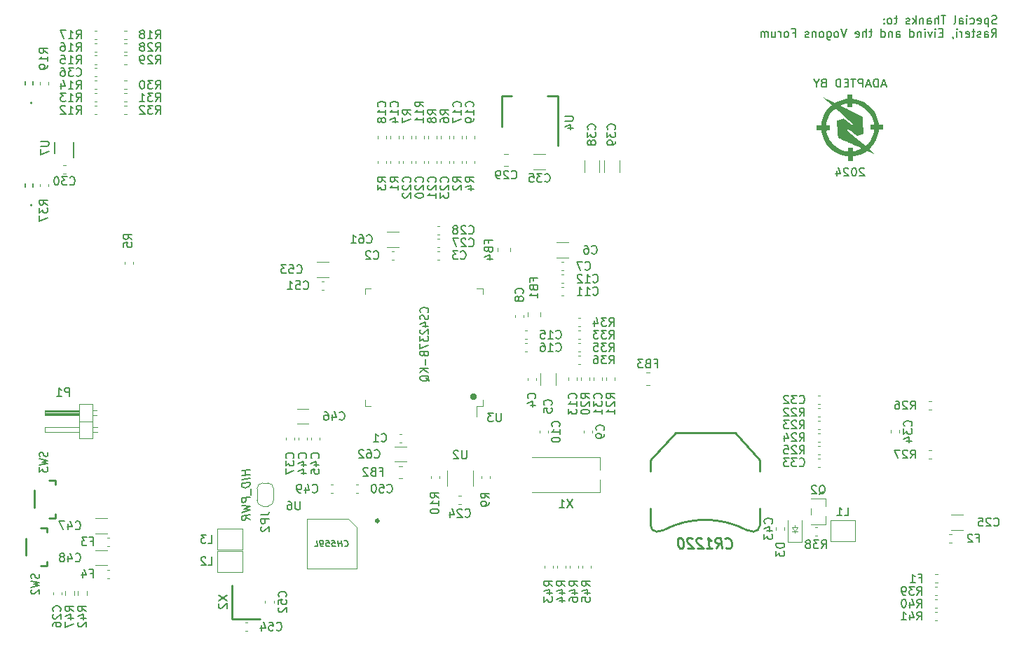
<source format=gbr>
%TF.GenerationSoftware,KiCad,Pcbnew,9.0.0*%
%TF.CreationDate,2025-05-16T22:45:05-04:00*%
%TF.ProjectId,REV.C,5245562e-432e-46b6-9963-61645f706362,0.1*%
%TF.SameCoordinates,Original*%
%TF.FileFunction,Legend,Bot*%
%TF.FilePolarity,Positive*%
%FSLAX46Y46*%
G04 Gerber Fmt 4.6, Leading zero omitted, Abs format (unit mm)*
G04 Created by KiCad (PCBNEW 9.0.0) date 2025-05-16 22:45:05*
%MOMM*%
%LPD*%
G01*
G04 APERTURE LIST*
%ADD10C,0.410555*%
%ADD11C,0.150000*%
%ADD12C,0.182880*%
%ADD13C,0.180000*%
%ADD14C,0.240000*%
%ADD15C,0.120000*%
%ADD16C,0.127000*%
%ADD17C,0.200000*%
%ADD18C,0.000000*%
%ADD19C,0.254000*%
%ADD20C,0.310000*%
%ADD21C,0.100000*%
G04 APERTURE END LIST*
D10*
X150105277Y-107300000D02*
G75*
G02*
X149694723Y-107300000I-205277J0D01*
G01*
X149694723Y-107300000D02*
G75*
G02*
X150105277Y-107300000I205277J0D01*
G01*
D11*
X199689523Y-69574104D02*
X199213333Y-69574104D01*
X199784761Y-69859819D02*
X199451428Y-68859819D01*
X199451428Y-68859819D02*
X199118095Y-69859819D01*
X198784761Y-69859819D02*
X198784761Y-68859819D01*
X198784761Y-68859819D02*
X198546666Y-68859819D01*
X198546666Y-68859819D02*
X198403809Y-68907438D01*
X198403809Y-68907438D02*
X198308571Y-69002676D01*
X198308571Y-69002676D02*
X198260952Y-69097914D01*
X198260952Y-69097914D02*
X198213333Y-69288390D01*
X198213333Y-69288390D02*
X198213333Y-69431247D01*
X198213333Y-69431247D02*
X198260952Y-69621723D01*
X198260952Y-69621723D02*
X198308571Y-69716961D01*
X198308571Y-69716961D02*
X198403809Y-69812200D01*
X198403809Y-69812200D02*
X198546666Y-69859819D01*
X198546666Y-69859819D02*
X198784761Y-69859819D01*
X197832380Y-69574104D02*
X197356190Y-69574104D01*
X197927618Y-69859819D02*
X197594285Y-68859819D01*
X197594285Y-68859819D02*
X197260952Y-69859819D01*
X196927618Y-69859819D02*
X196927618Y-68859819D01*
X196927618Y-68859819D02*
X196546666Y-68859819D01*
X196546666Y-68859819D02*
X196451428Y-68907438D01*
X196451428Y-68907438D02*
X196403809Y-68955057D01*
X196403809Y-68955057D02*
X196356190Y-69050295D01*
X196356190Y-69050295D02*
X196356190Y-69193152D01*
X196356190Y-69193152D02*
X196403809Y-69288390D01*
X196403809Y-69288390D02*
X196451428Y-69336009D01*
X196451428Y-69336009D02*
X196546666Y-69383628D01*
X196546666Y-69383628D02*
X196927618Y-69383628D01*
X196070475Y-68859819D02*
X195499047Y-68859819D01*
X195784761Y-69859819D02*
X195784761Y-68859819D01*
X195165713Y-69336009D02*
X194832380Y-69336009D01*
X194689523Y-69859819D02*
X195165713Y-69859819D01*
X195165713Y-69859819D02*
X195165713Y-68859819D01*
X195165713Y-68859819D02*
X194689523Y-68859819D01*
X194260951Y-69859819D02*
X194260951Y-68859819D01*
X194260951Y-68859819D02*
X194022856Y-68859819D01*
X194022856Y-68859819D02*
X193879999Y-68907438D01*
X193879999Y-68907438D02*
X193784761Y-69002676D01*
X193784761Y-69002676D02*
X193737142Y-69097914D01*
X193737142Y-69097914D02*
X193689523Y-69288390D01*
X193689523Y-69288390D02*
X193689523Y-69431247D01*
X193689523Y-69431247D02*
X193737142Y-69621723D01*
X193737142Y-69621723D02*
X193784761Y-69716961D01*
X193784761Y-69716961D02*
X193879999Y-69812200D01*
X193879999Y-69812200D02*
X194022856Y-69859819D01*
X194022856Y-69859819D02*
X194260951Y-69859819D01*
X192165713Y-69336009D02*
X192022856Y-69383628D01*
X192022856Y-69383628D02*
X191975237Y-69431247D01*
X191975237Y-69431247D02*
X191927618Y-69526485D01*
X191927618Y-69526485D02*
X191927618Y-69669342D01*
X191927618Y-69669342D02*
X191975237Y-69764580D01*
X191975237Y-69764580D02*
X192022856Y-69812200D01*
X192022856Y-69812200D02*
X192118094Y-69859819D01*
X192118094Y-69859819D02*
X192499046Y-69859819D01*
X192499046Y-69859819D02*
X192499046Y-68859819D01*
X192499046Y-68859819D02*
X192165713Y-68859819D01*
X192165713Y-68859819D02*
X192070475Y-68907438D01*
X192070475Y-68907438D02*
X192022856Y-68955057D01*
X192022856Y-68955057D02*
X191975237Y-69050295D01*
X191975237Y-69050295D02*
X191975237Y-69145533D01*
X191975237Y-69145533D02*
X192022856Y-69240771D01*
X192022856Y-69240771D02*
X192070475Y-69288390D01*
X192070475Y-69288390D02*
X192165713Y-69336009D01*
X192165713Y-69336009D02*
X192499046Y-69336009D01*
X191308570Y-69383628D02*
X191308570Y-69859819D01*
X191641903Y-68859819D02*
X191308570Y-69383628D01*
X191308570Y-69383628D02*
X190975237Y-68859819D01*
X213100839Y-62172256D02*
X212957982Y-62219875D01*
X212957982Y-62219875D02*
X212719887Y-62219875D01*
X212719887Y-62219875D02*
X212624649Y-62172256D01*
X212624649Y-62172256D02*
X212577030Y-62124636D01*
X212577030Y-62124636D02*
X212529411Y-62029398D01*
X212529411Y-62029398D02*
X212529411Y-61934160D01*
X212529411Y-61934160D02*
X212577030Y-61838922D01*
X212577030Y-61838922D02*
X212624649Y-61791303D01*
X212624649Y-61791303D02*
X212719887Y-61743684D01*
X212719887Y-61743684D02*
X212910363Y-61696065D01*
X212910363Y-61696065D02*
X213005601Y-61648446D01*
X213005601Y-61648446D02*
X213053220Y-61600827D01*
X213053220Y-61600827D02*
X213100839Y-61505589D01*
X213100839Y-61505589D02*
X213100839Y-61410351D01*
X213100839Y-61410351D02*
X213053220Y-61315113D01*
X213053220Y-61315113D02*
X213005601Y-61267494D01*
X213005601Y-61267494D02*
X212910363Y-61219875D01*
X212910363Y-61219875D02*
X212672268Y-61219875D01*
X212672268Y-61219875D02*
X212529411Y-61267494D01*
X212100839Y-61553208D02*
X212100839Y-62553208D01*
X212100839Y-61600827D02*
X212005601Y-61553208D01*
X212005601Y-61553208D02*
X211815125Y-61553208D01*
X211815125Y-61553208D02*
X211719887Y-61600827D01*
X211719887Y-61600827D02*
X211672268Y-61648446D01*
X211672268Y-61648446D02*
X211624649Y-61743684D01*
X211624649Y-61743684D02*
X211624649Y-62029398D01*
X211624649Y-62029398D02*
X211672268Y-62124636D01*
X211672268Y-62124636D02*
X211719887Y-62172256D01*
X211719887Y-62172256D02*
X211815125Y-62219875D01*
X211815125Y-62219875D02*
X212005601Y-62219875D01*
X212005601Y-62219875D02*
X212100839Y-62172256D01*
X210815125Y-62172256D02*
X210910363Y-62219875D01*
X210910363Y-62219875D02*
X211100839Y-62219875D01*
X211100839Y-62219875D02*
X211196077Y-62172256D01*
X211196077Y-62172256D02*
X211243696Y-62077017D01*
X211243696Y-62077017D02*
X211243696Y-61696065D01*
X211243696Y-61696065D02*
X211196077Y-61600827D01*
X211196077Y-61600827D02*
X211100839Y-61553208D01*
X211100839Y-61553208D02*
X210910363Y-61553208D01*
X210910363Y-61553208D02*
X210815125Y-61600827D01*
X210815125Y-61600827D02*
X210767506Y-61696065D01*
X210767506Y-61696065D02*
X210767506Y-61791303D01*
X210767506Y-61791303D02*
X211243696Y-61886541D01*
X209910363Y-62172256D02*
X210005601Y-62219875D01*
X210005601Y-62219875D02*
X210196077Y-62219875D01*
X210196077Y-62219875D02*
X210291315Y-62172256D01*
X210291315Y-62172256D02*
X210338934Y-62124636D01*
X210338934Y-62124636D02*
X210386553Y-62029398D01*
X210386553Y-62029398D02*
X210386553Y-61743684D01*
X210386553Y-61743684D02*
X210338934Y-61648446D01*
X210338934Y-61648446D02*
X210291315Y-61600827D01*
X210291315Y-61600827D02*
X210196077Y-61553208D01*
X210196077Y-61553208D02*
X210005601Y-61553208D01*
X210005601Y-61553208D02*
X209910363Y-61600827D01*
X209481791Y-62219875D02*
X209481791Y-61553208D01*
X209481791Y-61219875D02*
X209529410Y-61267494D01*
X209529410Y-61267494D02*
X209481791Y-61315113D01*
X209481791Y-61315113D02*
X209434172Y-61267494D01*
X209434172Y-61267494D02*
X209481791Y-61219875D01*
X209481791Y-61219875D02*
X209481791Y-61315113D01*
X208577030Y-62219875D02*
X208577030Y-61696065D01*
X208577030Y-61696065D02*
X208624649Y-61600827D01*
X208624649Y-61600827D02*
X208719887Y-61553208D01*
X208719887Y-61553208D02*
X208910363Y-61553208D01*
X208910363Y-61553208D02*
X209005601Y-61600827D01*
X208577030Y-62172256D02*
X208672268Y-62219875D01*
X208672268Y-62219875D02*
X208910363Y-62219875D01*
X208910363Y-62219875D02*
X209005601Y-62172256D01*
X209005601Y-62172256D02*
X209053220Y-62077017D01*
X209053220Y-62077017D02*
X209053220Y-61981779D01*
X209053220Y-61981779D02*
X209005601Y-61886541D01*
X209005601Y-61886541D02*
X208910363Y-61838922D01*
X208910363Y-61838922D02*
X208672268Y-61838922D01*
X208672268Y-61838922D02*
X208577030Y-61791303D01*
X207957982Y-62219875D02*
X208053220Y-62172256D01*
X208053220Y-62172256D02*
X208100839Y-62077017D01*
X208100839Y-62077017D02*
X208100839Y-61219875D01*
X206957981Y-61219875D02*
X206386553Y-61219875D01*
X206672267Y-62219875D02*
X206672267Y-61219875D01*
X206053219Y-62219875D02*
X206053219Y-61219875D01*
X205624648Y-62219875D02*
X205624648Y-61696065D01*
X205624648Y-61696065D02*
X205672267Y-61600827D01*
X205672267Y-61600827D02*
X205767505Y-61553208D01*
X205767505Y-61553208D02*
X205910362Y-61553208D01*
X205910362Y-61553208D02*
X206005600Y-61600827D01*
X206005600Y-61600827D02*
X206053219Y-61648446D01*
X204719886Y-62219875D02*
X204719886Y-61696065D01*
X204719886Y-61696065D02*
X204767505Y-61600827D01*
X204767505Y-61600827D02*
X204862743Y-61553208D01*
X204862743Y-61553208D02*
X205053219Y-61553208D01*
X205053219Y-61553208D02*
X205148457Y-61600827D01*
X204719886Y-62172256D02*
X204815124Y-62219875D01*
X204815124Y-62219875D02*
X205053219Y-62219875D01*
X205053219Y-62219875D02*
X205148457Y-62172256D01*
X205148457Y-62172256D02*
X205196076Y-62077017D01*
X205196076Y-62077017D02*
X205196076Y-61981779D01*
X205196076Y-61981779D02*
X205148457Y-61886541D01*
X205148457Y-61886541D02*
X205053219Y-61838922D01*
X205053219Y-61838922D02*
X204815124Y-61838922D01*
X204815124Y-61838922D02*
X204719886Y-61791303D01*
X204243695Y-61553208D02*
X204243695Y-62219875D01*
X204243695Y-61648446D02*
X204196076Y-61600827D01*
X204196076Y-61600827D02*
X204100838Y-61553208D01*
X204100838Y-61553208D02*
X203957981Y-61553208D01*
X203957981Y-61553208D02*
X203862743Y-61600827D01*
X203862743Y-61600827D02*
X203815124Y-61696065D01*
X203815124Y-61696065D02*
X203815124Y-62219875D01*
X203338933Y-62219875D02*
X203338933Y-61219875D01*
X203243695Y-61838922D02*
X202957981Y-62219875D01*
X202957981Y-61553208D02*
X203338933Y-61934160D01*
X202577028Y-62172256D02*
X202481790Y-62219875D01*
X202481790Y-62219875D02*
X202291314Y-62219875D01*
X202291314Y-62219875D02*
X202196076Y-62172256D01*
X202196076Y-62172256D02*
X202148457Y-62077017D01*
X202148457Y-62077017D02*
X202148457Y-62029398D01*
X202148457Y-62029398D02*
X202196076Y-61934160D01*
X202196076Y-61934160D02*
X202291314Y-61886541D01*
X202291314Y-61886541D02*
X202434171Y-61886541D01*
X202434171Y-61886541D02*
X202529409Y-61838922D01*
X202529409Y-61838922D02*
X202577028Y-61743684D01*
X202577028Y-61743684D02*
X202577028Y-61696065D01*
X202577028Y-61696065D02*
X202529409Y-61600827D01*
X202529409Y-61600827D02*
X202434171Y-61553208D01*
X202434171Y-61553208D02*
X202291314Y-61553208D01*
X202291314Y-61553208D02*
X202196076Y-61600827D01*
X201100837Y-61553208D02*
X200719885Y-61553208D01*
X200957980Y-61219875D02*
X200957980Y-62077017D01*
X200957980Y-62077017D02*
X200910361Y-62172256D01*
X200910361Y-62172256D02*
X200815123Y-62219875D01*
X200815123Y-62219875D02*
X200719885Y-62219875D01*
X200243694Y-62219875D02*
X200338932Y-62172256D01*
X200338932Y-62172256D02*
X200386551Y-62124636D01*
X200386551Y-62124636D02*
X200434170Y-62029398D01*
X200434170Y-62029398D02*
X200434170Y-61743684D01*
X200434170Y-61743684D02*
X200386551Y-61648446D01*
X200386551Y-61648446D02*
X200338932Y-61600827D01*
X200338932Y-61600827D02*
X200243694Y-61553208D01*
X200243694Y-61553208D02*
X200100837Y-61553208D01*
X200100837Y-61553208D02*
X200005599Y-61600827D01*
X200005599Y-61600827D02*
X199957980Y-61648446D01*
X199957980Y-61648446D02*
X199910361Y-61743684D01*
X199910361Y-61743684D02*
X199910361Y-62029398D01*
X199910361Y-62029398D02*
X199957980Y-62124636D01*
X199957980Y-62124636D02*
X200005599Y-62172256D01*
X200005599Y-62172256D02*
X200100837Y-62219875D01*
X200100837Y-62219875D02*
X200243694Y-62219875D01*
X199481789Y-62124636D02*
X199434170Y-62172256D01*
X199434170Y-62172256D02*
X199481789Y-62219875D01*
X199481789Y-62219875D02*
X199529408Y-62172256D01*
X199529408Y-62172256D02*
X199481789Y-62124636D01*
X199481789Y-62124636D02*
X199481789Y-62219875D01*
X199481789Y-61600827D02*
X199434170Y-61648446D01*
X199434170Y-61648446D02*
X199481789Y-61696065D01*
X199481789Y-61696065D02*
X199529408Y-61648446D01*
X199529408Y-61648446D02*
X199481789Y-61600827D01*
X199481789Y-61600827D02*
X199481789Y-61696065D01*
X212481792Y-63829819D02*
X212815125Y-63353628D01*
X213053220Y-63829819D02*
X213053220Y-62829819D01*
X213053220Y-62829819D02*
X212672268Y-62829819D01*
X212672268Y-62829819D02*
X212577030Y-62877438D01*
X212577030Y-62877438D02*
X212529411Y-62925057D01*
X212529411Y-62925057D02*
X212481792Y-63020295D01*
X212481792Y-63020295D02*
X212481792Y-63163152D01*
X212481792Y-63163152D02*
X212529411Y-63258390D01*
X212529411Y-63258390D02*
X212577030Y-63306009D01*
X212577030Y-63306009D02*
X212672268Y-63353628D01*
X212672268Y-63353628D02*
X213053220Y-63353628D01*
X211624649Y-63829819D02*
X211624649Y-63306009D01*
X211624649Y-63306009D02*
X211672268Y-63210771D01*
X211672268Y-63210771D02*
X211767506Y-63163152D01*
X211767506Y-63163152D02*
X211957982Y-63163152D01*
X211957982Y-63163152D02*
X212053220Y-63210771D01*
X211624649Y-63782200D02*
X211719887Y-63829819D01*
X211719887Y-63829819D02*
X211957982Y-63829819D01*
X211957982Y-63829819D02*
X212053220Y-63782200D01*
X212053220Y-63782200D02*
X212100839Y-63686961D01*
X212100839Y-63686961D02*
X212100839Y-63591723D01*
X212100839Y-63591723D02*
X212053220Y-63496485D01*
X212053220Y-63496485D02*
X211957982Y-63448866D01*
X211957982Y-63448866D02*
X211719887Y-63448866D01*
X211719887Y-63448866D02*
X211624649Y-63401247D01*
X211196077Y-63782200D02*
X211100839Y-63829819D01*
X211100839Y-63829819D02*
X210910363Y-63829819D01*
X210910363Y-63829819D02*
X210815125Y-63782200D01*
X210815125Y-63782200D02*
X210767506Y-63686961D01*
X210767506Y-63686961D02*
X210767506Y-63639342D01*
X210767506Y-63639342D02*
X210815125Y-63544104D01*
X210815125Y-63544104D02*
X210910363Y-63496485D01*
X210910363Y-63496485D02*
X211053220Y-63496485D01*
X211053220Y-63496485D02*
X211148458Y-63448866D01*
X211148458Y-63448866D02*
X211196077Y-63353628D01*
X211196077Y-63353628D02*
X211196077Y-63306009D01*
X211196077Y-63306009D02*
X211148458Y-63210771D01*
X211148458Y-63210771D02*
X211053220Y-63163152D01*
X211053220Y-63163152D02*
X210910363Y-63163152D01*
X210910363Y-63163152D02*
X210815125Y-63210771D01*
X210481791Y-63163152D02*
X210100839Y-63163152D01*
X210338934Y-62829819D02*
X210338934Y-63686961D01*
X210338934Y-63686961D02*
X210291315Y-63782200D01*
X210291315Y-63782200D02*
X210196077Y-63829819D01*
X210196077Y-63829819D02*
X210100839Y-63829819D01*
X209386553Y-63782200D02*
X209481791Y-63829819D01*
X209481791Y-63829819D02*
X209672267Y-63829819D01*
X209672267Y-63829819D02*
X209767505Y-63782200D01*
X209767505Y-63782200D02*
X209815124Y-63686961D01*
X209815124Y-63686961D02*
X209815124Y-63306009D01*
X209815124Y-63306009D02*
X209767505Y-63210771D01*
X209767505Y-63210771D02*
X209672267Y-63163152D01*
X209672267Y-63163152D02*
X209481791Y-63163152D01*
X209481791Y-63163152D02*
X209386553Y-63210771D01*
X209386553Y-63210771D02*
X209338934Y-63306009D01*
X209338934Y-63306009D02*
X209338934Y-63401247D01*
X209338934Y-63401247D02*
X209815124Y-63496485D01*
X208910362Y-63829819D02*
X208910362Y-63163152D01*
X208910362Y-63353628D02*
X208862743Y-63258390D01*
X208862743Y-63258390D02*
X208815124Y-63210771D01*
X208815124Y-63210771D02*
X208719886Y-63163152D01*
X208719886Y-63163152D02*
X208624648Y-63163152D01*
X208291314Y-63829819D02*
X208291314Y-63163152D01*
X208291314Y-62829819D02*
X208338933Y-62877438D01*
X208338933Y-62877438D02*
X208291314Y-62925057D01*
X208291314Y-62925057D02*
X208243695Y-62877438D01*
X208243695Y-62877438D02*
X208291314Y-62829819D01*
X208291314Y-62829819D02*
X208291314Y-62925057D01*
X207767505Y-63782200D02*
X207767505Y-63829819D01*
X207767505Y-63829819D02*
X207815124Y-63925057D01*
X207815124Y-63925057D02*
X207862743Y-63972676D01*
X206577029Y-63306009D02*
X206243696Y-63306009D01*
X206100839Y-63829819D02*
X206577029Y-63829819D01*
X206577029Y-63829819D02*
X206577029Y-62829819D01*
X206577029Y-62829819D02*
X206100839Y-62829819D01*
X205672267Y-63829819D02*
X205672267Y-63163152D01*
X205672267Y-62829819D02*
X205719886Y-62877438D01*
X205719886Y-62877438D02*
X205672267Y-62925057D01*
X205672267Y-62925057D02*
X205624648Y-62877438D01*
X205624648Y-62877438D02*
X205672267Y-62829819D01*
X205672267Y-62829819D02*
X205672267Y-62925057D01*
X205291315Y-63163152D02*
X205053220Y-63829819D01*
X205053220Y-63829819D02*
X204815125Y-63163152D01*
X204434172Y-63829819D02*
X204434172Y-63163152D01*
X204434172Y-62829819D02*
X204481791Y-62877438D01*
X204481791Y-62877438D02*
X204434172Y-62925057D01*
X204434172Y-62925057D02*
X204386553Y-62877438D01*
X204386553Y-62877438D02*
X204434172Y-62829819D01*
X204434172Y-62829819D02*
X204434172Y-62925057D01*
X203957982Y-63163152D02*
X203957982Y-63829819D01*
X203957982Y-63258390D02*
X203910363Y-63210771D01*
X203910363Y-63210771D02*
X203815125Y-63163152D01*
X203815125Y-63163152D02*
X203672268Y-63163152D01*
X203672268Y-63163152D02*
X203577030Y-63210771D01*
X203577030Y-63210771D02*
X203529411Y-63306009D01*
X203529411Y-63306009D02*
X203529411Y-63829819D01*
X202624649Y-63829819D02*
X202624649Y-62829819D01*
X202624649Y-63782200D02*
X202719887Y-63829819D01*
X202719887Y-63829819D02*
X202910363Y-63829819D01*
X202910363Y-63829819D02*
X203005601Y-63782200D01*
X203005601Y-63782200D02*
X203053220Y-63734580D01*
X203053220Y-63734580D02*
X203100839Y-63639342D01*
X203100839Y-63639342D02*
X203100839Y-63353628D01*
X203100839Y-63353628D02*
X203053220Y-63258390D01*
X203053220Y-63258390D02*
X203005601Y-63210771D01*
X203005601Y-63210771D02*
X202910363Y-63163152D01*
X202910363Y-63163152D02*
X202719887Y-63163152D01*
X202719887Y-63163152D02*
X202624649Y-63210771D01*
X200957982Y-63829819D02*
X200957982Y-63306009D01*
X200957982Y-63306009D02*
X201005601Y-63210771D01*
X201005601Y-63210771D02*
X201100839Y-63163152D01*
X201100839Y-63163152D02*
X201291315Y-63163152D01*
X201291315Y-63163152D02*
X201386553Y-63210771D01*
X200957982Y-63782200D02*
X201053220Y-63829819D01*
X201053220Y-63829819D02*
X201291315Y-63829819D01*
X201291315Y-63829819D02*
X201386553Y-63782200D01*
X201386553Y-63782200D02*
X201434172Y-63686961D01*
X201434172Y-63686961D02*
X201434172Y-63591723D01*
X201434172Y-63591723D02*
X201386553Y-63496485D01*
X201386553Y-63496485D02*
X201291315Y-63448866D01*
X201291315Y-63448866D02*
X201053220Y-63448866D01*
X201053220Y-63448866D02*
X200957982Y-63401247D01*
X200481791Y-63163152D02*
X200481791Y-63829819D01*
X200481791Y-63258390D02*
X200434172Y-63210771D01*
X200434172Y-63210771D02*
X200338934Y-63163152D01*
X200338934Y-63163152D02*
X200196077Y-63163152D01*
X200196077Y-63163152D02*
X200100839Y-63210771D01*
X200100839Y-63210771D02*
X200053220Y-63306009D01*
X200053220Y-63306009D02*
X200053220Y-63829819D01*
X199148458Y-63829819D02*
X199148458Y-62829819D01*
X199148458Y-63782200D02*
X199243696Y-63829819D01*
X199243696Y-63829819D02*
X199434172Y-63829819D01*
X199434172Y-63829819D02*
X199529410Y-63782200D01*
X199529410Y-63782200D02*
X199577029Y-63734580D01*
X199577029Y-63734580D02*
X199624648Y-63639342D01*
X199624648Y-63639342D02*
X199624648Y-63353628D01*
X199624648Y-63353628D02*
X199577029Y-63258390D01*
X199577029Y-63258390D02*
X199529410Y-63210771D01*
X199529410Y-63210771D02*
X199434172Y-63163152D01*
X199434172Y-63163152D02*
X199243696Y-63163152D01*
X199243696Y-63163152D02*
X199148458Y-63210771D01*
X198053219Y-63163152D02*
X197672267Y-63163152D01*
X197910362Y-62829819D02*
X197910362Y-63686961D01*
X197910362Y-63686961D02*
X197862743Y-63782200D01*
X197862743Y-63782200D02*
X197767505Y-63829819D01*
X197767505Y-63829819D02*
X197672267Y-63829819D01*
X197338933Y-63829819D02*
X197338933Y-62829819D01*
X196910362Y-63829819D02*
X196910362Y-63306009D01*
X196910362Y-63306009D02*
X196957981Y-63210771D01*
X196957981Y-63210771D02*
X197053219Y-63163152D01*
X197053219Y-63163152D02*
X197196076Y-63163152D01*
X197196076Y-63163152D02*
X197291314Y-63210771D01*
X197291314Y-63210771D02*
X197338933Y-63258390D01*
X196053219Y-63782200D02*
X196148457Y-63829819D01*
X196148457Y-63829819D02*
X196338933Y-63829819D01*
X196338933Y-63829819D02*
X196434171Y-63782200D01*
X196434171Y-63782200D02*
X196481790Y-63686961D01*
X196481790Y-63686961D02*
X196481790Y-63306009D01*
X196481790Y-63306009D02*
X196434171Y-63210771D01*
X196434171Y-63210771D02*
X196338933Y-63163152D01*
X196338933Y-63163152D02*
X196148457Y-63163152D01*
X196148457Y-63163152D02*
X196053219Y-63210771D01*
X196053219Y-63210771D02*
X196005600Y-63306009D01*
X196005600Y-63306009D02*
X196005600Y-63401247D01*
X196005600Y-63401247D02*
X196481790Y-63496485D01*
X194957980Y-62829819D02*
X194624647Y-63829819D01*
X194624647Y-63829819D02*
X194291314Y-62829819D01*
X193815123Y-63829819D02*
X193910361Y-63782200D01*
X193910361Y-63782200D02*
X193957980Y-63734580D01*
X193957980Y-63734580D02*
X194005599Y-63639342D01*
X194005599Y-63639342D02*
X194005599Y-63353628D01*
X194005599Y-63353628D02*
X193957980Y-63258390D01*
X193957980Y-63258390D02*
X193910361Y-63210771D01*
X193910361Y-63210771D02*
X193815123Y-63163152D01*
X193815123Y-63163152D02*
X193672266Y-63163152D01*
X193672266Y-63163152D02*
X193577028Y-63210771D01*
X193577028Y-63210771D02*
X193529409Y-63258390D01*
X193529409Y-63258390D02*
X193481790Y-63353628D01*
X193481790Y-63353628D02*
X193481790Y-63639342D01*
X193481790Y-63639342D02*
X193529409Y-63734580D01*
X193529409Y-63734580D02*
X193577028Y-63782200D01*
X193577028Y-63782200D02*
X193672266Y-63829819D01*
X193672266Y-63829819D02*
X193815123Y-63829819D01*
X192624647Y-63163152D02*
X192624647Y-63972676D01*
X192624647Y-63972676D02*
X192672266Y-64067914D01*
X192672266Y-64067914D02*
X192719885Y-64115533D01*
X192719885Y-64115533D02*
X192815123Y-64163152D01*
X192815123Y-64163152D02*
X192957980Y-64163152D01*
X192957980Y-64163152D02*
X193053218Y-64115533D01*
X192624647Y-63782200D02*
X192719885Y-63829819D01*
X192719885Y-63829819D02*
X192910361Y-63829819D01*
X192910361Y-63829819D02*
X193005599Y-63782200D01*
X193005599Y-63782200D02*
X193053218Y-63734580D01*
X193053218Y-63734580D02*
X193100837Y-63639342D01*
X193100837Y-63639342D02*
X193100837Y-63353628D01*
X193100837Y-63353628D02*
X193053218Y-63258390D01*
X193053218Y-63258390D02*
X193005599Y-63210771D01*
X193005599Y-63210771D02*
X192910361Y-63163152D01*
X192910361Y-63163152D02*
X192719885Y-63163152D01*
X192719885Y-63163152D02*
X192624647Y-63210771D01*
X192005599Y-63829819D02*
X192100837Y-63782200D01*
X192100837Y-63782200D02*
X192148456Y-63734580D01*
X192148456Y-63734580D02*
X192196075Y-63639342D01*
X192196075Y-63639342D02*
X192196075Y-63353628D01*
X192196075Y-63353628D02*
X192148456Y-63258390D01*
X192148456Y-63258390D02*
X192100837Y-63210771D01*
X192100837Y-63210771D02*
X192005599Y-63163152D01*
X192005599Y-63163152D02*
X191862742Y-63163152D01*
X191862742Y-63163152D02*
X191767504Y-63210771D01*
X191767504Y-63210771D02*
X191719885Y-63258390D01*
X191719885Y-63258390D02*
X191672266Y-63353628D01*
X191672266Y-63353628D02*
X191672266Y-63639342D01*
X191672266Y-63639342D02*
X191719885Y-63734580D01*
X191719885Y-63734580D02*
X191767504Y-63782200D01*
X191767504Y-63782200D02*
X191862742Y-63829819D01*
X191862742Y-63829819D02*
X192005599Y-63829819D01*
X191243694Y-63163152D02*
X191243694Y-63829819D01*
X191243694Y-63258390D02*
X191196075Y-63210771D01*
X191196075Y-63210771D02*
X191100837Y-63163152D01*
X191100837Y-63163152D02*
X190957980Y-63163152D01*
X190957980Y-63163152D02*
X190862742Y-63210771D01*
X190862742Y-63210771D02*
X190815123Y-63306009D01*
X190815123Y-63306009D02*
X190815123Y-63829819D01*
X190386551Y-63782200D02*
X190291313Y-63829819D01*
X190291313Y-63829819D02*
X190100837Y-63829819D01*
X190100837Y-63829819D02*
X190005599Y-63782200D01*
X190005599Y-63782200D02*
X189957980Y-63686961D01*
X189957980Y-63686961D02*
X189957980Y-63639342D01*
X189957980Y-63639342D02*
X190005599Y-63544104D01*
X190005599Y-63544104D02*
X190100837Y-63496485D01*
X190100837Y-63496485D02*
X190243694Y-63496485D01*
X190243694Y-63496485D02*
X190338932Y-63448866D01*
X190338932Y-63448866D02*
X190386551Y-63353628D01*
X190386551Y-63353628D02*
X190386551Y-63306009D01*
X190386551Y-63306009D02*
X190338932Y-63210771D01*
X190338932Y-63210771D02*
X190243694Y-63163152D01*
X190243694Y-63163152D02*
X190100837Y-63163152D01*
X190100837Y-63163152D02*
X190005599Y-63210771D01*
X188434170Y-63306009D02*
X188767503Y-63306009D01*
X188767503Y-63829819D02*
X188767503Y-62829819D01*
X188767503Y-62829819D02*
X188291313Y-62829819D01*
X187767503Y-63829819D02*
X187862741Y-63782200D01*
X187862741Y-63782200D02*
X187910360Y-63734580D01*
X187910360Y-63734580D02*
X187957979Y-63639342D01*
X187957979Y-63639342D02*
X187957979Y-63353628D01*
X187957979Y-63353628D02*
X187910360Y-63258390D01*
X187910360Y-63258390D02*
X187862741Y-63210771D01*
X187862741Y-63210771D02*
X187767503Y-63163152D01*
X187767503Y-63163152D02*
X187624646Y-63163152D01*
X187624646Y-63163152D02*
X187529408Y-63210771D01*
X187529408Y-63210771D02*
X187481789Y-63258390D01*
X187481789Y-63258390D02*
X187434170Y-63353628D01*
X187434170Y-63353628D02*
X187434170Y-63639342D01*
X187434170Y-63639342D02*
X187481789Y-63734580D01*
X187481789Y-63734580D02*
X187529408Y-63782200D01*
X187529408Y-63782200D02*
X187624646Y-63829819D01*
X187624646Y-63829819D02*
X187767503Y-63829819D01*
X187005598Y-63829819D02*
X187005598Y-63163152D01*
X187005598Y-63353628D02*
X186957979Y-63258390D01*
X186957979Y-63258390D02*
X186910360Y-63210771D01*
X186910360Y-63210771D02*
X186815122Y-63163152D01*
X186815122Y-63163152D02*
X186719884Y-63163152D01*
X185957979Y-63163152D02*
X185957979Y-63829819D01*
X186386550Y-63163152D02*
X186386550Y-63686961D01*
X186386550Y-63686961D02*
X186338931Y-63782200D01*
X186338931Y-63782200D02*
X186243693Y-63829819D01*
X186243693Y-63829819D02*
X186100836Y-63829819D01*
X186100836Y-63829819D02*
X186005598Y-63782200D01*
X186005598Y-63782200D02*
X185957979Y-63734580D01*
X185481788Y-63829819D02*
X185481788Y-63163152D01*
X185481788Y-63258390D02*
X185434169Y-63210771D01*
X185434169Y-63210771D02*
X185338931Y-63163152D01*
X185338931Y-63163152D02*
X185196074Y-63163152D01*
X185196074Y-63163152D02*
X185100836Y-63210771D01*
X185100836Y-63210771D02*
X185053217Y-63306009D01*
X185053217Y-63306009D02*
X185053217Y-63829819D01*
X185053217Y-63306009D02*
X185005598Y-63210771D01*
X185005598Y-63210771D02*
X184910360Y-63163152D01*
X184910360Y-63163152D02*
X184767503Y-63163152D01*
X184767503Y-63163152D02*
X184672264Y-63210771D01*
X184672264Y-63210771D02*
X184624645Y-63306009D01*
X184624645Y-63306009D02*
X184624645Y-63829819D01*
X101078094Y-107214819D02*
X101078094Y-106214819D01*
X101078094Y-106214819D02*
X100697142Y-106214819D01*
X100697142Y-106214819D02*
X100601904Y-106262438D01*
X100601904Y-106262438D02*
X100554285Y-106310057D01*
X100554285Y-106310057D02*
X100506666Y-106405295D01*
X100506666Y-106405295D02*
X100506666Y-106548152D01*
X100506666Y-106548152D02*
X100554285Y-106643390D01*
X100554285Y-106643390D02*
X100601904Y-106691009D01*
X100601904Y-106691009D02*
X100697142Y-106738628D01*
X100697142Y-106738628D02*
X101078094Y-106738628D01*
X99554285Y-107214819D02*
X100125713Y-107214819D01*
X99839999Y-107214819D02*
X99839999Y-106214819D01*
X99839999Y-106214819D02*
X99935237Y-106357676D01*
X99935237Y-106357676D02*
X100030475Y-106452914D01*
X100030475Y-106452914D02*
X100125713Y-106500533D01*
X111492857Y-63984819D02*
X111826190Y-63508628D01*
X112064285Y-63984819D02*
X112064285Y-62984819D01*
X112064285Y-62984819D02*
X111683333Y-62984819D01*
X111683333Y-62984819D02*
X111588095Y-63032438D01*
X111588095Y-63032438D02*
X111540476Y-63080057D01*
X111540476Y-63080057D02*
X111492857Y-63175295D01*
X111492857Y-63175295D02*
X111492857Y-63318152D01*
X111492857Y-63318152D02*
X111540476Y-63413390D01*
X111540476Y-63413390D02*
X111588095Y-63461009D01*
X111588095Y-63461009D02*
X111683333Y-63508628D01*
X111683333Y-63508628D02*
X112064285Y-63508628D01*
X110540476Y-63984819D02*
X111111904Y-63984819D01*
X110826190Y-63984819D02*
X110826190Y-62984819D01*
X110826190Y-62984819D02*
X110921428Y-63127676D01*
X110921428Y-63127676D02*
X111016666Y-63222914D01*
X111016666Y-63222914D02*
X111111904Y-63270533D01*
X109969047Y-63413390D02*
X110064285Y-63365771D01*
X110064285Y-63365771D02*
X110111904Y-63318152D01*
X110111904Y-63318152D02*
X110159523Y-63222914D01*
X110159523Y-63222914D02*
X110159523Y-63175295D01*
X110159523Y-63175295D02*
X110111904Y-63080057D01*
X110111904Y-63080057D02*
X110064285Y-63032438D01*
X110064285Y-63032438D02*
X109969047Y-62984819D01*
X109969047Y-62984819D02*
X109778571Y-62984819D01*
X109778571Y-62984819D02*
X109683333Y-63032438D01*
X109683333Y-63032438D02*
X109635714Y-63080057D01*
X109635714Y-63080057D02*
X109588095Y-63175295D01*
X109588095Y-63175295D02*
X109588095Y-63222914D01*
X109588095Y-63222914D02*
X109635714Y-63318152D01*
X109635714Y-63318152D02*
X109683333Y-63365771D01*
X109683333Y-63365771D02*
X109778571Y-63413390D01*
X109778571Y-63413390D02*
X109969047Y-63413390D01*
X109969047Y-63413390D02*
X110064285Y-63461009D01*
X110064285Y-63461009D02*
X110111904Y-63508628D01*
X110111904Y-63508628D02*
X110159523Y-63603866D01*
X110159523Y-63603866D02*
X110159523Y-63794342D01*
X110159523Y-63794342D02*
X110111904Y-63889580D01*
X110111904Y-63889580D02*
X110064285Y-63937200D01*
X110064285Y-63937200D02*
X109969047Y-63984819D01*
X109969047Y-63984819D02*
X109778571Y-63984819D01*
X109778571Y-63984819D02*
X109683333Y-63937200D01*
X109683333Y-63937200D02*
X109635714Y-63889580D01*
X109635714Y-63889580D02*
X109588095Y-63794342D01*
X109588095Y-63794342D02*
X109588095Y-63603866D01*
X109588095Y-63603866D02*
X109635714Y-63508628D01*
X109635714Y-63508628D02*
X109683333Y-63461009D01*
X109683333Y-63461009D02*
X109778571Y-63413390D01*
X117826666Y-127674819D02*
X118302856Y-127674819D01*
X118302856Y-127674819D02*
X118302856Y-126674819D01*
X117540951Y-126770057D02*
X117493332Y-126722438D01*
X117493332Y-126722438D02*
X117398094Y-126674819D01*
X117398094Y-126674819D02*
X117159999Y-126674819D01*
X117159999Y-126674819D02*
X117064761Y-126722438D01*
X117064761Y-126722438D02*
X117017142Y-126770057D01*
X117017142Y-126770057D02*
X116969523Y-126865295D01*
X116969523Y-126865295D02*
X116969523Y-126960533D01*
X116969523Y-126960533D02*
X117017142Y-127103390D01*
X117017142Y-127103390D02*
X117588570Y-127674819D01*
X117588570Y-127674819D02*
X116969523Y-127674819D01*
X162259580Y-107497142D02*
X162307200Y-107449523D01*
X162307200Y-107449523D02*
X162354819Y-107306666D01*
X162354819Y-107306666D02*
X162354819Y-107211428D01*
X162354819Y-107211428D02*
X162307200Y-107068571D01*
X162307200Y-107068571D02*
X162211961Y-106973333D01*
X162211961Y-106973333D02*
X162116723Y-106925714D01*
X162116723Y-106925714D02*
X161926247Y-106878095D01*
X161926247Y-106878095D02*
X161783390Y-106878095D01*
X161783390Y-106878095D02*
X161592914Y-106925714D01*
X161592914Y-106925714D02*
X161497676Y-106973333D01*
X161497676Y-106973333D02*
X161402438Y-107068571D01*
X161402438Y-107068571D02*
X161354819Y-107211428D01*
X161354819Y-107211428D02*
X161354819Y-107306666D01*
X161354819Y-107306666D02*
X161402438Y-107449523D01*
X161402438Y-107449523D02*
X161450057Y-107497142D01*
X162354819Y-108449523D02*
X162354819Y-107878095D01*
X162354819Y-108163809D02*
X161354819Y-108163809D01*
X161354819Y-108163809D02*
X161497676Y-108068571D01*
X161497676Y-108068571D02*
X161592914Y-107973333D01*
X161592914Y-107973333D02*
X161640533Y-107878095D01*
X161354819Y-108782857D02*
X161354819Y-109401904D01*
X161354819Y-109401904D02*
X161735771Y-109068571D01*
X161735771Y-109068571D02*
X161735771Y-109211428D01*
X161735771Y-109211428D02*
X161783390Y-109306666D01*
X161783390Y-109306666D02*
X161831009Y-109354285D01*
X161831009Y-109354285D02*
X161926247Y-109401904D01*
X161926247Y-109401904D02*
X162164342Y-109401904D01*
X162164342Y-109401904D02*
X162259580Y-109354285D01*
X162259580Y-109354285D02*
X162307200Y-109306666D01*
X162307200Y-109306666D02*
X162354819Y-109211428D01*
X162354819Y-109211428D02*
X162354819Y-108925714D01*
X162354819Y-108925714D02*
X162307200Y-108830476D01*
X162307200Y-108830476D02*
X162259580Y-108782857D01*
X133717857Y-110024580D02*
X133765476Y-110072200D01*
X133765476Y-110072200D02*
X133908333Y-110119819D01*
X133908333Y-110119819D02*
X134003571Y-110119819D01*
X134003571Y-110119819D02*
X134146428Y-110072200D01*
X134146428Y-110072200D02*
X134241666Y-109976961D01*
X134241666Y-109976961D02*
X134289285Y-109881723D01*
X134289285Y-109881723D02*
X134336904Y-109691247D01*
X134336904Y-109691247D02*
X134336904Y-109548390D01*
X134336904Y-109548390D02*
X134289285Y-109357914D01*
X134289285Y-109357914D02*
X134241666Y-109262676D01*
X134241666Y-109262676D02*
X134146428Y-109167438D01*
X134146428Y-109167438D02*
X134003571Y-109119819D01*
X134003571Y-109119819D02*
X133908333Y-109119819D01*
X133908333Y-109119819D02*
X133765476Y-109167438D01*
X133765476Y-109167438D02*
X133717857Y-109215057D01*
X132860714Y-109453152D02*
X132860714Y-110119819D01*
X133098809Y-109072200D02*
X133336904Y-109786485D01*
X133336904Y-109786485D02*
X132717857Y-109786485D01*
X131908333Y-109119819D02*
X132098809Y-109119819D01*
X132098809Y-109119819D02*
X132194047Y-109167438D01*
X132194047Y-109167438D02*
X132241666Y-109215057D01*
X132241666Y-109215057D02*
X132336904Y-109357914D01*
X132336904Y-109357914D02*
X132384523Y-109548390D01*
X132384523Y-109548390D02*
X132384523Y-109929342D01*
X132384523Y-109929342D02*
X132336904Y-110024580D01*
X132336904Y-110024580D02*
X132289285Y-110072200D01*
X132289285Y-110072200D02*
X132194047Y-110119819D01*
X132194047Y-110119819D02*
X132003571Y-110119819D01*
X132003571Y-110119819D02*
X131908333Y-110072200D01*
X131908333Y-110072200D02*
X131860714Y-110024580D01*
X131860714Y-110024580D02*
X131813095Y-109929342D01*
X131813095Y-109929342D02*
X131813095Y-109691247D01*
X131813095Y-109691247D02*
X131860714Y-109596009D01*
X131860714Y-109596009D02*
X131908333Y-109548390D01*
X131908333Y-109548390D02*
X132003571Y-109500771D01*
X132003571Y-109500771D02*
X132194047Y-109500771D01*
X132194047Y-109500771D02*
X132289285Y-109548390D01*
X132289285Y-109548390D02*
X132336904Y-109596009D01*
X132336904Y-109596009D02*
X132384523Y-109691247D01*
X159289580Y-108293333D02*
X159337200Y-108245714D01*
X159337200Y-108245714D02*
X159384819Y-108102857D01*
X159384819Y-108102857D02*
X159384819Y-108007619D01*
X159384819Y-108007619D02*
X159337200Y-107864762D01*
X159337200Y-107864762D02*
X159241961Y-107769524D01*
X159241961Y-107769524D02*
X159146723Y-107721905D01*
X159146723Y-107721905D02*
X158956247Y-107674286D01*
X158956247Y-107674286D02*
X158813390Y-107674286D01*
X158813390Y-107674286D02*
X158622914Y-107721905D01*
X158622914Y-107721905D02*
X158527676Y-107769524D01*
X158527676Y-107769524D02*
X158432438Y-107864762D01*
X158432438Y-107864762D02*
X158384819Y-108007619D01*
X158384819Y-108007619D02*
X158384819Y-108102857D01*
X158384819Y-108102857D02*
X158432438Y-108245714D01*
X158432438Y-108245714D02*
X158480057Y-108293333D01*
X158384819Y-109198095D02*
X158384819Y-108721905D01*
X158384819Y-108721905D02*
X158861009Y-108674286D01*
X158861009Y-108674286D02*
X158813390Y-108721905D01*
X158813390Y-108721905D02*
X158765771Y-108817143D01*
X158765771Y-108817143D02*
X158765771Y-109055238D01*
X158765771Y-109055238D02*
X158813390Y-109150476D01*
X158813390Y-109150476D02*
X158861009Y-109198095D01*
X158861009Y-109198095D02*
X158956247Y-109245714D01*
X158956247Y-109245714D02*
X159194342Y-109245714D01*
X159194342Y-109245714D02*
X159289580Y-109198095D01*
X159289580Y-109198095D02*
X159337200Y-109150476D01*
X159337200Y-109150476D02*
X159384819Y-109055238D01*
X159384819Y-109055238D02*
X159384819Y-108817143D01*
X159384819Y-108817143D02*
X159337200Y-108721905D01*
X159337200Y-108721905D02*
X159289580Y-108674286D01*
X98464819Y-84107142D02*
X97988628Y-83773809D01*
X98464819Y-83535714D02*
X97464819Y-83535714D01*
X97464819Y-83535714D02*
X97464819Y-83916666D01*
X97464819Y-83916666D02*
X97512438Y-84011904D01*
X97512438Y-84011904D02*
X97560057Y-84059523D01*
X97560057Y-84059523D02*
X97655295Y-84107142D01*
X97655295Y-84107142D02*
X97798152Y-84107142D01*
X97798152Y-84107142D02*
X97893390Y-84059523D01*
X97893390Y-84059523D02*
X97941009Y-84011904D01*
X97941009Y-84011904D02*
X97988628Y-83916666D01*
X97988628Y-83916666D02*
X97988628Y-83535714D01*
X97464819Y-84440476D02*
X97464819Y-85059523D01*
X97464819Y-85059523D02*
X97845771Y-84726190D01*
X97845771Y-84726190D02*
X97845771Y-84869047D01*
X97845771Y-84869047D02*
X97893390Y-84964285D01*
X97893390Y-84964285D02*
X97941009Y-85011904D01*
X97941009Y-85011904D02*
X98036247Y-85059523D01*
X98036247Y-85059523D02*
X98274342Y-85059523D01*
X98274342Y-85059523D02*
X98369580Y-85011904D01*
X98369580Y-85011904D02*
X98417200Y-84964285D01*
X98417200Y-84964285D02*
X98464819Y-84869047D01*
X98464819Y-84869047D02*
X98464819Y-84583333D01*
X98464819Y-84583333D02*
X98417200Y-84488095D01*
X98417200Y-84488095D02*
X98369580Y-84440476D01*
X97464819Y-85392857D02*
X97464819Y-86059523D01*
X97464819Y-86059523D02*
X98464819Y-85630952D01*
X97604819Y-76418095D02*
X98414342Y-76418095D01*
X98414342Y-76418095D02*
X98509580Y-76465714D01*
X98509580Y-76465714D02*
X98557200Y-76513333D01*
X98557200Y-76513333D02*
X98604819Y-76608571D01*
X98604819Y-76608571D02*
X98604819Y-76799047D01*
X98604819Y-76799047D02*
X98557200Y-76894285D01*
X98557200Y-76894285D02*
X98509580Y-76941904D01*
X98509580Y-76941904D02*
X98414342Y-76989523D01*
X98414342Y-76989523D02*
X97604819Y-76989523D01*
X97604819Y-77370476D02*
X97604819Y-78037142D01*
X97604819Y-78037142D02*
X98604819Y-77608571D01*
X164191541Y-89929580D02*
X164239160Y-89977200D01*
X164239160Y-89977200D02*
X164382017Y-90024819D01*
X164382017Y-90024819D02*
X164477255Y-90024819D01*
X164477255Y-90024819D02*
X164620112Y-89977200D01*
X164620112Y-89977200D02*
X164715350Y-89881961D01*
X164715350Y-89881961D02*
X164762969Y-89786723D01*
X164762969Y-89786723D02*
X164810588Y-89596247D01*
X164810588Y-89596247D02*
X164810588Y-89453390D01*
X164810588Y-89453390D02*
X164762969Y-89262914D01*
X164762969Y-89262914D02*
X164715350Y-89167676D01*
X164715350Y-89167676D02*
X164620112Y-89072438D01*
X164620112Y-89072438D02*
X164477255Y-89024819D01*
X164477255Y-89024819D02*
X164382017Y-89024819D01*
X164382017Y-89024819D02*
X164239160Y-89072438D01*
X164239160Y-89072438D02*
X164191541Y-89120057D01*
X163334398Y-89024819D02*
X163524874Y-89024819D01*
X163524874Y-89024819D02*
X163620112Y-89072438D01*
X163620112Y-89072438D02*
X163667731Y-89120057D01*
X163667731Y-89120057D02*
X163762969Y-89262914D01*
X163762969Y-89262914D02*
X163810588Y-89453390D01*
X163810588Y-89453390D02*
X163810588Y-89834342D01*
X163810588Y-89834342D02*
X163762969Y-89929580D01*
X163762969Y-89929580D02*
X163715350Y-89977200D01*
X163715350Y-89977200D02*
X163620112Y-90024819D01*
X163620112Y-90024819D02*
X163429636Y-90024819D01*
X163429636Y-90024819D02*
X163334398Y-89977200D01*
X163334398Y-89977200D02*
X163286779Y-89929580D01*
X163286779Y-89929580D02*
X163239160Y-89834342D01*
X163239160Y-89834342D02*
X163239160Y-89596247D01*
X163239160Y-89596247D02*
X163286779Y-89501009D01*
X163286779Y-89501009D02*
X163334398Y-89453390D01*
X163334398Y-89453390D02*
X163429636Y-89405771D01*
X163429636Y-89405771D02*
X163620112Y-89405771D01*
X163620112Y-89405771D02*
X163715350Y-89453390D01*
X163715350Y-89453390D02*
X163762969Y-89501009D01*
X163762969Y-89501009D02*
X163810588Y-89596247D01*
X202779580Y-110847142D02*
X202827200Y-110799523D01*
X202827200Y-110799523D02*
X202874819Y-110656666D01*
X202874819Y-110656666D02*
X202874819Y-110561428D01*
X202874819Y-110561428D02*
X202827200Y-110418571D01*
X202827200Y-110418571D02*
X202731961Y-110323333D01*
X202731961Y-110323333D02*
X202636723Y-110275714D01*
X202636723Y-110275714D02*
X202446247Y-110228095D01*
X202446247Y-110228095D02*
X202303390Y-110228095D01*
X202303390Y-110228095D02*
X202112914Y-110275714D01*
X202112914Y-110275714D02*
X202017676Y-110323333D01*
X202017676Y-110323333D02*
X201922438Y-110418571D01*
X201922438Y-110418571D02*
X201874819Y-110561428D01*
X201874819Y-110561428D02*
X201874819Y-110656666D01*
X201874819Y-110656666D02*
X201922438Y-110799523D01*
X201922438Y-110799523D02*
X201970057Y-110847142D01*
X201874819Y-111180476D02*
X201874819Y-111799523D01*
X201874819Y-111799523D02*
X202255771Y-111466190D01*
X202255771Y-111466190D02*
X202255771Y-111609047D01*
X202255771Y-111609047D02*
X202303390Y-111704285D01*
X202303390Y-111704285D02*
X202351009Y-111751904D01*
X202351009Y-111751904D02*
X202446247Y-111799523D01*
X202446247Y-111799523D02*
X202684342Y-111799523D01*
X202684342Y-111799523D02*
X202779580Y-111751904D01*
X202779580Y-111751904D02*
X202827200Y-111704285D01*
X202827200Y-111704285D02*
X202874819Y-111609047D01*
X202874819Y-111609047D02*
X202874819Y-111323333D01*
X202874819Y-111323333D02*
X202827200Y-111228095D01*
X202827200Y-111228095D02*
X202779580Y-111180476D01*
X202208152Y-112656666D02*
X202874819Y-112656666D01*
X201827200Y-112418571D02*
X202541485Y-112180476D01*
X202541485Y-112180476D02*
X202541485Y-112799523D01*
X138776666Y-112659580D02*
X138824285Y-112707200D01*
X138824285Y-112707200D02*
X138967142Y-112754819D01*
X138967142Y-112754819D02*
X139062380Y-112754819D01*
X139062380Y-112754819D02*
X139205237Y-112707200D01*
X139205237Y-112707200D02*
X139300475Y-112611961D01*
X139300475Y-112611961D02*
X139348094Y-112516723D01*
X139348094Y-112516723D02*
X139395713Y-112326247D01*
X139395713Y-112326247D02*
X139395713Y-112183390D01*
X139395713Y-112183390D02*
X139348094Y-111992914D01*
X139348094Y-111992914D02*
X139300475Y-111897676D01*
X139300475Y-111897676D02*
X139205237Y-111802438D01*
X139205237Y-111802438D02*
X139062380Y-111754819D01*
X139062380Y-111754819D02*
X138967142Y-111754819D01*
X138967142Y-111754819D02*
X138824285Y-111802438D01*
X138824285Y-111802438D02*
X138776666Y-111850057D01*
X137824285Y-112754819D02*
X138395713Y-112754819D01*
X138109999Y-112754819D02*
X138109999Y-111754819D01*
X138109999Y-111754819D02*
X138205237Y-111897676D01*
X138205237Y-111897676D02*
X138300475Y-111992914D01*
X138300475Y-111992914D02*
X138395713Y-112040533D01*
X101142857Y-81614580D02*
X101190476Y-81662200D01*
X101190476Y-81662200D02*
X101333333Y-81709819D01*
X101333333Y-81709819D02*
X101428571Y-81709819D01*
X101428571Y-81709819D02*
X101571428Y-81662200D01*
X101571428Y-81662200D02*
X101666666Y-81566961D01*
X101666666Y-81566961D02*
X101714285Y-81471723D01*
X101714285Y-81471723D02*
X101761904Y-81281247D01*
X101761904Y-81281247D02*
X101761904Y-81138390D01*
X101761904Y-81138390D02*
X101714285Y-80947914D01*
X101714285Y-80947914D02*
X101666666Y-80852676D01*
X101666666Y-80852676D02*
X101571428Y-80757438D01*
X101571428Y-80757438D02*
X101428571Y-80709819D01*
X101428571Y-80709819D02*
X101333333Y-80709819D01*
X101333333Y-80709819D02*
X101190476Y-80757438D01*
X101190476Y-80757438D02*
X101142857Y-80805057D01*
X100809523Y-80709819D02*
X100190476Y-80709819D01*
X100190476Y-80709819D02*
X100523809Y-81090771D01*
X100523809Y-81090771D02*
X100380952Y-81090771D01*
X100380952Y-81090771D02*
X100285714Y-81138390D01*
X100285714Y-81138390D02*
X100238095Y-81186009D01*
X100238095Y-81186009D02*
X100190476Y-81281247D01*
X100190476Y-81281247D02*
X100190476Y-81519342D01*
X100190476Y-81519342D02*
X100238095Y-81614580D01*
X100238095Y-81614580D02*
X100285714Y-81662200D01*
X100285714Y-81662200D02*
X100380952Y-81709819D01*
X100380952Y-81709819D02*
X100666666Y-81709819D01*
X100666666Y-81709819D02*
X100761904Y-81662200D01*
X100761904Y-81662200D02*
X100809523Y-81614580D01*
X99571428Y-80709819D02*
X99476190Y-80709819D01*
X99476190Y-80709819D02*
X99380952Y-80757438D01*
X99380952Y-80757438D02*
X99333333Y-80805057D01*
X99333333Y-80805057D02*
X99285714Y-80900295D01*
X99285714Y-80900295D02*
X99238095Y-81090771D01*
X99238095Y-81090771D02*
X99238095Y-81328866D01*
X99238095Y-81328866D02*
X99285714Y-81519342D01*
X99285714Y-81519342D02*
X99333333Y-81614580D01*
X99333333Y-81614580D02*
X99380952Y-81662200D01*
X99380952Y-81662200D02*
X99476190Y-81709819D01*
X99476190Y-81709819D02*
X99571428Y-81709819D01*
X99571428Y-81709819D02*
X99666666Y-81662200D01*
X99666666Y-81662200D02*
X99714285Y-81614580D01*
X99714285Y-81614580D02*
X99761904Y-81519342D01*
X99761904Y-81519342D02*
X99809523Y-81328866D01*
X99809523Y-81328866D02*
X99809523Y-81090771D01*
X99809523Y-81090771D02*
X99761904Y-80900295D01*
X99761904Y-80900295D02*
X99714285Y-80805057D01*
X99714285Y-80805057D02*
X99666666Y-80757438D01*
X99666666Y-80757438D02*
X99571428Y-80709819D01*
X111490357Y-71584819D02*
X111823690Y-71108628D01*
X112061785Y-71584819D02*
X112061785Y-70584819D01*
X112061785Y-70584819D02*
X111680833Y-70584819D01*
X111680833Y-70584819D02*
X111585595Y-70632438D01*
X111585595Y-70632438D02*
X111537976Y-70680057D01*
X111537976Y-70680057D02*
X111490357Y-70775295D01*
X111490357Y-70775295D02*
X111490357Y-70918152D01*
X111490357Y-70918152D02*
X111537976Y-71013390D01*
X111537976Y-71013390D02*
X111585595Y-71061009D01*
X111585595Y-71061009D02*
X111680833Y-71108628D01*
X111680833Y-71108628D02*
X112061785Y-71108628D01*
X111157023Y-70584819D02*
X110537976Y-70584819D01*
X110537976Y-70584819D02*
X110871309Y-70965771D01*
X110871309Y-70965771D02*
X110728452Y-70965771D01*
X110728452Y-70965771D02*
X110633214Y-71013390D01*
X110633214Y-71013390D02*
X110585595Y-71061009D01*
X110585595Y-71061009D02*
X110537976Y-71156247D01*
X110537976Y-71156247D02*
X110537976Y-71394342D01*
X110537976Y-71394342D02*
X110585595Y-71489580D01*
X110585595Y-71489580D02*
X110633214Y-71537200D01*
X110633214Y-71537200D02*
X110728452Y-71584819D01*
X110728452Y-71584819D02*
X111014166Y-71584819D01*
X111014166Y-71584819D02*
X111109404Y-71537200D01*
X111109404Y-71537200D02*
X111157023Y-71489580D01*
X109585595Y-71584819D02*
X110157023Y-71584819D01*
X109871309Y-71584819D02*
X109871309Y-70584819D01*
X109871309Y-70584819D02*
X109966547Y-70727676D01*
X109966547Y-70727676D02*
X110061785Y-70822914D01*
X110061785Y-70822914D02*
X110157023Y-70870533D01*
X157329580Y-107493333D02*
X157377200Y-107445714D01*
X157377200Y-107445714D02*
X157424819Y-107302857D01*
X157424819Y-107302857D02*
X157424819Y-107207619D01*
X157424819Y-107207619D02*
X157377200Y-107064762D01*
X157377200Y-107064762D02*
X157281961Y-106969524D01*
X157281961Y-106969524D02*
X157186723Y-106921905D01*
X157186723Y-106921905D02*
X156996247Y-106874286D01*
X156996247Y-106874286D02*
X156853390Y-106874286D01*
X156853390Y-106874286D02*
X156662914Y-106921905D01*
X156662914Y-106921905D02*
X156567676Y-106969524D01*
X156567676Y-106969524D02*
X156472438Y-107064762D01*
X156472438Y-107064762D02*
X156424819Y-107207619D01*
X156424819Y-107207619D02*
X156424819Y-107302857D01*
X156424819Y-107302857D02*
X156472438Y-107445714D01*
X156472438Y-107445714D02*
X156520057Y-107493333D01*
X156758152Y-108350476D02*
X157424819Y-108350476D01*
X156377200Y-108112381D02*
X157091485Y-107874286D01*
X157091485Y-107874286D02*
X157091485Y-108493333D01*
X203491792Y-132784819D02*
X203825125Y-132308628D01*
X204063220Y-132784819D02*
X204063220Y-131784819D01*
X204063220Y-131784819D02*
X203682268Y-131784819D01*
X203682268Y-131784819D02*
X203587030Y-131832438D01*
X203587030Y-131832438D02*
X203539411Y-131880057D01*
X203539411Y-131880057D02*
X203491792Y-131975295D01*
X203491792Y-131975295D02*
X203491792Y-132118152D01*
X203491792Y-132118152D02*
X203539411Y-132213390D01*
X203539411Y-132213390D02*
X203587030Y-132261009D01*
X203587030Y-132261009D02*
X203682268Y-132308628D01*
X203682268Y-132308628D02*
X204063220Y-132308628D01*
X202634649Y-132118152D02*
X202634649Y-132784819D01*
X202872744Y-131737200D02*
X203110839Y-132451485D01*
X203110839Y-132451485D02*
X202491792Y-132451485D01*
X201920363Y-131784819D02*
X201825125Y-131784819D01*
X201825125Y-131784819D02*
X201729887Y-131832438D01*
X201729887Y-131832438D02*
X201682268Y-131880057D01*
X201682268Y-131880057D02*
X201634649Y-131975295D01*
X201634649Y-131975295D02*
X201587030Y-132165771D01*
X201587030Y-132165771D02*
X201587030Y-132403866D01*
X201587030Y-132403866D02*
X201634649Y-132594342D01*
X201634649Y-132594342D02*
X201682268Y-132689580D01*
X201682268Y-132689580D02*
X201729887Y-132737200D01*
X201729887Y-132737200D02*
X201825125Y-132784819D01*
X201825125Y-132784819D02*
X201920363Y-132784819D01*
X201920363Y-132784819D02*
X202015601Y-132737200D01*
X202015601Y-132737200D02*
X202063220Y-132689580D01*
X202063220Y-132689580D02*
X202110839Y-132594342D01*
X202110839Y-132594342D02*
X202158458Y-132403866D01*
X202158458Y-132403866D02*
X202158458Y-132165771D01*
X202158458Y-132165771D02*
X202110839Y-131975295D01*
X202110839Y-131975295D02*
X202063220Y-131880057D01*
X202063220Y-131880057D02*
X202015601Y-131832438D01*
X202015601Y-131832438D02*
X201920363Y-131784819D01*
X148892857Y-121772080D02*
X148940476Y-121819700D01*
X148940476Y-121819700D02*
X149083333Y-121867319D01*
X149083333Y-121867319D02*
X149178571Y-121867319D01*
X149178571Y-121867319D02*
X149321428Y-121819700D01*
X149321428Y-121819700D02*
X149416666Y-121724461D01*
X149416666Y-121724461D02*
X149464285Y-121629223D01*
X149464285Y-121629223D02*
X149511904Y-121438747D01*
X149511904Y-121438747D02*
X149511904Y-121295890D01*
X149511904Y-121295890D02*
X149464285Y-121105414D01*
X149464285Y-121105414D02*
X149416666Y-121010176D01*
X149416666Y-121010176D02*
X149321428Y-120914938D01*
X149321428Y-120914938D02*
X149178571Y-120867319D01*
X149178571Y-120867319D02*
X149083333Y-120867319D01*
X149083333Y-120867319D02*
X148940476Y-120914938D01*
X148940476Y-120914938D02*
X148892857Y-120962557D01*
X148511904Y-120962557D02*
X148464285Y-120914938D01*
X148464285Y-120914938D02*
X148369047Y-120867319D01*
X148369047Y-120867319D02*
X148130952Y-120867319D01*
X148130952Y-120867319D02*
X148035714Y-120914938D01*
X148035714Y-120914938D02*
X147988095Y-120962557D01*
X147988095Y-120962557D02*
X147940476Y-121057795D01*
X147940476Y-121057795D02*
X147940476Y-121153033D01*
X147940476Y-121153033D02*
X147988095Y-121295890D01*
X147988095Y-121295890D02*
X148559523Y-121867319D01*
X148559523Y-121867319D02*
X147940476Y-121867319D01*
X147083333Y-121200652D02*
X147083333Y-121867319D01*
X147321428Y-120819700D02*
X147559523Y-121533985D01*
X147559523Y-121533985D02*
X146940476Y-121533985D01*
X157151009Y-93304166D02*
X157151009Y-92970833D01*
X157674819Y-92970833D02*
X156674819Y-92970833D01*
X156674819Y-92970833D02*
X156674819Y-93447023D01*
X157151009Y-94161309D02*
X157198628Y-94304166D01*
X157198628Y-94304166D02*
X157246247Y-94351785D01*
X157246247Y-94351785D02*
X157341485Y-94399404D01*
X157341485Y-94399404D02*
X157484342Y-94399404D01*
X157484342Y-94399404D02*
X157579580Y-94351785D01*
X157579580Y-94351785D02*
X157627200Y-94304166D01*
X157627200Y-94304166D02*
X157674819Y-94208928D01*
X157674819Y-94208928D02*
X157674819Y-93827976D01*
X157674819Y-93827976D02*
X156674819Y-93827976D01*
X156674819Y-93827976D02*
X156674819Y-94161309D01*
X156674819Y-94161309D02*
X156722438Y-94256547D01*
X156722438Y-94256547D02*
X156770057Y-94304166D01*
X156770057Y-94304166D02*
X156865295Y-94351785D01*
X156865295Y-94351785D02*
X156960533Y-94351785D01*
X156960533Y-94351785D02*
X157055771Y-94304166D01*
X157055771Y-94304166D02*
X157103390Y-94256547D01*
X157103390Y-94256547D02*
X157151009Y-94161309D01*
X157151009Y-94161309D02*
X157151009Y-93827976D01*
X157674819Y-95351785D02*
X157674819Y-94780357D01*
X157674819Y-95066071D02*
X156674819Y-95066071D01*
X156674819Y-95066071D02*
X156817676Y-94970833D01*
X156817676Y-94970833D02*
X156912914Y-94875595D01*
X156912914Y-94875595D02*
X156960533Y-94780357D01*
X153221904Y-109284819D02*
X153221904Y-110094342D01*
X153221904Y-110094342D02*
X153174285Y-110189580D01*
X153174285Y-110189580D02*
X153126666Y-110237200D01*
X153126666Y-110237200D02*
X153031428Y-110284819D01*
X153031428Y-110284819D02*
X152840952Y-110284819D01*
X152840952Y-110284819D02*
X152745714Y-110237200D01*
X152745714Y-110237200D02*
X152698095Y-110189580D01*
X152698095Y-110189580D02*
X152650476Y-110094342D01*
X152650476Y-110094342D02*
X152650476Y-109284819D01*
X152269523Y-109284819D02*
X151650476Y-109284819D01*
X151650476Y-109284819D02*
X151983809Y-109665771D01*
X151983809Y-109665771D02*
X151840952Y-109665771D01*
X151840952Y-109665771D02*
X151745714Y-109713390D01*
X151745714Y-109713390D02*
X151698095Y-109761009D01*
X151698095Y-109761009D02*
X151650476Y-109856247D01*
X151650476Y-109856247D02*
X151650476Y-110094342D01*
X151650476Y-110094342D02*
X151698095Y-110189580D01*
X151698095Y-110189580D02*
X151745714Y-110237200D01*
X151745714Y-110237200D02*
X151840952Y-110284819D01*
X151840952Y-110284819D02*
X152126666Y-110284819D01*
X152126666Y-110284819D02*
X152221904Y-110237200D01*
X152221904Y-110237200D02*
X152269523Y-110189580D01*
D12*
X144363749Y-97096457D02*
X144412130Y-97052914D01*
X144412130Y-97052914D02*
X144460510Y-96922286D01*
X144460510Y-96922286D02*
X144460510Y-96835200D01*
X144460510Y-96835200D02*
X144412130Y-96704571D01*
X144412130Y-96704571D02*
X144315368Y-96617486D01*
X144315368Y-96617486D02*
X144218606Y-96573943D01*
X144218606Y-96573943D02*
X144025082Y-96530400D01*
X144025082Y-96530400D02*
X143879939Y-96530400D01*
X143879939Y-96530400D02*
X143686415Y-96573943D01*
X143686415Y-96573943D02*
X143589653Y-96617486D01*
X143589653Y-96617486D02*
X143492891Y-96704571D01*
X143492891Y-96704571D02*
X143444510Y-96835200D01*
X143444510Y-96835200D02*
X143444510Y-96922286D01*
X143444510Y-96922286D02*
X143492891Y-97052914D01*
X143492891Y-97052914D02*
X143541272Y-97096457D01*
X144412130Y-97444800D02*
X144460510Y-97575429D01*
X144460510Y-97575429D02*
X144460510Y-97793143D01*
X144460510Y-97793143D02*
X144412130Y-97880229D01*
X144412130Y-97880229D02*
X144363749Y-97923771D01*
X144363749Y-97923771D02*
X144266987Y-97967314D01*
X144266987Y-97967314D02*
X144170225Y-97967314D01*
X144170225Y-97967314D02*
X144073463Y-97923771D01*
X144073463Y-97923771D02*
X144025082Y-97880229D01*
X144025082Y-97880229D02*
X143976701Y-97793143D01*
X143976701Y-97793143D02*
X143928320Y-97618971D01*
X143928320Y-97618971D02*
X143879939Y-97531886D01*
X143879939Y-97531886D02*
X143831558Y-97488343D01*
X143831558Y-97488343D02*
X143734796Y-97444800D01*
X143734796Y-97444800D02*
X143638034Y-97444800D01*
X143638034Y-97444800D02*
X143541272Y-97488343D01*
X143541272Y-97488343D02*
X143492891Y-97531886D01*
X143492891Y-97531886D02*
X143444510Y-97618971D01*
X143444510Y-97618971D02*
X143444510Y-97836686D01*
X143444510Y-97836686D02*
X143492891Y-97967314D01*
X143783177Y-98751086D02*
X144460510Y-98751086D01*
X143396130Y-98533371D02*
X144121844Y-98315657D01*
X144121844Y-98315657D02*
X144121844Y-98881714D01*
X143541272Y-99186514D02*
X143492891Y-99230057D01*
X143492891Y-99230057D02*
X143444510Y-99317143D01*
X143444510Y-99317143D02*
X143444510Y-99534857D01*
X143444510Y-99534857D02*
X143492891Y-99621943D01*
X143492891Y-99621943D02*
X143541272Y-99665485D01*
X143541272Y-99665485D02*
X143638034Y-99709028D01*
X143638034Y-99709028D02*
X143734796Y-99709028D01*
X143734796Y-99709028D02*
X143879939Y-99665485D01*
X143879939Y-99665485D02*
X144460510Y-99142971D01*
X144460510Y-99142971D02*
X144460510Y-99709028D01*
X143444510Y-100013828D02*
X143444510Y-100579885D01*
X143444510Y-100579885D02*
X143831558Y-100275085D01*
X143831558Y-100275085D02*
X143831558Y-100405714D01*
X143831558Y-100405714D02*
X143879939Y-100492800D01*
X143879939Y-100492800D02*
X143928320Y-100536342D01*
X143928320Y-100536342D02*
X144025082Y-100579885D01*
X144025082Y-100579885D02*
X144266987Y-100579885D01*
X144266987Y-100579885D02*
X144363749Y-100536342D01*
X144363749Y-100536342D02*
X144412130Y-100492800D01*
X144412130Y-100492800D02*
X144460510Y-100405714D01*
X144460510Y-100405714D02*
X144460510Y-100144457D01*
X144460510Y-100144457D02*
X144412130Y-100057371D01*
X144412130Y-100057371D02*
X144363749Y-100013828D01*
X143444510Y-100884685D02*
X143444510Y-101494285D01*
X143444510Y-101494285D02*
X144460510Y-101102399D01*
X143928320Y-102147428D02*
X143976701Y-102278056D01*
X143976701Y-102278056D02*
X144025082Y-102321599D01*
X144025082Y-102321599D02*
X144121844Y-102365142D01*
X144121844Y-102365142D02*
X144266987Y-102365142D01*
X144266987Y-102365142D02*
X144363749Y-102321599D01*
X144363749Y-102321599D02*
X144412130Y-102278056D01*
X144412130Y-102278056D02*
X144460510Y-102190971D01*
X144460510Y-102190971D02*
X144460510Y-101842628D01*
X144460510Y-101842628D02*
X143444510Y-101842628D01*
X143444510Y-101842628D02*
X143444510Y-102147428D01*
X143444510Y-102147428D02*
X143492891Y-102234514D01*
X143492891Y-102234514D02*
X143541272Y-102278056D01*
X143541272Y-102278056D02*
X143638034Y-102321599D01*
X143638034Y-102321599D02*
X143734796Y-102321599D01*
X143734796Y-102321599D02*
X143831558Y-102278056D01*
X143831558Y-102278056D02*
X143879939Y-102234514D01*
X143879939Y-102234514D02*
X143928320Y-102147428D01*
X143928320Y-102147428D02*
X143928320Y-101842628D01*
X144073463Y-102757028D02*
X144073463Y-103453714D01*
X144460510Y-103889142D02*
X143444510Y-103889142D01*
X144460510Y-104411656D02*
X143879939Y-104019770D01*
X143444510Y-104411656D02*
X144025082Y-103889142D01*
X144557272Y-105413142D02*
X144508891Y-105326056D01*
X144508891Y-105326056D02*
X144412130Y-105238970D01*
X144412130Y-105238970D02*
X144266987Y-105108342D01*
X144266987Y-105108342D02*
X144218606Y-105021256D01*
X144218606Y-105021256D02*
X144218606Y-104934170D01*
X144460510Y-104977713D02*
X144412130Y-104890628D01*
X144412130Y-104890628D02*
X144315368Y-104803542D01*
X144315368Y-104803542D02*
X144121844Y-104759999D01*
X144121844Y-104759999D02*
X143783177Y-104759999D01*
X143783177Y-104759999D02*
X143589653Y-104803542D01*
X143589653Y-104803542D02*
X143492891Y-104890628D01*
X143492891Y-104890628D02*
X143444510Y-104977713D01*
X143444510Y-104977713D02*
X143444510Y-105151885D01*
X143444510Y-105151885D02*
X143492891Y-105238970D01*
X143492891Y-105238970D02*
X143589653Y-105326056D01*
X143589653Y-105326056D02*
X143783177Y-105369599D01*
X143783177Y-105369599D02*
X144121844Y-105369599D01*
X144121844Y-105369599D02*
X144315368Y-105326056D01*
X144315368Y-105326056D02*
X144412130Y-105238970D01*
X144412130Y-105238970D02*
X144460510Y-105151885D01*
X144460510Y-105151885D02*
X144460510Y-104977713D01*
D11*
X129644580Y-114722142D02*
X129692200Y-114674523D01*
X129692200Y-114674523D02*
X129739819Y-114531666D01*
X129739819Y-114531666D02*
X129739819Y-114436428D01*
X129739819Y-114436428D02*
X129692200Y-114293571D01*
X129692200Y-114293571D02*
X129596961Y-114198333D01*
X129596961Y-114198333D02*
X129501723Y-114150714D01*
X129501723Y-114150714D02*
X129311247Y-114103095D01*
X129311247Y-114103095D02*
X129168390Y-114103095D01*
X129168390Y-114103095D02*
X128977914Y-114150714D01*
X128977914Y-114150714D02*
X128882676Y-114198333D01*
X128882676Y-114198333D02*
X128787438Y-114293571D01*
X128787438Y-114293571D02*
X128739819Y-114436428D01*
X128739819Y-114436428D02*
X128739819Y-114531666D01*
X128739819Y-114531666D02*
X128787438Y-114674523D01*
X128787438Y-114674523D02*
X128835057Y-114722142D01*
X129073152Y-115579285D02*
X129739819Y-115579285D01*
X128692200Y-115341190D02*
X129406485Y-115103095D01*
X129406485Y-115103095D02*
X129406485Y-115722142D01*
X129073152Y-116531666D02*
X129739819Y-116531666D01*
X128692200Y-116293571D02*
X129406485Y-116055476D01*
X129406485Y-116055476D02*
X129406485Y-116674523D01*
X197094285Y-79720057D02*
X197046666Y-79672438D01*
X197046666Y-79672438D02*
X196951428Y-79624819D01*
X196951428Y-79624819D02*
X196713333Y-79624819D01*
X196713333Y-79624819D02*
X196618095Y-79672438D01*
X196618095Y-79672438D02*
X196570476Y-79720057D01*
X196570476Y-79720057D02*
X196522857Y-79815295D01*
X196522857Y-79815295D02*
X196522857Y-79910533D01*
X196522857Y-79910533D02*
X196570476Y-80053390D01*
X196570476Y-80053390D02*
X197141904Y-80624819D01*
X197141904Y-80624819D02*
X196522857Y-80624819D01*
X195903809Y-79624819D02*
X195808571Y-79624819D01*
X195808571Y-79624819D02*
X195713333Y-79672438D01*
X195713333Y-79672438D02*
X195665714Y-79720057D01*
X195665714Y-79720057D02*
X195618095Y-79815295D01*
X195618095Y-79815295D02*
X195570476Y-80005771D01*
X195570476Y-80005771D02*
X195570476Y-80243866D01*
X195570476Y-80243866D02*
X195618095Y-80434342D01*
X195618095Y-80434342D02*
X195665714Y-80529580D01*
X195665714Y-80529580D02*
X195713333Y-80577200D01*
X195713333Y-80577200D02*
X195808571Y-80624819D01*
X195808571Y-80624819D02*
X195903809Y-80624819D01*
X195903809Y-80624819D02*
X195999047Y-80577200D01*
X195999047Y-80577200D02*
X196046666Y-80529580D01*
X196046666Y-80529580D02*
X196094285Y-80434342D01*
X196094285Y-80434342D02*
X196141904Y-80243866D01*
X196141904Y-80243866D02*
X196141904Y-80005771D01*
X196141904Y-80005771D02*
X196094285Y-79815295D01*
X196094285Y-79815295D02*
X196046666Y-79720057D01*
X196046666Y-79720057D02*
X195999047Y-79672438D01*
X195999047Y-79672438D02*
X195903809Y-79624819D01*
X195189523Y-79720057D02*
X195141904Y-79672438D01*
X195141904Y-79672438D02*
X195046666Y-79624819D01*
X195046666Y-79624819D02*
X194808571Y-79624819D01*
X194808571Y-79624819D02*
X194713333Y-79672438D01*
X194713333Y-79672438D02*
X194665714Y-79720057D01*
X194665714Y-79720057D02*
X194618095Y-79815295D01*
X194618095Y-79815295D02*
X194618095Y-79910533D01*
X194618095Y-79910533D02*
X194665714Y-80053390D01*
X194665714Y-80053390D02*
X195237142Y-80624819D01*
X195237142Y-80624819D02*
X194618095Y-80624819D01*
X193760952Y-79958152D02*
X193760952Y-80624819D01*
X193999047Y-79577200D02*
X194237142Y-80291485D01*
X194237142Y-80291485D02*
X193618095Y-80291485D01*
X164343922Y-93409580D02*
X164391541Y-93457200D01*
X164391541Y-93457200D02*
X164534398Y-93504819D01*
X164534398Y-93504819D02*
X164629636Y-93504819D01*
X164629636Y-93504819D02*
X164772493Y-93457200D01*
X164772493Y-93457200D02*
X164867731Y-93361961D01*
X164867731Y-93361961D02*
X164915350Y-93266723D01*
X164915350Y-93266723D02*
X164962969Y-93076247D01*
X164962969Y-93076247D02*
X164962969Y-92933390D01*
X164962969Y-92933390D02*
X164915350Y-92742914D01*
X164915350Y-92742914D02*
X164867731Y-92647676D01*
X164867731Y-92647676D02*
X164772493Y-92552438D01*
X164772493Y-92552438D02*
X164629636Y-92504819D01*
X164629636Y-92504819D02*
X164534398Y-92504819D01*
X164534398Y-92504819D02*
X164391541Y-92552438D01*
X164391541Y-92552438D02*
X164343922Y-92600057D01*
X163391541Y-93504819D02*
X163962969Y-93504819D01*
X163677255Y-93504819D02*
X163677255Y-92504819D01*
X163677255Y-92504819D02*
X163772493Y-92647676D01*
X163772493Y-92647676D02*
X163867731Y-92742914D01*
X163867731Y-92742914D02*
X163962969Y-92790533D01*
X163010588Y-92600057D02*
X162962969Y-92552438D01*
X162962969Y-92552438D02*
X162867731Y-92504819D01*
X162867731Y-92504819D02*
X162629636Y-92504819D01*
X162629636Y-92504819D02*
X162534398Y-92552438D01*
X162534398Y-92552438D02*
X162486779Y-92600057D01*
X162486779Y-92600057D02*
X162439160Y-92695295D01*
X162439160Y-92695295D02*
X162439160Y-92790533D01*
X162439160Y-92790533D02*
X162486779Y-92933390D01*
X162486779Y-92933390D02*
X163058207Y-93504819D01*
X163058207Y-93504819D02*
X162439160Y-93504819D01*
X189287857Y-115639580D02*
X189335476Y-115687200D01*
X189335476Y-115687200D02*
X189478333Y-115734819D01*
X189478333Y-115734819D02*
X189573571Y-115734819D01*
X189573571Y-115734819D02*
X189716428Y-115687200D01*
X189716428Y-115687200D02*
X189811666Y-115591961D01*
X189811666Y-115591961D02*
X189859285Y-115496723D01*
X189859285Y-115496723D02*
X189906904Y-115306247D01*
X189906904Y-115306247D02*
X189906904Y-115163390D01*
X189906904Y-115163390D02*
X189859285Y-114972914D01*
X189859285Y-114972914D02*
X189811666Y-114877676D01*
X189811666Y-114877676D02*
X189716428Y-114782438D01*
X189716428Y-114782438D02*
X189573571Y-114734819D01*
X189573571Y-114734819D02*
X189478333Y-114734819D01*
X189478333Y-114734819D02*
X189335476Y-114782438D01*
X189335476Y-114782438D02*
X189287857Y-114830057D01*
X188954523Y-114734819D02*
X188335476Y-114734819D01*
X188335476Y-114734819D02*
X188668809Y-115115771D01*
X188668809Y-115115771D02*
X188525952Y-115115771D01*
X188525952Y-115115771D02*
X188430714Y-115163390D01*
X188430714Y-115163390D02*
X188383095Y-115211009D01*
X188383095Y-115211009D02*
X188335476Y-115306247D01*
X188335476Y-115306247D02*
X188335476Y-115544342D01*
X188335476Y-115544342D02*
X188383095Y-115639580D01*
X188383095Y-115639580D02*
X188430714Y-115687200D01*
X188430714Y-115687200D02*
X188525952Y-115734819D01*
X188525952Y-115734819D02*
X188811666Y-115734819D01*
X188811666Y-115734819D02*
X188906904Y-115687200D01*
X188906904Y-115687200D02*
X188954523Y-115639580D01*
X188002142Y-114734819D02*
X187383095Y-114734819D01*
X187383095Y-114734819D02*
X187716428Y-115115771D01*
X187716428Y-115115771D02*
X187573571Y-115115771D01*
X187573571Y-115115771D02*
X187478333Y-115163390D01*
X187478333Y-115163390D02*
X187430714Y-115211009D01*
X187430714Y-115211009D02*
X187383095Y-115306247D01*
X187383095Y-115306247D02*
X187383095Y-115544342D01*
X187383095Y-115544342D02*
X187430714Y-115639580D01*
X187430714Y-115639580D02*
X187478333Y-115687200D01*
X187478333Y-115687200D02*
X187573571Y-115734819D01*
X187573571Y-115734819D02*
X187859285Y-115734819D01*
X187859285Y-115734819D02*
X187954523Y-115687200D01*
X187954523Y-115687200D02*
X188002142Y-115639580D01*
X189287857Y-114214819D02*
X189621190Y-113738628D01*
X189859285Y-114214819D02*
X189859285Y-113214819D01*
X189859285Y-113214819D02*
X189478333Y-113214819D01*
X189478333Y-113214819D02*
X189383095Y-113262438D01*
X189383095Y-113262438D02*
X189335476Y-113310057D01*
X189335476Y-113310057D02*
X189287857Y-113405295D01*
X189287857Y-113405295D02*
X189287857Y-113548152D01*
X189287857Y-113548152D02*
X189335476Y-113643390D01*
X189335476Y-113643390D02*
X189383095Y-113691009D01*
X189383095Y-113691009D02*
X189478333Y-113738628D01*
X189478333Y-113738628D02*
X189859285Y-113738628D01*
X188906904Y-113310057D02*
X188859285Y-113262438D01*
X188859285Y-113262438D02*
X188764047Y-113214819D01*
X188764047Y-113214819D02*
X188525952Y-113214819D01*
X188525952Y-113214819D02*
X188430714Y-113262438D01*
X188430714Y-113262438D02*
X188383095Y-113310057D01*
X188383095Y-113310057D02*
X188335476Y-113405295D01*
X188335476Y-113405295D02*
X188335476Y-113500533D01*
X188335476Y-113500533D02*
X188383095Y-113643390D01*
X188383095Y-113643390D02*
X188954523Y-114214819D01*
X188954523Y-114214819D02*
X188335476Y-114214819D01*
X187430714Y-113214819D02*
X187906904Y-113214819D01*
X187906904Y-113214819D02*
X187954523Y-113691009D01*
X187954523Y-113691009D02*
X187906904Y-113643390D01*
X187906904Y-113643390D02*
X187811666Y-113595771D01*
X187811666Y-113595771D02*
X187573571Y-113595771D01*
X187573571Y-113595771D02*
X187478333Y-113643390D01*
X187478333Y-113643390D02*
X187430714Y-113691009D01*
X187430714Y-113691009D02*
X187383095Y-113786247D01*
X187383095Y-113786247D02*
X187383095Y-114024342D01*
X187383095Y-114024342D02*
X187430714Y-114119580D01*
X187430714Y-114119580D02*
X187478333Y-114167200D01*
X187478333Y-114167200D02*
X187573571Y-114214819D01*
X187573571Y-114214819D02*
X187811666Y-114214819D01*
X187811666Y-114214819D02*
X187906904Y-114167200D01*
X187906904Y-114167200D02*
X187954523Y-114119580D01*
X149327857Y-87529580D02*
X149375476Y-87577200D01*
X149375476Y-87577200D02*
X149518333Y-87624819D01*
X149518333Y-87624819D02*
X149613571Y-87624819D01*
X149613571Y-87624819D02*
X149756428Y-87577200D01*
X149756428Y-87577200D02*
X149851666Y-87481961D01*
X149851666Y-87481961D02*
X149899285Y-87386723D01*
X149899285Y-87386723D02*
X149946904Y-87196247D01*
X149946904Y-87196247D02*
X149946904Y-87053390D01*
X149946904Y-87053390D02*
X149899285Y-86862914D01*
X149899285Y-86862914D02*
X149851666Y-86767676D01*
X149851666Y-86767676D02*
X149756428Y-86672438D01*
X149756428Y-86672438D02*
X149613571Y-86624819D01*
X149613571Y-86624819D02*
X149518333Y-86624819D01*
X149518333Y-86624819D02*
X149375476Y-86672438D01*
X149375476Y-86672438D02*
X149327857Y-86720057D01*
X148946904Y-86720057D02*
X148899285Y-86672438D01*
X148899285Y-86672438D02*
X148804047Y-86624819D01*
X148804047Y-86624819D02*
X148565952Y-86624819D01*
X148565952Y-86624819D02*
X148470714Y-86672438D01*
X148470714Y-86672438D02*
X148423095Y-86720057D01*
X148423095Y-86720057D02*
X148375476Y-86815295D01*
X148375476Y-86815295D02*
X148375476Y-86910533D01*
X148375476Y-86910533D02*
X148423095Y-87053390D01*
X148423095Y-87053390D02*
X148994523Y-87624819D01*
X148994523Y-87624819D02*
X148375476Y-87624819D01*
X147804047Y-87053390D02*
X147899285Y-87005771D01*
X147899285Y-87005771D02*
X147946904Y-86958152D01*
X147946904Y-86958152D02*
X147994523Y-86862914D01*
X147994523Y-86862914D02*
X147994523Y-86815295D01*
X147994523Y-86815295D02*
X147946904Y-86720057D01*
X147946904Y-86720057D02*
X147899285Y-86672438D01*
X147899285Y-86672438D02*
X147804047Y-86624819D01*
X147804047Y-86624819D02*
X147613571Y-86624819D01*
X147613571Y-86624819D02*
X147518333Y-86672438D01*
X147518333Y-86672438D02*
X147470714Y-86720057D01*
X147470714Y-86720057D02*
X147423095Y-86815295D01*
X147423095Y-86815295D02*
X147423095Y-86862914D01*
X147423095Y-86862914D02*
X147470714Y-86958152D01*
X147470714Y-86958152D02*
X147518333Y-87005771D01*
X147518333Y-87005771D02*
X147613571Y-87053390D01*
X147613571Y-87053390D02*
X147804047Y-87053390D01*
X147804047Y-87053390D02*
X147899285Y-87101009D01*
X147899285Y-87101009D02*
X147946904Y-87148628D01*
X147946904Y-87148628D02*
X147994523Y-87243866D01*
X147994523Y-87243866D02*
X147994523Y-87434342D01*
X147994523Y-87434342D02*
X147946904Y-87529580D01*
X147946904Y-87529580D02*
X147899285Y-87577200D01*
X147899285Y-87577200D02*
X147804047Y-87624819D01*
X147804047Y-87624819D02*
X147613571Y-87624819D01*
X147613571Y-87624819D02*
X147518333Y-87577200D01*
X147518333Y-87577200D02*
X147470714Y-87529580D01*
X147470714Y-87529580D02*
X147423095Y-87434342D01*
X147423095Y-87434342D02*
X147423095Y-87243866D01*
X147423095Y-87243866D02*
X147470714Y-87148628D01*
X147470714Y-87148628D02*
X147518333Y-87101009D01*
X147518333Y-87101009D02*
X147613571Y-87053390D01*
X119104819Y-131310476D02*
X120104819Y-131977142D01*
X119104819Y-131977142D02*
X120104819Y-131310476D01*
X119200057Y-132310476D02*
X119152438Y-132358095D01*
X119152438Y-132358095D02*
X119104819Y-132453333D01*
X119104819Y-132453333D02*
X119104819Y-132691428D01*
X119104819Y-132691428D02*
X119152438Y-132786666D01*
X119152438Y-132786666D02*
X119200057Y-132834285D01*
X119200057Y-132834285D02*
X119295295Y-132881904D01*
X119295295Y-132881904D02*
X119390533Y-132881904D01*
X119390533Y-132881904D02*
X119533390Y-132834285D01*
X119533390Y-132834285D02*
X120104819Y-132262857D01*
X120104819Y-132262857D02*
X120104819Y-132881904D01*
X203491792Y-131264819D02*
X203825125Y-130788628D01*
X204063220Y-131264819D02*
X204063220Y-130264819D01*
X204063220Y-130264819D02*
X203682268Y-130264819D01*
X203682268Y-130264819D02*
X203587030Y-130312438D01*
X203587030Y-130312438D02*
X203539411Y-130360057D01*
X203539411Y-130360057D02*
X203491792Y-130455295D01*
X203491792Y-130455295D02*
X203491792Y-130598152D01*
X203491792Y-130598152D02*
X203539411Y-130693390D01*
X203539411Y-130693390D02*
X203587030Y-130741009D01*
X203587030Y-130741009D02*
X203682268Y-130788628D01*
X203682268Y-130788628D02*
X204063220Y-130788628D01*
X203158458Y-130264819D02*
X202539411Y-130264819D01*
X202539411Y-130264819D02*
X202872744Y-130645771D01*
X202872744Y-130645771D02*
X202729887Y-130645771D01*
X202729887Y-130645771D02*
X202634649Y-130693390D01*
X202634649Y-130693390D02*
X202587030Y-130741009D01*
X202587030Y-130741009D02*
X202539411Y-130836247D01*
X202539411Y-130836247D02*
X202539411Y-131074342D01*
X202539411Y-131074342D02*
X202587030Y-131169580D01*
X202587030Y-131169580D02*
X202634649Y-131217200D01*
X202634649Y-131217200D02*
X202729887Y-131264819D01*
X202729887Y-131264819D02*
X203015601Y-131264819D01*
X203015601Y-131264819D02*
X203110839Y-131217200D01*
X203110839Y-131217200D02*
X203158458Y-131169580D01*
X202063220Y-131264819D02*
X201872744Y-131264819D01*
X201872744Y-131264819D02*
X201777506Y-131217200D01*
X201777506Y-131217200D02*
X201729887Y-131169580D01*
X201729887Y-131169580D02*
X201634649Y-131026723D01*
X201634649Y-131026723D02*
X201587030Y-130836247D01*
X201587030Y-130836247D02*
X201587030Y-130455295D01*
X201587030Y-130455295D02*
X201634649Y-130360057D01*
X201634649Y-130360057D02*
X201682268Y-130312438D01*
X201682268Y-130312438D02*
X201777506Y-130264819D01*
X201777506Y-130264819D02*
X201967982Y-130264819D01*
X201967982Y-130264819D02*
X202063220Y-130312438D01*
X202063220Y-130312438D02*
X202110839Y-130360057D01*
X202110839Y-130360057D02*
X202158458Y-130455295D01*
X202158458Y-130455295D02*
X202158458Y-130693390D01*
X202158458Y-130693390D02*
X202110839Y-130788628D01*
X202110839Y-130788628D02*
X202063220Y-130836247D01*
X202063220Y-130836247D02*
X201967982Y-130883866D01*
X201967982Y-130883866D02*
X201777506Y-130883866D01*
X201777506Y-130883866D02*
X201682268Y-130836247D01*
X201682268Y-130836247D02*
X201634649Y-130788628D01*
X201634649Y-130788628D02*
X201587030Y-130693390D01*
X103620833Y-124781009D02*
X103954166Y-124781009D01*
X103954166Y-125304819D02*
X103954166Y-124304819D01*
X103954166Y-124304819D02*
X103477976Y-124304819D01*
X103192261Y-124304819D02*
X102573214Y-124304819D01*
X102573214Y-124304819D02*
X102906547Y-124685771D01*
X102906547Y-124685771D02*
X102763690Y-124685771D01*
X102763690Y-124685771D02*
X102668452Y-124733390D01*
X102668452Y-124733390D02*
X102620833Y-124781009D01*
X102620833Y-124781009D02*
X102573214Y-124876247D01*
X102573214Y-124876247D02*
X102573214Y-125114342D01*
X102573214Y-125114342D02*
X102620833Y-125209580D01*
X102620833Y-125209580D02*
X102668452Y-125257200D01*
X102668452Y-125257200D02*
X102763690Y-125304819D01*
X102763690Y-125304819D02*
X103049404Y-125304819D01*
X103049404Y-125304819D02*
X103144642Y-125257200D01*
X103144642Y-125257200D02*
X103192261Y-125209580D01*
X139304819Y-81348207D02*
X138828628Y-81014874D01*
X139304819Y-80776779D02*
X138304819Y-80776779D01*
X138304819Y-80776779D02*
X138304819Y-81157731D01*
X138304819Y-81157731D02*
X138352438Y-81252969D01*
X138352438Y-81252969D02*
X138400057Y-81300588D01*
X138400057Y-81300588D02*
X138495295Y-81348207D01*
X138495295Y-81348207D02*
X138638152Y-81348207D01*
X138638152Y-81348207D02*
X138733390Y-81300588D01*
X138733390Y-81300588D02*
X138781009Y-81252969D01*
X138781009Y-81252969D02*
X138828628Y-81157731D01*
X138828628Y-81157731D02*
X138828628Y-80776779D01*
X138304819Y-81681541D02*
X138304819Y-82300588D01*
X138304819Y-82300588D02*
X138685771Y-81967255D01*
X138685771Y-81967255D02*
X138685771Y-82110112D01*
X138685771Y-82110112D02*
X138733390Y-82205350D01*
X138733390Y-82205350D02*
X138781009Y-82252969D01*
X138781009Y-82252969D02*
X138876247Y-82300588D01*
X138876247Y-82300588D02*
X139114342Y-82300588D01*
X139114342Y-82300588D02*
X139209580Y-82252969D01*
X139209580Y-82252969D02*
X139257200Y-82205350D01*
X139257200Y-82205350D02*
X139304819Y-82110112D01*
X139304819Y-82110112D02*
X139304819Y-81824398D01*
X139304819Y-81824398D02*
X139257200Y-81729160D01*
X139257200Y-81729160D02*
X139209580Y-81681541D01*
X139477857Y-118809580D02*
X139525476Y-118857200D01*
X139525476Y-118857200D02*
X139668333Y-118904819D01*
X139668333Y-118904819D02*
X139763571Y-118904819D01*
X139763571Y-118904819D02*
X139906428Y-118857200D01*
X139906428Y-118857200D02*
X140001666Y-118761961D01*
X140001666Y-118761961D02*
X140049285Y-118666723D01*
X140049285Y-118666723D02*
X140096904Y-118476247D01*
X140096904Y-118476247D02*
X140096904Y-118333390D01*
X140096904Y-118333390D02*
X140049285Y-118142914D01*
X140049285Y-118142914D02*
X140001666Y-118047676D01*
X140001666Y-118047676D02*
X139906428Y-117952438D01*
X139906428Y-117952438D02*
X139763571Y-117904819D01*
X139763571Y-117904819D02*
X139668333Y-117904819D01*
X139668333Y-117904819D02*
X139525476Y-117952438D01*
X139525476Y-117952438D02*
X139477857Y-118000057D01*
X138573095Y-117904819D02*
X139049285Y-117904819D01*
X139049285Y-117904819D02*
X139096904Y-118381009D01*
X139096904Y-118381009D02*
X139049285Y-118333390D01*
X139049285Y-118333390D02*
X138954047Y-118285771D01*
X138954047Y-118285771D02*
X138715952Y-118285771D01*
X138715952Y-118285771D02*
X138620714Y-118333390D01*
X138620714Y-118333390D02*
X138573095Y-118381009D01*
X138573095Y-118381009D02*
X138525476Y-118476247D01*
X138525476Y-118476247D02*
X138525476Y-118714342D01*
X138525476Y-118714342D02*
X138573095Y-118809580D01*
X138573095Y-118809580D02*
X138620714Y-118857200D01*
X138620714Y-118857200D02*
X138715952Y-118904819D01*
X138715952Y-118904819D02*
X138954047Y-118904819D01*
X138954047Y-118904819D02*
X139049285Y-118857200D01*
X139049285Y-118857200D02*
X139096904Y-118809580D01*
X137906428Y-117904819D02*
X137811190Y-117904819D01*
X137811190Y-117904819D02*
X137715952Y-117952438D01*
X137715952Y-117952438D02*
X137668333Y-118000057D01*
X137668333Y-118000057D02*
X137620714Y-118095295D01*
X137620714Y-118095295D02*
X137573095Y-118285771D01*
X137573095Y-118285771D02*
X137573095Y-118523866D01*
X137573095Y-118523866D02*
X137620714Y-118714342D01*
X137620714Y-118714342D02*
X137668333Y-118809580D01*
X137668333Y-118809580D02*
X137715952Y-118857200D01*
X137715952Y-118857200D02*
X137811190Y-118904819D01*
X137811190Y-118904819D02*
X137906428Y-118904819D01*
X137906428Y-118904819D02*
X138001666Y-118857200D01*
X138001666Y-118857200D02*
X138049285Y-118809580D01*
X138049285Y-118809580D02*
X138096904Y-118714342D01*
X138096904Y-118714342D02*
X138144523Y-118523866D01*
X138144523Y-118523866D02*
X138144523Y-118285771D01*
X138144523Y-118285771D02*
X138096904Y-118095295D01*
X138096904Y-118095295D02*
X138049285Y-118000057D01*
X138049285Y-118000057D02*
X138001666Y-117952438D01*
X138001666Y-117952438D02*
X137906428Y-117904819D01*
X140824819Y-81348207D02*
X140348628Y-81014874D01*
X140824819Y-80776779D02*
X139824819Y-80776779D01*
X139824819Y-80776779D02*
X139824819Y-81157731D01*
X139824819Y-81157731D02*
X139872438Y-81252969D01*
X139872438Y-81252969D02*
X139920057Y-81300588D01*
X139920057Y-81300588D02*
X140015295Y-81348207D01*
X140015295Y-81348207D02*
X140158152Y-81348207D01*
X140158152Y-81348207D02*
X140253390Y-81300588D01*
X140253390Y-81300588D02*
X140301009Y-81252969D01*
X140301009Y-81252969D02*
X140348628Y-81157731D01*
X140348628Y-81157731D02*
X140348628Y-80776779D01*
X140824819Y-82300588D02*
X140824819Y-81729160D01*
X140824819Y-82014874D02*
X139824819Y-82014874D01*
X139824819Y-82014874D02*
X139967676Y-81919636D01*
X139967676Y-81919636D02*
X140062914Y-81824398D01*
X140062914Y-81824398D02*
X140110533Y-81729160D01*
X202692857Y-108814819D02*
X203026190Y-108338628D01*
X203264285Y-108814819D02*
X203264285Y-107814819D01*
X203264285Y-107814819D02*
X202883333Y-107814819D01*
X202883333Y-107814819D02*
X202788095Y-107862438D01*
X202788095Y-107862438D02*
X202740476Y-107910057D01*
X202740476Y-107910057D02*
X202692857Y-108005295D01*
X202692857Y-108005295D02*
X202692857Y-108148152D01*
X202692857Y-108148152D02*
X202740476Y-108243390D01*
X202740476Y-108243390D02*
X202788095Y-108291009D01*
X202788095Y-108291009D02*
X202883333Y-108338628D01*
X202883333Y-108338628D02*
X203264285Y-108338628D01*
X202311904Y-107910057D02*
X202264285Y-107862438D01*
X202264285Y-107862438D02*
X202169047Y-107814819D01*
X202169047Y-107814819D02*
X201930952Y-107814819D01*
X201930952Y-107814819D02*
X201835714Y-107862438D01*
X201835714Y-107862438D02*
X201788095Y-107910057D01*
X201788095Y-107910057D02*
X201740476Y-108005295D01*
X201740476Y-108005295D02*
X201740476Y-108100533D01*
X201740476Y-108100533D02*
X201788095Y-108243390D01*
X201788095Y-108243390D02*
X202359523Y-108814819D01*
X202359523Y-108814819D02*
X201740476Y-108814819D01*
X200883333Y-107814819D02*
X201073809Y-107814819D01*
X201073809Y-107814819D02*
X201169047Y-107862438D01*
X201169047Y-107862438D02*
X201216666Y-107910057D01*
X201216666Y-107910057D02*
X201311904Y-108052914D01*
X201311904Y-108052914D02*
X201359523Y-108243390D01*
X201359523Y-108243390D02*
X201359523Y-108624342D01*
X201359523Y-108624342D02*
X201311904Y-108719580D01*
X201311904Y-108719580D02*
X201264285Y-108767200D01*
X201264285Y-108767200D02*
X201169047Y-108814819D01*
X201169047Y-108814819D02*
X200978571Y-108814819D01*
X200978571Y-108814819D02*
X200883333Y-108767200D01*
X200883333Y-108767200D02*
X200835714Y-108719580D01*
X200835714Y-108719580D02*
X200788095Y-108624342D01*
X200788095Y-108624342D02*
X200788095Y-108386247D01*
X200788095Y-108386247D02*
X200835714Y-108291009D01*
X200835714Y-108291009D02*
X200883333Y-108243390D01*
X200883333Y-108243390D02*
X200978571Y-108195771D01*
X200978571Y-108195771D02*
X201169047Y-108195771D01*
X201169047Y-108195771D02*
X201264285Y-108243390D01*
X201264285Y-108243390D02*
X201311904Y-108291009D01*
X201311904Y-108291009D02*
X201359523Y-108386247D01*
X148351666Y-90589580D02*
X148399285Y-90637200D01*
X148399285Y-90637200D02*
X148542142Y-90684819D01*
X148542142Y-90684819D02*
X148637380Y-90684819D01*
X148637380Y-90684819D02*
X148780237Y-90637200D01*
X148780237Y-90637200D02*
X148875475Y-90541961D01*
X148875475Y-90541961D02*
X148923094Y-90446723D01*
X148923094Y-90446723D02*
X148970713Y-90256247D01*
X148970713Y-90256247D02*
X148970713Y-90113390D01*
X148970713Y-90113390D02*
X148923094Y-89922914D01*
X148923094Y-89922914D02*
X148875475Y-89827676D01*
X148875475Y-89827676D02*
X148780237Y-89732438D01*
X148780237Y-89732438D02*
X148637380Y-89684819D01*
X148637380Y-89684819D02*
X148542142Y-89684819D01*
X148542142Y-89684819D02*
X148399285Y-89732438D01*
X148399285Y-89732438D02*
X148351666Y-89780057D01*
X148018332Y-89684819D02*
X147399285Y-89684819D01*
X147399285Y-89684819D02*
X147732618Y-90065771D01*
X147732618Y-90065771D02*
X147589761Y-90065771D01*
X147589761Y-90065771D02*
X147494523Y-90113390D01*
X147494523Y-90113390D02*
X147446904Y-90161009D01*
X147446904Y-90161009D02*
X147399285Y-90256247D01*
X147399285Y-90256247D02*
X147399285Y-90494342D01*
X147399285Y-90494342D02*
X147446904Y-90589580D01*
X147446904Y-90589580D02*
X147494523Y-90637200D01*
X147494523Y-90637200D02*
X147589761Y-90684819D01*
X147589761Y-90684819D02*
X147875475Y-90684819D01*
X147875475Y-90684819D02*
X147970713Y-90637200D01*
X147970713Y-90637200D02*
X148018332Y-90589580D01*
X99979580Y-133227142D02*
X100027200Y-133179523D01*
X100027200Y-133179523D02*
X100074819Y-133036666D01*
X100074819Y-133036666D02*
X100074819Y-132941428D01*
X100074819Y-132941428D02*
X100027200Y-132798571D01*
X100027200Y-132798571D02*
X99931961Y-132703333D01*
X99931961Y-132703333D02*
X99836723Y-132655714D01*
X99836723Y-132655714D02*
X99646247Y-132608095D01*
X99646247Y-132608095D02*
X99503390Y-132608095D01*
X99503390Y-132608095D02*
X99312914Y-132655714D01*
X99312914Y-132655714D02*
X99217676Y-132703333D01*
X99217676Y-132703333D02*
X99122438Y-132798571D01*
X99122438Y-132798571D02*
X99074819Y-132941428D01*
X99074819Y-132941428D02*
X99074819Y-133036666D01*
X99074819Y-133036666D02*
X99122438Y-133179523D01*
X99122438Y-133179523D02*
X99170057Y-133227142D01*
X99170057Y-133608095D02*
X99122438Y-133655714D01*
X99122438Y-133655714D02*
X99074819Y-133750952D01*
X99074819Y-133750952D02*
X99074819Y-133989047D01*
X99074819Y-133989047D02*
X99122438Y-134084285D01*
X99122438Y-134084285D02*
X99170057Y-134131904D01*
X99170057Y-134131904D02*
X99265295Y-134179523D01*
X99265295Y-134179523D02*
X99360533Y-134179523D01*
X99360533Y-134179523D02*
X99503390Y-134131904D01*
X99503390Y-134131904D02*
X100074819Y-133560476D01*
X100074819Y-133560476D02*
X100074819Y-134179523D01*
X99074819Y-135036666D02*
X99074819Y-134846190D01*
X99074819Y-134846190D02*
X99122438Y-134750952D01*
X99122438Y-134750952D02*
X99170057Y-134703333D01*
X99170057Y-134703333D02*
X99312914Y-134608095D01*
X99312914Y-134608095D02*
X99503390Y-134560476D01*
X99503390Y-134560476D02*
X99884342Y-134560476D01*
X99884342Y-134560476D02*
X99979580Y-134608095D01*
X99979580Y-134608095D02*
X100027200Y-134655714D01*
X100027200Y-134655714D02*
X100074819Y-134750952D01*
X100074819Y-134750952D02*
X100074819Y-134941428D01*
X100074819Y-134941428D02*
X100027200Y-135036666D01*
X100027200Y-135036666D02*
X99979580Y-135084285D01*
X99979580Y-135084285D02*
X99884342Y-135131904D01*
X99884342Y-135131904D02*
X99646247Y-135131904D01*
X99646247Y-135131904D02*
X99551009Y-135084285D01*
X99551009Y-135084285D02*
X99503390Y-135036666D01*
X99503390Y-135036666D02*
X99455771Y-134941428D01*
X99455771Y-134941428D02*
X99455771Y-134750952D01*
X99455771Y-134750952D02*
X99503390Y-134655714D01*
X99503390Y-134655714D02*
X99551009Y-134608095D01*
X99551009Y-134608095D02*
X99646247Y-134560476D01*
X101917857Y-70064819D02*
X102251190Y-69588628D01*
X102489285Y-70064819D02*
X102489285Y-69064819D01*
X102489285Y-69064819D02*
X102108333Y-69064819D01*
X102108333Y-69064819D02*
X102013095Y-69112438D01*
X102013095Y-69112438D02*
X101965476Y-69160057D01*
X101965476Y-69160057D02*
X101917857Y-69255295D01*
X101917857Y-69255295D02*
X101917857Y-69398152D01*
X101917857Y-69398152D02*
X101965476Y-69493390D01*
X101965476Y-69493390D02*
X102013095Y-69541009D01*
X102013095Y-69541009D02*
X102108333Y-69588628D01*
X102108333Y-69588628D02*
X102489285Y-69588628D01*
X100965476Y-70064819D02*
X101536904Y-70064819D01*
X101251190Y-70064819D02*
X101251190Y-69064819D01*
X101251190Y-69064819D02*
X101346428Y-69207676D01*
X101346428Y-69207676D02*
X101441666Y-69302914D01*
X101441666Y-69302914D02*
X101536904Y-69350533D01*
X100108333Y-69398152D02*
X100108333Y-70064819D01*
X100346428Y-69017200D02*
X100584523Y-69731485D01*
X100584523Y-69731485D02*
X99965476Y-69731485D01*
X212772857Y-122859580D02*
X212820476Y-122907200D01*
X212820476Y-122907200D02*
X212963333Y-122954819D01*
X212963333Y-122954819D02*
X213058571Y-122954819D01*
X213058571Y-122954819D02*
X213201428Y-122907200D01*
X213201428Y-122907200D02*
X213296666Y-122811961D01*
X213296666Y-122811961D02*
X213344285Y-122716723D01*
X213344285Y-122716723D02*
X213391904Y-122526247D01*
X213391904Y-122526247D02*
X213391904Y-122383390D01*
X213391904Y-122383390D02*
X213344285Y-122192914D01*
X213344285Y-122192914D02*
X213296666Y-122097676D01*
X213296666Y-122097676D02*
X213201428Y-122002438D01*
X213201428Y-122002438D02*
X213058571Y-121954819D01*
X213058571Y-121954819D02*
X212963333Y-121954819D01*
X212963333Y-121954819D02*
X212820476Y-122002438D01*
X212820476Y-122002438D02*
X212772857Y-122050057D01*
X212391904Y-122050057D02*
X212344285Y-122002438D01*
X212344285Y-122002438D02*
X212249047Y-121954819D01*
X212249047Y-121954819D02*
X212010952Y-121954819D01*
X212010952Y-121954819D02*
X211915714Y-122002438D01*
X211915714Y-122002438D02*
X211868095Y-122050057D01*
X211868095Y-122050057D02*
X211820476Y-122145295D01*
X211820476Y-122145295D02*
X211820476Y-122240533D01*
X211820476Y-122240533D02*
X211868095Y-122383390D01*
X211868095Y-122383390D02*
X212439523Y-122954819D01*
X212439523Y-122954819D02*
X211820476Y-122954819D01*
X210915714Y-121954819D02*
X211391904Y-121954819D01*
X211391904Y-121954819D02*
X211439523Y-122431009D01*
X211439523Y-122431009D02*
X211391904Y-122383390D01*
X211391904Y-122383390D02*
X211296666Y-122335771D01*
X211296666Y-122335771D02*
X211058571Y-122335771D01*
X211058571Y-122335771D02*
X210963333Y-122383390D01*
X210963333Y-122383390D02*
X210915714Y-122431009D01*
X210915714Y-122431009D02*
X210868095Y-122526247D01*
X210868095Y-122526247D02*
X210868095Y-122764342D01*
X210868095Y-122764342D02*
X210915714Y-122859580D01*
X210915714Y-122859580D02*
X210963333Y-122907200D01*
X210963333Y-122907200D02*
X211058571Y-122954819D01*
X211058571Y-122954819D02*
X211296666Y-122954819D01*
X211296666Y-122954819D02*
X211391904Y-122907200D01*
X211391904Y-122907200D02*
X211439523Y-122859580D01*
X191645238Y-119110057D02*
X191740476Y-119062438D01*
X191740476Y-119062438D02*
X191835714Y-118967200D01*
X191835714Y-118967200D02*
X191978571Y-118824342D01*
X191978571Y-118824342D02*
X192073809Y-118776723D01*
X192073809Y-118776723D02*
X192169047Y-118776723D01*
X192121428Y-119014819D02*
X192216666Y-118967200D01*
X192216666Y-118967200D02*
X192311904Y-118871961D01*
X192311904Y-118871961D02*
X192359523Y-118681485D01*
X192359523Y-118681485D02*
X192359523Y-118348152D01*
X192359523Y-118348152D02*
X192311904Y-118157676D01*
X192311904Y-118157676D02*
X192216666Y-118062438D01*
X192216666Y-118062438D02*
X192121428Y-118014819D01*
X192121428Y-118014819D02*
X191930952Y-118014819D01*
X191930952Y-118014819D02*
X191835714Y-118062438D01*
X191835714Y-118062438D02*
X191740476Y-118157676D01*
X191740476Y-118157676D02*
X191692857Y-118348152D01*
X191692857Y-118348152D02*
X191692857Y-118681485D01*
X191692857Y-118681485D02*
X191740476Y-118871961D01*
X191740476Y-118871961D02*
X191835714Y-118967200D01*
X191835714Y-118967200D02*
X191930952Y-119014819D01*
X191930952Y-119014819D02*
X192121428Y-119014819D01*
X191311904Y-118110057D02*
X191264285Y-118062438D01*
X191264285Y-118062438D02*
X191169047Y-118014819D01*
X191169047Y-118014819D02*
X190930952Y-118014819D01*
X190930952Y-118014819D02*
X190835714Y-118062438D01*
X190835714Y-118062438D02*
X190788095Y-118110057D01*
X190788095Y-118110057D02*
X190740476Y-118205295D01*
X190740476Y-118205295D02*
X190740476Y-118300533D01*
X190740476Y-118300533D02*
X190788095Y-118443390D01*
X190788095Y-118443390D02*
X191359523Y-119014819D01*
X191359523Y-119014819D02*
X190740476Y-119014819D01*
X111492857Y-70064819D02*
X111826190Y-69588628D01*
X112064285Y-70064819D02*
X112064285Y-69064819D01*
X112064285Y-69064819D02*
X111683333Y-69064819D01*
X111683333Y-69064819D02*
X111588095Y-69112438D01*
X111588095Y-69112438D02*
X111540476Y-69160057D01*
X111540476Y-69160057D02*
X111492857Y-69255295D01*
X111492857Y-69255295D02*
X111492857Y-69398152D01*
X111492857Y-69398152D02*
X111540476Y-69493390D01*
X111540476Y-69493390D02*
X111588095Y-69541009D01*
X111588095Y-69541009D02*
X111683333Y-69588628D01*
X111683333Y-69588628D02*
X112064285Y-69588628D01*
X111159523Y-69064819D02*
X110540476Y-69064819D01*
X110540476Y-69064819D02*
X110873809Y-69445771D01*
X110873809Y-69445771D02*
X110730952Y-69445771D01*
X110730952Y-69445771D02*
X110635714Y-69493390D01*
X110635714Y-69493390D02*
X110588095Y-69541009D01*
X110588095Y-69541009D02*
X110540476Y-69636247D01*
X110540476Y-69636247D02*
X110540476Y-69874342D01*
X110540476Y-69874342D02*
X110588095Y-69969580D01*
X110588095Y-69969580D02*
X110635714Y-70017200D01*
X110635714Y-70017200D02*
X110730952Y-70064819D01*
X110730952Y-70064819D02*
X111016666Y-70064819D01*
X111016666Y-70064819D02*
X111111904Y-70017200D01*
X111111904Y-70017200D02*
X111159523Y-69969580D01*
X109921428Y-69064819D02*
X109826190Y-69064819D01*
X109826190Y-69064819D02*
X109730952Y-69112438D01*
X109730952Y-69112438D02*
X109683333Y-69160057D01*
X109683333Y-69160057D02*
X109635714Y-69255295D01*
X109635714Y-69255295D02*
X109588095Y-69445771D01*
X109588095Y-69445771D02*
X109588095Y-69683866D01*
X109588095Y-69683866D02*
X109635714Y-69874342D01*
X109635714Y-69874342D02*
X109683333Y-69969580D01*
X109683333Y-69969580D02*
X109730952Y-70017200D01*
X109730952Y-70017200D02*
X109826190Y-70064819D01*
X109826190Y-70064819D02*
X109921428Y-70064819D01*
X109921428Y-70064819D02*
X110016666Y-70017200D01*
X110016666Y-70017200D02*
X110064285Y-69969580D01*
X110064285Y-69969580D02*
X110111904Y-69874342D01*
X110111904Y-69874342D02*
X110159523Y-69683866D01*
X110159523Y-69683866D02*
X110159523Y-69445771D01*
X110159523Y-69445771D02*
X110111904Y-69255295D01*
X110111904Y-69255295D02*
X110064285Y-69160057D01*
X110064285Y-69160057D02*
X110016666Y-69112438D01*
X110016666Y-69112438D02*
X109921428Y-69064819D01*
X137846666Y-90589580D02*
X137894285Y-90637200D01*
X137894285Y-90637200D02*
X138037142Y-90684819D01*
X138037142Y-90684819D02*
X138132380Y-90684819D01*
X138132380Y-90684819D02*
X138275237Y-90637200D01*
X138275237Y-90637200D02*
X138370475Y-90541961D01*
X138370475Y-90541961D02*
X138418094Y-90446723D01*
X138418094Y-90446723D02*
X138465713Y-90256247D01*
X138465713Y-90256247D02*
X138465713Y-90113390D01*
X138465713Y-90113390D02*
X138418094Y-89922914D01*
X138418094Y-89922914D02*
X138370475Y-89827676D01*
X138370475Y-89827676D02*
X138275237Y-89732438D01*
X138275237Y-89732438D02*
X138132380Y-89684819D01*
X138132380Y-89684819D02*
X138037142Y-89684819D01*
X138037142Y-89684819D02*
X137894285Y-89732438D01*
X137894285Y-89732438D02*
X137846666Y-89780057D01*
X137465713Y-89780057D02*
X137418094Y-89732438D01*
X137418094Y-89732438D02*
X137322856Y-89684819D01*
X137322856Y-89684819D02*
X137084761Y-89684819D01*
X137084761Y-89684819D02*
X136989523Y-89732438D01*
X136989523Y-89732438D02*
X136941904Y-89780057D01*
X136941904Y-89780057D02*
X136894285Y-89875295D01*
X136894285Y-89875295D02*
X136894285Y-89970533D01*
X136894285Y-89970533D02*
X136941904Y-90113390D01*
X136941904Y-90113390D02*
X137513332Y-90684819D01*
X137513332Y-90684819D02*
X136894285Y-90684819D01*
X154502857Y-80859580D02*
X154550476Y-80907200D01*
X154550476Y-80907200D02*
X154693333Y-80954819D01*
X154693333Y-80954819D02*
X154788571Y-80954819D01*
X154788571Y-80954819D02*
X154931428Y-80907200D01*
X154931428Y-80907200D02*
X155026666Y-80811961D01*
X155026666Y-80811961D02*
X155074285Y-80716723D01*
X155074285Y-80716723D02*
X155121904Y-80526247D01*
X155121904Y-80526247D02*
X155121904Y-80383390D01*
X155121904Y-80383390D02*
X155074285Y-80192914D01*
X155074285Y-80192914D02*
X155026666Y-80097676D01*
X155026666Y-80097676D02*
X154931428Y-80002438D01*
X154931428Y-80002438D02*
X154788571Y-79954819D01*
X154788571Y-79954819D02*
X154693333Y-79954819D01*
X154693333Y-79954819D02*
X154550476Y-80002438D01*
X154550476Y-80002438D02*
X154502857Y-80050057D01*
X154121904Y-80050057D02*
X154074285Y-80002438D01*
X154074285Y-80002438D02*
X153979047Y-79954819D01*
X153979047Y-79954819D02*
X153740952Y-79954819D01*
X153740952Y-79954819D02*
X153645714Y-80002438D01*
X153645714Y-80002438D02*
X153598095Y-80050057D01*
X153598095Y-80050057D02*
X153550476Y-80145295D01*
X153550476Y-80145295D02*
X153550476Y-80240533D01*
X153550476Y-80240533D02*
X153598095Y-80383390D01*
X153598095Y-80383390D02*
X154169523Y-80954819D01*
X154169523Y-80954819D02*
X153550476Y-80954819D01*
X153074285Y-80954819D02*
X152883809Y-80954819D01*
X152883809Y-80954819D02*
X152788571Y-80907200D01*
X152788571Y-80907200D02*
X152740952Y-80859580D01*
X152740952Y-80859580D02*
X152645714Y-80716723D01*
X152645714Y-80716723D02*
X152598095Y-80526247D01*
X152598095Y-80526247D02*
X152598095Y-80145295D01*
X152598095Y-80145295D02*
X152645714Y-80050057D01*
X152645714Y-80050057D02*
X152693333Y-80002438D01*
X152693333Y-80002438D02*
X152788571Y-79954819D01*
X152788571Y-79954819D02*
X152979047Y-79954819D01*
X152979047Y-79954819D02*
X153074285Y-80002438D01*
X153074285Y-80002438D02*
X153121904Y-80050057D01*
X153121904Y-80050057D02*
X153169523Y-80145295D01*
X153169523Y-80145295D02*
X153169523Y-80383390D01*
X153169523Y-80383390D02*
X153121904Y-80478628D01*
X153121904Y-80478628D02*
X153074285Y-80526247D01*
X153074285Y-80526247D02*
X152979047Y-80573866D01*
X152979047Y-80573866D02*
X152788571Y-80573866D01*
X152788571Y-80573866D02*
X152693333Y-80526247D01*
X152693333Y-80526247D02*
X152645714Y-80478628D01*
X152645714Y-80478628D02*
X152598095Y-80383390D01*
X159872857Y-100179580D02*
X159920476Y-100227200D01*
X159920476Y-100227200D02*
X160063333Y-100274819D01*
X160063333Y-100274819D02*
X160158571Y-100274819D01*
X160158571Y-100274819D02*
X160301428Y-100227200D01*
X160301428Y-100227200D02*
X160396666Y-100131961D01*
X160396666Y-100131961D02*
X160444285Y-100036723D01*
X160444285Y-100036723D02*
X160491904Y-99846247D01*
X160491904Y-99846247D02*
X160491904Y-99703390D01*
X160491904Y-99703390D02*
X160444285Y-99512914D01*
X160444285Y-99512914D02*
X160396666Y-99417676D01*
X160396666Y-99417676D02*
X160301428Y-99322438D01*
X160301428Y-99322438D02*
X160158571Y-99274819D01*
X160158571Y-99274819D02*
X160063333Y-99274819D01*
X160063333Y-99274819D02*
X159920476Y-99322438D01*
X159920476Y-99322438D02*
X159872857Y-99370057D01*
X158920476Y-100274819D02*
X159491904Y-100274819D01*
X159206190Y-100274819D02*
X159206190Y-99274819D01*
X159206190Y-99274819D02*
X159301428Y-99417676D01*
X159301428Y-99417676D02*
X159396666Y-99512914D01*
X159396666Y-99512914D02*
X159491904Y-99560533D01*
X158015714Y-99274819D02*
X158491904Y-99274819D01*
X158491904Y-99274819D02*
X158539523Y-99751009D01*
X158539523Y-99751009D02*
X158491904Y-99703390D01*
X158491904Y-99703390D02*
X158396666Y-99655771D01*
X158396666Y-99655771D02*
X158158571Y-99655771D01*
X158158571Y-99655771D02*
X158063333Y-99703390D01*
X158063333Y-99703390D02*
X158015714Y-99751009D01*
X158015714Y-99751009D02*
X157968095Y-99846247D01*
X157968095Y-99846247D02*
X157968095Y-100084342D01*
X157968095Y-100084342D02*
X158015714Y-100179580D01*
X158015714Y-100179580D02*
X158063333Y-100227200D01*
X158063333Y-100227200D02*
X158158571Y-100274819D01*
X158158571Y-100274819D02*
X158396666Y-100274819D01*
X158396666Y-100274819D02*
X158491904Y-100227200D01*
X158491904Y-100227200D02*
X158539523Y-100179580D01*
X137952857Y-114614603D02*
X138000476Y-114662223D01*
X138000476Y-114662223D02*
X138143333Y-114709842D01*
X138143333Y-114709842D02*
X138238571Y-114709842D01*
X138238571Y-114709842D02*
X138381428Y-114662223D01*
X138381428Y-114662223D02*
X138476666Y-114566984D01*
X138476666Y-114566984D02*
X138524285Y-114471746D01*
X138524285Y-114471746D02*
X138571904Y-114281270D01*
X138571904Y-114281270D02*
X138571904Y-114138413D01*
X138571904Y-114138413D02*
X138524285Y-113947937D01*
X138524285Y-113947937D02*
X138476666Y-113852699D01*
X138476666Y-113852699D02*
X138381428Y-113757461D01*
X138381428Y-113757461D02*
X138238571Y-113709842D01*
X138238571Y-113709842D02*
X138143333Y-113709842D01*
X138143333Y-113709842D02*
X138000476Y-113757461D01*
X138000476Y-113757461D02*
X137952857Y-113805080D01*
X137095714Y-113709842D02*
X137286190Y-113709842D01*
X137286190Y-113709842D02*
X137381428Y-113757461D01*
X137381428Y-113757461D02*
X137429047Y-113805080D01*
X137429047Y-113805080D02*
X137524285Y-113947937D01*
X137524285Y-113947937D02*
X137571904Y-114138413D01*
X137571904Y-114138413D02*
X137571904Y-114519365D01*
X137571904Y-114519365D02*
X137524285Y-114614603D01*
X137524285Y-114614603D02*
X137476666Y-114662223D01*
X137476666Y-114662223D02*
X137381428Y-114709842D01*
X137381428Y-114709842D02*
X137190952Y-114709842D01*
X137190952Y-114709842D02*
X137095714Y-114662223D01*
X137095714Y-114662223D02*
X137048095Y-114614603D01*
X137048095Y-114614603D02*
X137000476Y-114519365D01*
X137000476Y-114519365D02*
X137000476Y-114281270D01*
X137000476Y-114281270D02*
X137048095Y-114186032D01*
X137048095Y-114186032D02*
X137095714Y-114138413D01*
X137095714Y-114138413D02*
X137190952Y-114090794D01*
X137190952Y-114090794D02*
X137381428Y-114090794D01*
X137381428Y-114090794D02*
X137476666Y-114138413D01*
X137476666Y-114138413D02*
X137524285Y-114186032D01*
X137524285Y-114186032D02*
X137571904Y-114281270D01*
X136619523Y-113805080D02*
X136571904Y-113757461D01*
X136571904Y-113757461D02*
X136476666Y-113709842D01*
X136476666Y-113709842D02*
X136238571Y-113709842D01*
X136238571Y-113709842D02*
X136143333Y-113757461D01*
X136143333Y-113757461D02*
X136095714Y-113805080D01*
X136095714Y-113805080D02*
X136048095Y-113900318D01*
X136048095Y-113900318D02*
X136048095Y-113995556D01*
X136048095Y-113995556D02*
X136095714Y-114138413D01*
X136095714Y-114138413D02*
X136667142Y-114709842D01*
X136667142Y-114709842D02*
X136048095Y-114709842D01*
X128961904Y-119964819D02*
X128961904Y-120774342D01*
X128961904Y-120774342D02*
X128914285Y-120869580D01*
X128914285Y-120869580D02*
X128866666Y-120917200D01*
X128866666Y-120917200D02*
X128771428Y-120964819D01*
X128771428Y-120964819D02*
X128580952Y-120964819D01*
X128580952Y-120964819D02*
X128485714Y-120917200D01*
X128485714Y-120917200D02*
X128438095Y-120869580D01*
X128438095Y-120869580D02*
X128390476Y-120774342D01*
X128390476Y-120774342D02*
X128390476Y-119964819D01*
X127485714Y-119964819D02*
X127676190Y-119964819D01*
X127676190Y-119964819D02*
X127771428Y-120012438D01*
X127771428Y-120012438D02*
X127819047Y-120060057D01*
X127819047Y-120060057D02*
X127914285Y-120202914D01*
X127914285Y-120202914D02*
X127961904Y-120393390D01*
X127961904Y-120393390D02*
X127961904Y-120774342D01*
X127961904Y-120774342D02*
X127914285Y-120869580D01*
X127914285Y-120869580D02*
X127866666Y-120917200D01*
X127866666Y-120917200D02*
X127771428Y-120964819D01*
X127771428Y-120964819D02*
X127580952Y-120964819D01*
X127580952Y-120964819D02*
X127485714Y-120917200D01*
X127485714Y-120917200D02*
X127438095Y-120869580D01*
X127438095Y-120869580D02*
X127390476Y-120774342D01*
X127390476Y-120774342D02*
X127390476Y-120536247D01*
X127390476Y-120536247D02*
X127438095Y-120441009D01*
X127438095Y-120441009D02*
X127485714Y-120393390D01*
X127485714Y-120393390D02*
X127580952Y-120345771D01*
X127580952Y-120345771D02*
X127771428Y-120345771D01*
X127771428Y-120345771D02*
X127866666Y-120393390D01*
X127866666Y-120393390D02*
X127914285Y-120441009D01*
X127914285Y-120441009D02*
X127961904Y-120536247D01*
X134321249Y-125332735D02*
X134361428Y-125368450D01*
X134361428Y-125368450D02*
X134473035Y-125404164D01*
X134473035Y-125404164D02*
X134544464Y-125404164D01*
X134544464Y-125404164D02*
X134647142Y-125368450D01*
X134647142Y-125368450D02*
X134709642Y-125297021D01*
X134709642Y-125297021D02*
X134736428Y-125225592D01*
X134736428Y-125225592D02*
X134754285Y-125082735D01*
X134754285Y-125082735D02*
X134740892Y-124975592D01*
X134740892Y-124975592D02*
X134687321Y-124832735D01*
X134687321Y-124832735D02*
X134642678Y-124761307D01*
X134642678Y-124761307D02*
X134562321Y-124689878D01*
X134562321Y-124689878D02*
X134450714Y-124654164D01*
X134450714Y-124654164D02*
X134379285Y-124654164D01*
X134379285Y-124654164D02*
X134276607Y-124689878D01*
X134276607Y-124689878D02*
X134245357Y-124725592D01*
X134008749Y-125404164D02*
X133914999Y-124654164D01*
X133959642Y-125011307D02*
X133531071Y-125011307D01*
X133580178Y-125404164D02*
X133486428Y-124654164D01*
X132772143Y-124654164D02*
X133129285Y-124654164D01*
X133129285Y-124654164D02*
X133209643Y-125011307D01*
X133209643Y-125011307D02*
X133169464Y-124975592D01*
X133169464Y-124975592D02*
X133093571Y-124939878D01*
X133093571Y-124939878D02*
X132915000Y-124939878D01*
X132915000Y-124939878D02*
X132848035Y-124975592D01*
X132848035Y-124975592D02*
X132816785Y-125011307D01*
X132816785Y-125011307D02*
X132790000Y-125082735D01*
X132790000Y-125082735D02*
X132812321Y-125261307D01*
X132812321Y-125261307D02*
X132856964Y-125332735D01*
X132856964Y-125332735D02*
X132897143Y-125368450D01*
X132897143Y-125368450D02*
X132973035Y-125404164D01*
X132973035Y-125404164D02*
X133151607Y-125404164D01*
X133151607Y-125404164D02*
X133218571Y-125368450D01*
X133218571Y-125368450D02*
X133249821Y-125332735D01*
X132057857Y-124654164D02*
X132414999Y-124654164D01*
X132414999Y-124654164D02*
X132495357Y-125011307D01*
X132495357Y-125011307D02*
X132455178Y-124975592D01*
X132455178Y-124975592D02*
X132379285Y-124939878D01*
X132379285Y-124939878D02*
X132200714Y-124939878D01*
X132200714Y-124939878D02*
X132133749Y-124975592D01*
X132133749Y-124975592D02*
X132102499Y-125011307D01*
X132102499Y-125011307D02*
X132075714Y-125082735D01*
X132075714Y-125082735D02*
X132098035Y-125261307D01*
X132098035Y-125261307D02*
X132142678Y-125332735D01*
X132142678Y-125332735D02*
X132182857Y-125368450D01*
X132182857Y-125368450D02*
X132258749Y-125404164D01*
X132258749Y-125404164D02*
X132437321Y-125404164D01*
X132437321Y-125404164D02*
X132504285Y-125368450D01*
X132504285Y-125368450D02*
X132535535Y-125332735D01*
X131758749Y-125404164D02*
X131615892Y-125404164D01*
X131615892Y-125404164D02*
X131539999Y-125368450D01*
X131539999Y-125368450D02*
X131499821Y-125332735D01*
X131499821Y-125332735D02*
X131414999Y-125225592D01*
X131414999Y-125225592D02*
X131361428Y-125082735D01*
X131361428Y-125082735D02*
X131325713Y-124797021D01*
X131325713Y-124797021D02*
X131352499Y-124725592D01*
X131352499Y-124725592D02*
X131383749Y-124689878D01*
X131383749Y-124689878D02*
X131450713Y-124654164D01*
X131450713Y-124654164D02*
X131593571Y-124654164D01*
X131593571Y-124654164D02*
X131669463Y-124689878D01*
X131669463Y-124689878D02*
X131709642Y-124725592D01*
X131709642Y-124725592D02*
X131754285Y-124797021D01*
X131754285Y-124797021D02*
X131776606Y-124975592D01*
X131776606Y-124975592D02*
X131749821Y-125047021D01*
X131749821Y-125047021D02*
X131718571Y-125082735D01*
X131718571Y-125082735D02*
X131651606Y-125118450D01*
X131651606Y-125118450D02*
X131508749Y-125118450D01*
X131508749Y-125118450D02*
X131432856Y-125082735D01*
X131432856Y-125082735D02*
X131392678Y-125047021D01*
X131392678Y-125047021D02*
X131348035Y-124975592D01*
X130723035Y-125404164D02*
X131080177Y-125404164D01*
X131080177Y-125404164D02*
X130986427Y-124654164D01*
X160964819Y-130202142D02*
X160488628Y-129868809D01*
X160964819Y-129630714D02*
X159964819Y-129630714D01*
X159964819Y-129630714D02*
X159964819Y-130011666D01*
X159964819Y-130011666D02*
X160012438Y-130106904D01*
X160012438Y-130106904D02*
X160060057Y-130154523D01*
X160060057Y-130154523D02*
X160155295Y-130202142D01*
X160155295Y-130202142D02*
X160298152Y-130202142D01*
X160298152Y-130202142D02*
X160393390Y-130154523D01*
X160393390Y-130154523D02*
X160441009Y-130106904D01*
X160441009Y-130106904D02*
X160488628Y-130011666D01*
X160488628Y-130011666D02*
X160488628Y-129630714D01*
X160298152Y-131059285D02*
X160964819Y-131059285D01*
X159917200Y-130821190D02*
X160631485Y-130583095D01*
X160631485Y-130583095D02*
X160631485Y-131202142D01*
X160298152Y-132011666D02*
X160964819Y-132011666D01*
X159917200Y-131773571D02*
X160631485Y-131535476D01*
X160631485Y-131535476D02*
X160631485Y-132154523D01*
X185929580Y-122622142D02*
X185977200Y-122574523D01*
X185977200Y-122574523D02*
X186024819Y-122431666D01*
X186024819Y-122431666D02*
X186024819Y-122336428D01*
X186024819Y-122336428D02*
X185977200Y-122193571D01*
X185977200Y-122193571D02*
X185881961Y-122098333D01*
X185881961Y-122098333D02*
X185786723Y-122050714D01*
X185786723Y-122050714D02*
X185596247Y-122003095D01*
X185596247Y-122003095D02*
X185453390Y-122003095D01*
X185453390Y-122003095D02*
X185262914Y-122050714D01*
X185262914Y-122050714D02*
X185167676Y-122098333D01*
X185167676Y-122098333D02*
X185072438Y-122193571D01*
X185072438Y-122193571D02*
X185024819Y-122336428D01*
X185024819Y-122336428D02*
X185024819Y-122431666D01*
X185024819Y-122431666D02*
X185072438Y-122574523D01*
X185072438Y-122574523D02*
X185120057Y-122622142D01*
X185358152Y-123479285D02*
X186024819Y-123479285D01*
X184977200Y-123241190D02*
X185691485Y-123003095D01*
X185691485Y-123003095D02*
X185691485Y-123622142D01*
X185024819Y-123907857D02*
X185024819Y-124526904D01*
X185024819Y-124526904D02*
X185405771Y-124193571D01*
X185405771Y-124193571D02*
X185405771Y-124336428D01*
X185405771Y-124336428D02*
X185453390Y-124431666D01*
X185453390Y-124431666D02*
X185501009Y-124479285D01*
X185501009Y-124479285D02*
X185596247Y-124526904D01*
X185596247Y-124526904D02*
X185834342Y-124526904D01*
X185834342Y-124526904D02*
X185929580Y-124479285D01*
X185929580Y-124479285D02*
X185977200Y-124431666D01*
X185977200Y-124431666D02*
X186024819Y-124336428D01*
X186024819Y-124336428D02*
X186024819Y-124050714D01*
X186024819Y-124050714D02*
X185977200Y-123955476D01*
X185977200Y-123955476D02*
X185929580Y-123907857D01*
X189287857Y-112694819D02*
X189621190Y-112218628D01*
X189859285Y-112694819D02*
X189859285Y-111694819D01*
X189859285Y-111694819D02*
X189478333Y-111694819D01*
X189478333Y-111694819D02*
X189383095Y-111742438D01*
X189383095Y-111742438D02*
X189335476Y-111790057D01*
X189335476Y-111790057D02*
X189287857Y-111885295D01*
X189287857Y-111885295D02*
X189287857Y-112028152D01*
X189287857Y-112028152D02*
X189335476Y-112123390D01*
X189335476Y-112123390D02*
X189383095Y-112171009D01*
X189383095Y-112171009D02*
X189478333Y-112218628D01*
X189478333Y-112218628D02*
X189859285Y-112218628D01*
X188906904Y-111790057D02*
X188859285Y-111742438D01*
X188859285Y-111742438D02*
X188764047Y-111694819D01*
X188764047Y-111694819D02*
X188525952Y-111694819D01*
X188525952Y-111694819D02*
X188430714Y-111742438D01*
X188430714Y-111742438D02*
X188383095Y-111790057D01*
X188383095Y-111790057D02*
X188335476Y-111885295D01*
X188335476Y-111885295D02*
X188335476Y-111980533D01*
X188335476Y-111980533D02*
X188383095Y-112123390D01*
X188383095Y-112123390D02*
X188954523Y-112694819D01*
X188954523Y-112694819D02*
X188335476Y-112694819D01*
X187478333Y-112028152D02*
X187478333Y-112694819D01*
X187716428Y-111647200D02*
X187954523Y-112361485D01*
X187954523Y-112361485D02*
X187335476Y-112361485D01*
X111495357Y-65504819D02*
X111828690Y-65028628D01*
X112066785Y-65504819D02*
X112066785Y-64504819D01*
X112066785Y-64504819D02*
X111685833Y-64504819D01*
X111685833Y-64504819D02*
X111590595Y-64552438D01*
X111590595Y-64552438D02*
X111542976Y-64600057D01*
X111542976Y-64600057D02*
X111495357Y-64695295D01*
X111495357Y-64695295D02*
X111495357Y-64838152D01*
X111495357Y-64838152D02*
X111542976Y-64933390D01*
X111542976Y-64933390D02*
X111590595Y-64981009D01*
X111590595Y-64981009D02*
X111685833Y-65028628D01*
X111685833Y-65028628D02*
X112066785Y-65028628D01*
X111114404Y-64600057D02*
X111066785Y-64552438D01*
X111066785Y-64552438D02*
X110971547Y-64504819D01*
X110971547Y-64504819D02*
X110733452Y-64504819D01*
X110733452Y-64504819D02*
X110638214Y-64552438D01*
X110638214Y-64552438D02*
X110590595Y-64600057D01*
X110590595Y-64600057D02*
X110542976Y-64695295D01*
X110542976Y-64695295D02*
X110542976Y-64790533D01*
X110542976Y-64790533D02*
X110590595Y-64933390D01*
X110590595Y-64933390D02*
X111162023Y-65504819D01*
X111162023Y-65504819D02*
X110542976Y-65504819D01*
X109971547Y-64933390D02*
X110066785Y-64885771D01*
X110066785Y-64885771D02*
X110114404Y-64838152D01*
X110114404Y-64838152D02*
X110162023Y-64742914D01*
X110162023Y-64742914D02*
X110162023Y-64695295D01*
X110162023Y-64695295D02*
X110114404Y-64600057D01*
X110114404Y-64600057D02*
X110066785Y-64552438D01*
X110066785Y-64552438D02*
X109971547Y-64504819D01*
X109971547Y-64504819D02*
X109781071Y-64504819D01*
X109781071Y-64504819D02*
X109685833Y-64552438D01*
X109685833Y-64552438D02*
X109638214Y-64600057D01*
X109638214Y-64600057D02*
X109590595Y-64695295D01*
X109590595Y-64695295D02*
X109590595Y-64742914D01*
X109590595Y-64742914D02*
X109638214Y-64838152D01*
X109638214Y-64838152D02*
X109685833Y-64885771D01*
X109685833Y-64885771D02*
X109781071Y-64933390D01*
X109781071Y-64933390D02*
X109971547Y-64933390D01*
X109971547Y-64933390D02*
X110066785Y-64981009D01*
X110066785Y-64981009D02*
X110114404Y-65028628D01*
X110114404Y-65028628D02*
X110162023Y-65123866D01*
X110162023Y-65123866D02*
X110162023Y-65314342D01*
X110162023Y-65314342D02*
X110114404Y-65409580D01*
X110114404Y-65409580D02*
X110066785Y-65457200D01*
X110066785Y-65457200D02*
X109971547Y-65504819D01*
X109971547Y-65504819D02*
X109781071Y-65504819D01*
X109781071Y-65504819D02*
X109685833Y-65457200D01*
X109685833Y-65457200D02*
X109638214Y-65409580D01*
X109638214Y-65409580D02*
X109590595Y-65314342D01*
X109590595Y-65314342D02*
X109590595Y-65123866D01*
X109590595Y-65123866D02*
X109638214Y-65028628D01*
X109638214Y-65028628D02*
X109685833Y-64981009D01*
X109685833Y-64981009D02*
X109781071Y-64933390D01*
X203491792Y-134304819D02*
X203825125Y-133828628D01*
X204063220Y-134304819D02*
X204063220Y-133304819D01*
X204063220Y-133304819D02*
X203682268Y-133304819D01*
X203682268Y-133304819D02*
X203587030Y-133352438D01*
X203587030Y-133352438D02*
X203539411Y-133400057D01*
X203539411Y-133400057D02*
X203491792Y-133495295D01*
X203491792Y-133495295D02*
X203491792Y-133638152D01*
X203491792Y-133638152D02*
X203539411Y-133733390D01*
X203539411Y-133733390D02*
X203587030Y-133781009D01*
X203587030Y-133781009D02*
X203682268Y-133828628D01*
X203682268Y-133828628D02*
X204063220Y-133828628D01*
X202634649Y-133638152D02*
X202634649Y-134304819D01*
X202872744Y-133257200D02*
X203110839Y-133971485D01*
X203110839Y-133971485D02*
X202491792Y-133971485D01*
X201587030Y-134304819D02*
X202158458Y-134304819D01*
X201872744Y-134304819D02*
X201872744Y-133304819D01*
X201872744Y-133304819D02*
X201967982Y-133447676D01*
X201967982Y-133447676D02*
X202063220Y-133542914D01*
X202063220Y-133542914D02*
X202158458Y-133590533D01*
X164579580Y-74967142D02*
X164627200Y-74919523D01*
X164627200Y-74919523D02*
X164674819Y-74776666D01*
X164674819Y-74776666D02*
X164674819Y-74681428D01*
X164674819Y-74681428D02*
X164627200Y-74538571D01*
X164627200Y-74538571D02*
X164531961Y-74443333D01*
X164531961Y-74443333D02*
X164436723Y-74395714D01*
X164436723Y-74395714D02*
X164246247Y-74348095D01*
X164246247Y-74348095D02*
X164103390Y-74348095D01*
X164103390Y-74348095D02*
X163912914Y-74395714D01*
X163912914Y-74395714D02*
X163817676Y-74443333D01*
X163817676Y-74443333D02*
X163722438Y-74538571D01*
X163722438Y-74538571D02*
X163674819Y-74681428D01*
X163674819Y-74681428D02*
X163674819Y-74776666D01*
X163674819Y-74776666D02*
X163722438Y-74919523D01*
X163722438Y-74919523D02*
X163770057Y-74967142D01*
X163674819Y-75300476D02*
X163674819Y-75919523D01*
X163674819Y-75919523D02*
X164055771Y-75586190D01*
X164055771Y-75586190D02*
X164055771Y-75729047D01*
X164055771Y-75729047D02*
X164103390Y-75824285D01*
X164103390Y-75824285D02*
X164151009Y-75871904D01*
X164151009Y-75871904D02*
X164246247Y-75919523D01*
X164246247Y-75919523D02*
X164484342Y-75919523D01*
X164484342Y-75919523D02*
X164579580Y-75871904D01*
X164579580Y-75871904D02*
X164627200Y-75824285D01*
X164627200Y-75824285D02*
X164674819Y-75729047D01*
X164674819Y-75729047D02*
X164674819Y-75443333D01*
X164674819Y-75443333D02*
X164627200Y-75348095D01*
X164627200Y-75348095D02*
X164579580Y-75300476D01*
X164103390Y-76490952D02*
X164055771Y-76395714D01*
X164055771Y-76395714D02*
X164008152Y-76348095D01*
X164008152Y-76348095D02*
X163912914Y-76300476D01*
X163912914Y-76300476D02*
X163865295Y-76300476D01*
X163865295Y-76300476D02*
X163770057Y-76348095D01*
X163770057Y-76348095D02*
X163722438Y-76395714D01*
X163722438Y-76395714D02*
X163674819Y-76490952D01*
X163674819Y-76490952D02*
X163674819Y-76681428D01*
X163674819Y-76681428D02*
X163722438Y-76776666D01*
X163722438Y-76776666D02*
X163770057Y-76824285D01*
X163770057Y-76824285D02*
X163865295Y-76871904D01*
X163865295Y-76871904D02*
X163912914Y-76871904D01*
X163912914Y-76871904D02*
X164008152Y-76824285D01*
X164008152Y-76824285D02*
X164055771Y-76776666D01*
X164055771Y-76776666D02*
X164103390Y-76681428D01*
X164103390Y-76681428D02*
X164103390Y-76490952D01*
X164103390Y-76490952D02*
X164151009Y-76395714D01*
X164151009Y-76395714D02*
X164198628Y-76348095D01*
X164198628Y-76348095D02*
X164293866Y-76300476D01*
X164293866Y-76300476D02*
X164484342Y-76300476D01*
X164484342Y-76300476D02*
X164579580Y-76348095D01*
X164579580Y-76348095D02*
X164627200Y-76395714D01*
X164627200Y-76395714D02*
X164674819Y-76490952D01*
X164674819Y-76490952D02*
X164674819Y-76681428D01*
X164674819Y-76681428D02*
X164627200Y-76776666D01*
X164627200Y-76776666D02*
X164579580Y-76824285D01*
X164579580Y-76824285D02*
X164484342Y-76871904D01*
X164484342Y-76871904D02*
X164293866Y-76871904D01*
X164293866Y-76871904D02*
X164198628Y-76824285D01*
X164198628Y-76824285D02*
X164151009Y-76776666D01*
X164151009Y-76776666D02*
X164103390Y-76681428D01*
X128119580Y-114722142D02*
X128167200Y-114674523D01*
X128167200Y-114674523D02*
X128214819Y-114531666D01*
X128214819Y-114531666D02*
X128214819Y-114436428D01*
X128214819Y-114436428D02*
X128167200Y-114293571D01*
X128167200Y-114293571D02*
X128071961Y-114198333D01*
X128071961Y-114198333D02*
X127976723Y-114150714D01*
X127976723Y-114150714D02*
X127786247Y-114103095D01*
X127786247Y-114103095D02*
X127643390Y-114103095D01*
X127643390Y-114103095D02*
X127452914Y-114150714D01*
X127452914Y-114150714D02*
X127357676Y-114198333D01*
X127357676Y-114198333D02*
X127262438Y-114293571D01*
X127262438Y-114293571D02*
X127214819Y-114436428D01*
X127214819Y-114436428D02*
X127214819Y-114531666D01*
X127214819Y-114531666D02*
X127262438Y-114674523D01*
X127262438Y-114674523D02*
X127310057Y-114722142D01*
X127214819Y-115055476D02*
X127214819Y-115674523D01*
X127214819Y-115674523D02*
X127595771Y-115341190D01*
X127595771Y-115341190D02*
X127595771Y-115484047D01*
X127595771Y-115484047D02*
X127643390Y-115579285D01*
X127643390Y-115579285D02*
X127691009Y-115626904D01*
X127691009Y-115626904D02*
X127786247Y-115674523D01*
X127786247Y-115674523D02*
X128024342Y-115674523D01*
X128024342Y-115674523D02*
X128119580Y-115626904D01*
X128119580Y-115626904D02*
X128167200Y-115579285D01*
X128167200Y-115579285D02*
X128214819Y-115484047D01*
X128214819Y-115484047D02*
X128214819Y-115198333D01*
X128214819Y-115198333D02*
X128167200Y-115103095D01*
X128167200Y-115103095D02*
X128119580Y-115055476D01*
X127214819Y-116007857D02*
X127214819Y-116674523D01*
X127214819Y-116674523D02*
X128214819Y-116245952D01*
X148424819Y-81348207D02*
X147948628Y-81014874D01*
X148424819Y-80776779D02*
X147424819Y-80776779D01*
X147424819Y-80776779D02*
X147424819Y-81157731D01*
X147424819Y-81157731D02*
X147472438Y-81252969D01*
X147472438Y-81252969D02*
X147520057Y-81300588D01*
X147520057Y-81300588D02*
X147615295Y-81348207D01*
X147615295Y-81348207D02*
X147758152Y-81348207D01*
X147758152Y-81348207D02*
X147853390Y-81300588D01*
X147853390Y-81300588D02*
X147901009Y-81252969D01*
X147901009Y-81252969D02*
X147948628Y-81157731D01*
X147948628Y-81157731D02*
X147948628Y-80776779D01*
X147520057Y-81729160D02*
X147472438Y-81776779D01*
X147472438Y-81776779D02*
X147424819Y-81872017D01*
X147424819Y-81872017D02*
X147424819Y-82110112D01*
X147424819Y-82110112D02*
X147472438Y-82205350D01*
X147472438Y-82205350D02*
X147520057Y-82252969D01*
X147520057Y-82252969D02*
X147615295Y-82300588D01*
X147615295Y-82300588D02*
X147710533Y-82300588D01*
X147710533Y-82300588D02*
X147853390Y-82252969D01*
X147853390Y-82252969D02*
X148424819Y-81681541D01*
X148424819Y-81681541D02*
X148424819Y-82300588D01*
X103114819Y-133227142D02*
X102638628Y-132893809D01*
X103114819Y-132655714D02*
X102114819Y-132655714D01*
X102114819Y-132655714D02*
X102114819Y-133036666D01*
X102114819Y-133036666D02*
X102162438Y-133131904D01*
X102162438Y-133131904D02*
X102210057Y-133179523D01*
X102210057Y-133179523D02*
X102305295Y-133227142D01*
X102305295Y-133227142D02*
X102448152Y-133227142D01*
X102448152Y-133227142D02*
X102543390Y-133179523D01*
X102543390Y-133179523D02*
X102591009Y-133131904D01*
X102591009Y-133131904D02*
X102638628Y-133036666D01*
X102638628Y-133036666D02*
X102638628Y-132655714D01*
X102448152Y-134084285D02*
X103114819Y-134084285D01*
X102067200Y-133846190D02*
X102781485Y-133608095D01*
X102781485Y-133608095D02*
X102781485Y-134227142D01*
X102210057Y-134560476D02*
X102162438Y-134608095D01*
X102162438Y-134608095D02*
X102114819Y-134703333D01*
X102114819Y-134703333D02*
X102114819Y-134941428D01*
X102114819Y-134941428D02*
X102162438Y-135036666D01*
X102162438Y-135036666D02*
X102210057Y-135084285D01*
X102210057Y-135084285D02*
X102305295Y-135131904D01*
X102305295Y-135131904D02*
X102400533Y-135131904D01*
X102400533Y-135131904D02*
X102543390Y-135084285D01*
X102543390Y-135084285D02*
X103114819Y-134512857D01*
X103114819Y-134512857D02*
X103114819Y-135131904D01*
X98464819Y-65772142D02*
X97988628Y-65438809D01*
X98464819Y-65200714D02*
X97464819Y-65200714D01*
X97464819Y-65200714D02*
X97464819Y-65581666D01*
X97464819Y-65581666D02*
X97512438Y-65676904D01*
X97512438Y-65676904D02*
X97560057Y-65724523D01*
X97560057Y-65724523D02*
X97655295Y-65772142D01*
X97655295Y-65772142D02*
X97798152Y-65772142D01*
X97798152Y-65772142D02*
X97893390Y-65724523D01*
X97893390Y-65724523D02*
X97941009Y-65676904D01*
X97941009Y-65676904D02*
X97988628Y-65581666D01*
X97988628Y-65581666D02*
X97988628Y-65200714D01*
X98464819Y-66724523D02*
X98464819Y-66153095D01*
X98464819Y-66438809D02*
X97464819Y-66438809D01*
X97464819Y-66438809D02*
X97607676Y-66343571D01*
X97607676Y-66343571D02*
X97702914Y-66248333D01*
X97702914Y-66248333D02*
X97750533Y-66153095D01*
X98464819Y-67200714D02*
X98464819Y-67391190D01*
X98464819Y-67391190D02*
X98417200Y-67486428D01*
X98417200Y-67486428D02*
X98369580Y-67534047D01*
X98369580Y-67534047D02*
X98226723Y-67629285D01*
X98226723Y-67629285D02*
X98036247Y-67676904D01*
X98036247Y-67676904D02*
X97655295Y-67676904D01*
X97655295Y-67676904D02*
X97560057Y-67629285D01*
X97560057Y-67629285D02*
X97512438Y-67581666D01*
X97512438Y-67581666D02*
X97464819Y-67486428D01*
X97464819Y-67486428D02*
X97464819Y-67295952D01*
X97464819Y-67295952D02*
X97512438Y-67200714D01*
X97512438Y-67200714D02*
X97560057Y-67153095D01*
X97560057Y-67153095D02*
X97655295Y-67105476D01*
X97655295Y-67105476D02*
X97893390Y-67105476D01*
X97893390Y-67105476D02*
X97988628Y-67153095D01*
X97988628Y-67153095D02*
X98036247Y-67200714D01*
X98036247Y-67200714D02*
X98083866Y-67295952D01*
X98083866Y-67295952D02*
X98083866Y-67486428D01*
X98083866Y-67486428D02*
X98036247Y-67581666D01*
X98036247Y-67581666D02*
X97988628Y-67629285D01*
X97988628Y-67629285D02*
X97893390Y-67676904D01*
X203729887Y-129221009D02*
X204063220Y-129221009D01*
X204063220Y-129744819D02*
X204063220Y-128744819D01*
X204063220Y-128744819D02*
X203587030Y-128744819D01*
X202682268Y-129744819D02*
X203253696Y-129744819D01*
X202967982Y-129744819D02*
X202967982Y-128744819D01*
X202967982Y-128744819D02*
X203063220Y-128887676D01*
X203063220Y-128887676D02*
X203158458Y-128982914D01*
X203158458Y-128982914D02*
X203253696Y-129030533D01*
X108644819Y-88283333D02*
X108168628Y-87950000D01*
X108644819Y-87711905D02*
X107644819Y-87711905D01*
X107644819Y-87711905D02*
X107644819Y-88092857D01*
X107644819Y-88092857D02*
X107692438Y-88188095D01*
X107692438Y-88188095D02*
X107740057Y-88235714D01*
X107740057Y-88235714D02*
X107835295Y-88283333D01*
X107835295Y-88283333D02*
X107978152Y-88283333D01*
X107978152Y-88283333D02*
X108073390Y-88235714D01*
X108073390Y-88235714D02*
X108121009Y-88188095D01*
X108121009Y-88188095D02*
X108168628Y-88092857D01*
X108168628Y-88092857D02*
X108168628Y-87711905D01*
X107644819Y-89188095D02*
X107644819Y-88711905D01*
X107644819Y-88711905D02*
X108121009Y-88664286D01*
X108121009Y-88664286D02*
X108073390Y-88711905D01*
X108073390Y-88711905D02*
X108025771Y-88807143D01*
X108025771Y-88807143D02*
X108025771Y-89045238D01*
X108025771Y-89045238D02*
X108073390Y-89140476D01*
X108073390Y-89140476D02*
X108121009Y-89188095D01*
X108121009Y-89188095D02*
X108216247Y-89235714D01*
X108216247Y-89235714D02*
X108454342Y-89235714D01*
X108454342Y-89235714D02*
X108549580Y-89188095D01*
X108549580Y-89188095D02*
X108597200Y-89140476D01*
X108597200Y-89140476D02*
X108644819Y-89045238D01*
X108644819Y-89045238D02*
X108644819Y-88807143D01*
X108644819Y-88807143D02*
X108597200Y-88711905D01*
X108597200Y-88711905D02*
X108549580Y-88664286D01*
X166297857Y-103314819D02*
X166631190Y-102838628D01*
X166869285Y-103314819D02*
X166869285Y-102314819D01*
X166869285Y-102314819D02*
X166488333Y-102314819D01*
X166488333Y-102314819D02*
X166393095Y-102362438D01*
X166393095Y-102362438D02*
X166345476Y-102410057D01*
X166345476Y-102410057D02*
X166297857Y-102505295D01*
X166297857Y-102505295D02*
X166297857Y-102648152D01*
X166297857Y-102648152D02*
X166345476Y-102743390D01*
X166345476Y-102743390D02*
X166393095Y-102791009D01*
X166393095Y-102791009D02*
X166488333Y-102838628D01*
X166488333Y-102838628D02*
X166869285Y-102838628D01*
X165964523Y-102314819D02*
X165345476Y-102314819D01*
X165345476Y-102314819D02*
X165678809Y-102695771D01*
X165678809Y-102695771D02*
X165535952Y-102695771D01*
X165535952Y-102695771D02*
X165440714Y-102743390D01*
X165440714Y-102743390D02*
X165393095Y-102791009D01*
X165393095Y-102791009D02*
X165345476Y-102886247D01*
X165345476Y-102886247D02*
X165345476Y-103124342D01*
X165345476Y-103124342D02*
X165393095Y-103219580D01*
X165393095Y-103219580D02*
X165440714Y-103267200D01*
X165440714Y-103267200D02*
X165535952Y-103314819D01*
X165535952Y-103314819D02*
X165821666Y-103314819D01*
X165821666Y-103314819D02*
X165916904Y-103267200D01*
X165916904Y-103267200D02*
X165964523Y-103219580D01*
X164488333Y-102314819D02*
X164678809Y-102314819D01*
X164678809Y-102314819D02*
X164774047Y-102362438D01*
X164774047Y-102362438D02*
X164821666Y-102410057D01*
X164821666Y-102410057D02*
X164916904Y-102552914D01*
X164916904Y-102552914D02*
X164964523Y-102743390D01*
X164964523Y-102743390D02*
X164964523Y-103124342D01*
X164964523Y-103124342D02*
X164916904Y-103219580D01*
X164916904Y-103219580D02*
X164869285Y-103267200D01*
X164869285Y-103267200D02*
X164774047Y-103314819D01*
X164774047Y-103314819D02*
X164583571Y-103314819D01*
X164583571Y-103314819D02*
X164488333Y-103267200D01*
X164488333Y-103267200D02*
X164440714Y-103219580D01*
X164440714Y-103219580D02*
X164393095Y-103124342D01*
X164393095Y-103124342D02*
X164393095Y-102886247D01*
X164393095Y-102886247D02*
X164440714Y-102791009D01*
X164440714Y-102791009D02*
X164488333Y-102743390D01*
X164488333Y-102743390D02*
X164583571Y-102695771D01*
X164583571Y-102695771D02*
X164774047Y-102695771D01*
X164774047Y-102695771D02*
X164869285Y-102743390D01*
X164869285Y-102743390D02*
X164916904Y-102791009D01*
X164916904Y-102791009D02*
X164964523Y-102886247D01*
X101812857Y-127149580D02*
X101860476Y-127197200D01*
X101860476Y-127197200D02*
X102003333Y-127244819D01*
X102003333Y-127244819D02*
X102098571Y-127244819D01*
X102098571Y-127244819D02*
X102241428Y-127197200D01*
X102241428Y-127197200D02*
X102336666Y-127101961D01*
X102336666Y-127101961D02*
X102384285Y-127006723D01*
X102384285Y-127006723D02*
X102431904Y-126816247D01*
X102431904Y-126816247D02*
X102431904Y-126673390D01*
X102431904Y-126673390D02*
X102384285Y-126482914D01*
X102384285Y-126482914D02*
X102336666Y-126387676D01*
X102336666Y-126387676D02*
X102241428Y-126292438D01*
X102241428Y-126292438D02*
X102098571Y-126244819D01*
X102098571Y-126244819D02*
X102003333Y-126244819D01*
X102003333Y-126244819D02*
X101860476Y-126292438D01*
X101860476Y-126292438D02*
X101812857Y-126340057D01*
X100955714Y-126578152D02*
X100955714Y-127244819D01*
X101193809Y-126197200D02*
X101431904Y-126911485D01*
X101431904Y-126911485D02*
X100812857Y-126911485D01*
X100289047Y-126673390D02*
X100384285Y-126625771D01*
X100384285Y-126625771D02*
X100431904Y-126578152D01*
X100431904Y-126578152D02*
X100479523Y-126482914D01*
X100479523Y-126482914D02*
X100479523Y-126435295D01*
X100479523Y-126435295D02*
X100431904Y-126340057D01*
X100431904Y-126340057D02*
X100384285Y-126292438D01*
X100384285Y-126292438D02*
X100289047Y-126244819D01*
X100289047Y-126244819D02*
X100098571Y-126244819D01*
X100098571Y-126244819D02*
X100003333Y-126292438D01*
X100003333Y-126292438D02*
X99955714Y-126340057D01*
X99955714Y-126340057D02*
X99908095Y-126435295D01*
X99908095Y-126435295D02*
X99908095Y-126482914D01*
X99908095Y-126482914D02*
X99955714Y-126578152D01*
X99955714Y-126578152D02*
X100003333Y-126625771D01*
X100003333Y-126625771D02*
X100098571Y-126673390D01*
X100098571Y-126673390D02*
X100289047Y-126673390D01*
X100289047Y-126673390D02*
X100384285Y-126721009D01*
X100384285Y-126721009D02*
X100431904Y-126768628D01*
X100431904Y-126768628D02*
X100479523Y-126863866D01*
X100479523Y-126863866D02*
X100479523Y-127054342D01*
X100479523Y-127054342D02*
X100431904Y-127149580D01*
X100431904Y-127149580D02*
X100384285Y-127197200D01*
X100384285Y-127197200D02*
X100289047Y-127244819D01*
X100289047Y-127244819D02*
X100098571Y-127244819D01*
X100098571Y-127244819D02*
X100003333Y-127197200D01*
X100003333Y-127197200D02*
X99955714Y-127149580D01*
X99955714Y-127149580D02*
X99908095Y-127054342D01*
X99908095Y-127054342D02*
X99908095Y-126863866D01*
X99908095Y-126863866D02*
X99955714Y-126768628D01*
X99955714Y-126768628D02*
X100003333Y-126721009D01*
X100003333Y-126721009D02*
X100098571Y-126673390D01*
X155829580Y-94793458D02*
X155877200Y-94745839D01*
X155877200Y-94745839D02*
X155924819Y-94602982D01*
X155924819Y-94602982D02*
X155924819Y-94507744D01*
X155924819Y-94507744D02*
X155877200Y-94364887D01*
X155877200Y-94364887D02*
X155781961Y-94269649D01*
X155781961Y-94269649D02*
X155686723Y-94222030D01*
X155686723Y-94222030D02*
X155496247Y-94174411D01*
X155496247Y-94174411D02*
X155353390Y-94174411D01*
X155353390Y-94174411D02*
X155162914Y-94222030D01*
X155162914Y-94222030D02*
X155067676Y-94269649D01*
X155067676Y-94269649D02*
X154972438Y-94364887D01*
X154972438Y-94364887D02*
X154924819Y-94507744D01*
X154924819Y-94507744D02*
X154924819Y-94602982D01*
X154924819Y-94602982D02*
X154972438Y-94745839D01*
X154972438Y-94745839D02*
X155020057Y-94793458D01*
X155353390Y-95364887D02*
X155305771Y-95269649D01*
X155305771Y-95269649D02*
X155258152Y-95222030D01*
X155258152Y-95222030D02*
X155162914Y-95174411D01*
X155162914Y-95174411D02*
X155115295Y-95174411D01*
X155115295Y-95174411D02*
X155020057Y-95222030D01*
X155020057Y-95222030D02*
X154972438Y-95269649D01*
X154972438Y-95269649D02*
X154924819Y-95364887D01*
X154924819Y-95364887D02*
X154924819Y-95555363D01*
X154924819Y-95555363D02*
X154972438Y-95650601D01*
X154972438Y-95650601D02*
X155020057Y-95698220D01*
X155020057Y-95698220D02*
X155115295Y-95745839D01*
X155115295Y-95745839D02*
X155162914Y-95745839D01*
X155162914Y-95745839D02*
X155258152Y-95698220D01*
X155258152Y-95698220D02*
X155305771Y-95650601D01*
X155305771Y-95650601D02*
X155353390Y-95555363D01*
X155353390Y-95555363D02*
X155353390Y-95364887D01*
X155353390Y-95364887D02*
X155401009Y-95269649D01*
X155401009Y-95269649D02*
X155448628Y-95222030D01*
X155448628Y-95222030D02*
X155543866Y-95174411D01*
X155543866Y-95174411D02*
X155734342Y-95174411D01*
X155734342Y-95174411D02*
X155829580Y-95222030D01*
X155829580Y-95222030D02*
X155877200Y-95269649D01*
X155877200Y-95269649D02*
X155924819Y-95364887D01*
X155924819Y-95364887D02*
X155924819Y-95555363D01*
X155924819Y-95555363D02*
X155877200Y-95650601D01*
X155877200Y-95650601D02*
X155829580Y-95698220D01*
X155829580Y-95698220D02*
X155734342Y-95745839D01*
X155734342Y-95745839D02*
X155543866Y-95745839D01*
X155543866Y-95745839D02*
X155448628Y-95698220D01*
X155448628Y-95698220D02*
X155401009Y-95650601D01*
X155401009Y-95650601D02*
X155353390Y-95555363D01*
X126107857Y-135489580D02*
X126155476Y-135537200D01*
X126155476Y-135537200D02*
X126298333Y-135584819D01*
X126298333Y-135584819D02*
X126393571Y-135584819D01*
X126393571Y-135584819D02*
X126536428Y-135537200D01*
X126536428Y-135537200D02*
X126631666Y-135441961D01*
X126631666Y-135441961D02*
X126679285Y-135346723D01*
X126679285Y-135346723D02*
X126726904Y-135156247D01*
X126726904Y-135156247D02*
X126726904Y-135013390D01*
X126726904Y-135013390D02*
X126679285Y-134822914D01*
X126679285Y-134822914D02*
X126631666Y-134727676D01*
X126631666Y-134727676D02*
X126536428Y-134632438D01*
X126536428Y-134632438D02*
X126393571Y-134584819D01*
X126393571Y-134584819D02*
X126298333Y-134584819D01*
X126298333Y-134584819D02*
X126155476Y-134632438D01*
X126155476Y-134632438D02*
X126107857Y-134680057D01*
X125203095Y-134584819D02*
X125679285Y-134584819D01*
X125679285Y-134584819D02*
X125726904Y-135061009D01*
X125726904Y-135061009D02*
X125679285Y-135013390D01*
X125679285Y-135013390D02*
X125584047Y-134965771D01*
X125584047Y-134965771D02*
X125345952Y-134965771D01*
X125345952Y-134965771D02*
X125250714Y-135013390D01*
X125250714Y-135013390D02*
X125203095Y-135061009D01*
X125203095Y-135061009D02*
X125155476Y-135156247D01*
X125155476Y-135156247D02*
X125155476Y-135394342D01*
X125155476Y-135394342D02*
X125203095Y-135489580D01*
X125203095Y-135489580D02*
X125250714Y-135537200D01*
X125250714Y-135537200D02*
X125345952Y-135584819D01*
X125345952Y-135584819D02*
X125584047Y-135584819D01*
X125584047Y-135584819D02*
X125679285Y-135537200D01*
X125679285Y-135537200D02*
X125726904Y-135489580D01*
X124298333Y-134918152D02*
X124298333Y-135584819D01*
X124536428Y-134537200D02*
X124774523Y-135251485D01*
X124774523Y-135251485D02*
X124155476Y-135251485D01*
X145704819Y-119520707D02*
X145228628Y-119187374D01*
X145704819Y-118949279D02*
X144704819Y-118949279D01*
X144704819Y-118949279D02*
X144704819Y-119330231D01*
X144704819Y-119330231D02*
X144752438Y-119425469D01*
X144752438Y-119425469D02*
X144800057Y-119473088D01*
X144800057Y-119473088D02*
X144895295Y-119520707D01*
X144895295Y-119520707D02*
X145038152Y-119520707D01*
X145038152Y-119520707D02*
X145133390Y-119473088D01*
X145133390Y-119473088D02*
X145181009Y-119425469D01*
X145181009Y-119425469D02*
X145228628Y-119330231D01*
X145228628Y-119330231D02*
X145228628Y-118949279D01*
X145704819Y-120473088D02*
X145704819Y-119901660D01*
X145704819Y-120187374D02*
X144704819Y-120187374D01*
X144704819Y-120187374D02*
X144847676Y-120092136D01*
X144847676Y-120092136D02*
X144942914Y-119996898D01*
X144942914Y-119996898D02*
X144990533Y-119901660D01*
X144704819Y-121092136D02*
X144704819Y-121187374D01*
X144704819Y-121187374D02*
X144752438Y-121282612D01*
X144752438Y-121282612D02*
X144800057Y-121330231D01*
X144800057Y-121330231D02*
X144895295Y-121377850D01*
X144895295Y-121377850D02*
X145085771Y-121425469D01*
X145085771Y-121425469D02*
X145323866Y-121425469D01*
X145323866Y-121425469D02*
X145514342Y-121377850D01*
X145514342Y-121377850D02*
X145609580Y-121330231D01*
X145609580Y-121330231D02*
X145657200Y-121282612D01*
X145657200Y-121282612D02*
X145704819Y-121187374D01*
X145704819Y-121187374D02*
X145704819Y-121092136D01*
X145704819Y-121092136D02*
X145657200Y-120996898D01*
X145657200Y-120996898D02*
X145609580Y-120949279D01*
X145609580Y-120949279D02*
X145514342Y-120901660D01*
X145514342Y-120901660D02*
X145323866Y-120854041D01*
X145323866Y-120854041D02*
X145085771Y-120854041D01*
X145085771Y-120854041D02*
X144895295Y-120901660D01*
X144895295Y-120901660D02*
X144800057Y-120949279D01*
X144800057Y-120949279D02*
X144752438Y-120996898D01*
X144752438Y-120996898D02*
X144704819Y-121092136D01*
X162484819Y-130202142D02*
X162008628Y-129868809D01*
X162484819Y-129630714D02*
X161484819Y-129630714D01*
X161484819Y-129630714D02*
X161484819Y-130011666D01*
X161484819Y-130011666D02*
X161532438Y-130106904D01*
X161532438Y-130106904D02*
X161580057Y-130154523D01*
X161580057Y-130154523D02*
X161675295Y-130202142D01*
X161675295Y-130202142D02*
X161818152Y-130202142D01*
X161818152Y-130202142D02*
X161913390Y-130154523D01*
X161913390Y-130154523D02*
X161961009Y-130106904D01*
X161961009Y-130106904D02*
X162008628Y-130011666D01*
X162008628Y-130011666D02*
X162008628Y-129630714D01*
X161818152Y-131059285D02*
X162484819Y-131059285D01*
X161437200Y-130821190D02*
X162151485Y-130583095D01*
X162151485Y-130583095D02*
X162151485Y-131202142D01*
X161484819Y-132011666D02*
X161484819Y-131821190D01*
X161484819Y-131821190D02*
X161532438Y-131725952D01*
X161532438Y-131725952D02*
X161580057Y-131678333D01*
X161580057Y-131678333D02*
X161722914Y-131583095D01*
X161722914Y-131583095D02*
X161913390Y-131535476D01*
X161913390Y-131535476D02*
X162294342Y-131535476D01*
X162294342Y-131535476D02*
X162389580Y-131583095D01*
X162389580Y-131583095D02*
X162437200Y-131630714D01*
X162437200Y-131630714D02*
X162484819Y-131725952D01*
X162484819Y-131725952D02*
X162484819Y-131916428D01*
X162484819Y-131916428D02*
X162437200Y-132011666D01*
X162437200Y-132011666D02*
X162389580Y-132059285D01*
X162389580Y-132059285D02*
X162294342Y-132106904D01*
X162294342Y-132106904D02*
X162056247Y-132106904D01*
X162056247Y-132106904D02*
X161961009Y-132059285D01*
X161961009Y-132059285D02*
X161913390Y-132011666D01*
X161913390Y-132011666D02*
X161865771Y-131916428D01*
X161865771Y-131916428D02*
X161865771Y-131725952D01*
X161865771Y-131725952D02*
X161913390Y-131630714D01*
X161913390Y-131630714D02*
X161961009Y-131583095D01*
X161961009Y-131583095D02*
X162056247Y-131535476D01*
X189287857Y-109654819D02*
X189621190Y-109178628D01*
X189859285Y-109654819D02*
X189859285Y-108654819D01*
X189859285Y-108654819D02*
X189478333Y-108654819D01*
X189478333Y-108654819D02*
X189383095Y-108702438D01*
X189383095Y-108702438D02*
X189335476Y-108750057D01*
X189335476Y-108750057D02*
X189287857Y-108845295D01*
X189287857Y-108845295D02*
X189287857Y-108988152D01*
X189287857Y-108988152D02*
X189335476Y-109083390D01*
X189335476Y-109083390D02*
X189383095Y-109131009D01*
X189383095Y-109131009D02*
X189478333Y-109178628D01*
X189478333Y-109178628D02*
X189859285Y-109178628D01*
X188906904Y-108750057D02*
X188859285Y-108702438D01*
X188859285Y-108702438D02*
X188764047Y-108654819D01*
X188764047Y-108654819D02*
X188525952Y-108654819D01*
X188525952Y-108654819D02*
X188430714Y-108702438D01*
X188430714Y-108702438D02*
X188383095Y-108750057D01*
X188383095Y-108750057D02*
X188335476Y-108845295D01*
X188335476Y-108845295D02*
X188335476Y-108940533D01*
X188335476Y-108940533D02*
X188383095Y-109083390D01*
X188383095Y-109083390D02*
X188954523Y-109654819D01*
X188954523Y-109654819D02*
X188335476Y-109654819D01*
X187954523Y-108750057D02*
X187906904Y-108702438D01*
X187906904Y-108702438D02*
X187811666Y-108654819D01*
X187811666Y-108654819D02*
X187573571Y-108654819D01*
X187573571Y-108654819D02*
X187478333Y-108702438D01*
X187478333Y-108702438D02*
X187430714Y-108750057D01*
X187430714Y-108750057D02*
X187383095Y-108845295D01*
X187383095Y-108845295D02*
X187383095Y-108940533D01*
X187383095Y-108940533D02*
X187430714Y-109083390D01*
X187430714Y-109083390D02*
X188002142Y-109654819D01*
X188002142Y-109654819D02*
X187383095Y-109654819D01*
X143769580Y-81348207D02*
X143817200Y-81300588D01*
X143817200Y-81300588D02*
X143864819Y-81157731D01*
X143864819Y-81157731D02*
X143864819Y-81062493D01*
X143864819Y-81062493D02*
X143817200Y-80919636D01*
X143817200Y-80919636D02*
X143721961Y-80824398D01*
X143721961Y-80824398D02*
X143626723Y-80776779D01*
X143626723Y-80776779D02*
X143436247Y-80729160D01*
X143436247Y-80729160D02*
X143293390Y-80729160D01*
X143293390Y-80729160D02*
X143102914Y-80776779D01*
X143102914Y-80776779D02*
X143007676Y-80824398D01*
X143007676Y-80824398D02*
X142912438Y-80919636D01*
X142912438Y-80919636D02*
X142864819Y-81062493D01*
X142864819Y-81062493D02*
X142864819Y-81157731D01*
X142864819Y-81157731D02*
X142912438Y-81300588D01*
X142912438Y-81300588D02*
X142960057Y-81348207D01*
X142960057Y-81729160D02*
X142912438Y-81776779D01*
X142912438Y-81776779D02*
X142864819Y-81872017D01*
X142864819Y-81872017D02*
X142864819Y-82110112D01*
X142864819Y-82110112D02*
X142912438Y-82205350D01*
X142912438Y-82205350D02*
X142960057Y-82252969D01*
X142960057Y-82252969D02*
X143055295Y-82300588D01*
X143055295Y-82300588D02*
X143150533Y-82300588D01*
X143150533Y-82300588D02*
X143293390Y-82252969D01*
X143293390Y-82252969D02*
X143864819Y-81681541D01*
X143864819Y-81681541D02*
X143864819Y-82300588D01*
X142864819Y-82919636D02*
X142864819Y-83014874D01*
X142864819Y-83014874D02*
X142912438Y-83110112D01*
X142912438Y-83110112D02*
X142960057Y-83157731D01*
X142960057Y-83157731D02*
X143055295Y-83205350D01*
X143055295Y-83205350D02*
X143245771Y-83252969D01*
X143245771Y-83252969D02*
X143483866Y-83252969D01*
X143483866Y-83252969D02*
X143674342Y-83205350D01*
X143674342Y-83205350D02*
X143769580Y-83157731D01*
X143769580Y-83157731D02*
X143817200Y-83110112D01*
X143817200Y-83110112D02*
X143864819Y-83014874D01*
X143864819Y-83014874D02*
X143864819Y-82919636D01*
X143864819Y-82919636D02*
X143817200Y-82824398D01*
X143817200Y-82824398D02*
X143769580Y-82776779D01*
X143769580Y-82776779D02*
X143674342Y-82729160D01*
X143674342Y-82729160D02*
X143483866Y-82681541D01*
X143483866Y-82681541D02*
X143245771Y-82681541D01*
X143245771Y-82681541D02*
X143055295Y-82729160D01*
X143055295Y-82729160D02*
X142960057Y-82776779D01*
X142960057Y-82776779D02*
X142912438Y-82824398D01*
X142912438Y-82824398D02*
X142864819Y-82919636D01*
X127219580Y-131467142D02*
X127267200Y-131419523D01*
X127267200Y-131419523D02*
X127314819Y-131276666D01*
X127314819Y-131276666D02*
X127314819Y-131181428D01*
X127314819Y-131181428D02*
X127267200Y-131038571D01*
X127267200Y-131038571D02*
X127171961Y-130943333D01*
X127171961Y-130943333D02*
X127076723Y-130895714D01*
X127076723Y-130895714D02*
X126886247Y-130848095D01*
X126886247Y-130848095D02*
X126743390Y-130848095D01*
X126743390Y-130848095D02*
X126552914Y-130895714D01*
X126552914Y-130895714D02*
X126457676Y-130943333D01*
X126457676Y-130943333D02*
X126362438Y-131038571D01*
X126362438Y-131038571D02*
X126314819Y-131181428D01*
X126314819Y-131181428D02*
X126314819Y-131276666D01*
X126314819Y-131276666D02*
X126362438Y-131419523D01*
X126362438Y-131419523D02*
X126410057Y-131467142D01*
X126314819Y-132371904D02*
X126314819Y-131895714D01*
X126314819Y-131895714D02*
X126791009Y-131848095D01*
X126791009Y-131848095D02*
X126743390Y-131895714D01*
X126743390Y-131895714D02*
X126695771Y-131990952D01*
X126695771Y-131990952D02*
X126695771Y-132229047D01*
X126695771Y-132229047D02*
X126743390Y-132324285D01*
X126743390Y-132324285D02*
X126791009Y-132371904D01*
X126791009Y-132371904D02*
X126886247Y-132419523D01*
X126886247Y-132419523D02*
X127124342Y-132419523D01*
X127124342Y-132419523D02*
X127219580Y-132371904D01*
X127219580Y-132371904D02*
X127267200Y-132324285D01*
X127267200Y-132324285D02*
X127314819Y-132229047D01*
X127314819Y-132229047D02*
X127314819Y-131990952D01*
X127314819Y-131990952D02*
X127267200Y-131895714D01*
X127267200Y-131895714D02*
X127219580Y-131848095D01*
X126410057Y-132800476D02*
X126362438Y-132848095D01*
X126362438Y-132848095D02*
X126314819Y-132943333D01*
X126314819Y-132943333D02*
X126314819Y-133181428D01*
X126314819Y-133181428D02*
X126362438Y-133276666D01*
X126362438Y-133276666D02*
X126410057Y-133324285D01*
X126410057Y-133324285D02*
X126505295Y-133371904D01*
X126505295Y-133371904D02*
X126600533Y-133371904D01*
X126600533Y-133371904D02*
X126743390Y-133324285D01*
X126743390Y-133324285D02*
X127314819Y-132752857D01*
X127314819Y-132752857D02*
X127314819Y-133371904D01*
X131169580Y-114722142D02*
X131217200Y-114674523D01*
X131217200Y-114674523D02*
X131264819Y-114531666D01*
X131264819Y-114531666D02*
X131264819Y-114436428D01*
X131264819Y-114436428D02*
X131217200Y-114293571D01*
X131217200Y-114293571D02*
X131121961Y-114198333D01*
X131121961Y-114198333D02*
X131026723Y-114150714D01*
X131026723Y-114150714D02*
X130836247Y-114103095D01*
X130836247Y-114103095D02*
X130693390Y-114103095D01*
X130693390Y-114103095D02*
X130502914Y-114150714D01*
X130502914Y-114150714D02*
X130407676Y-114198333D01*
X130407676Y-114198333D02*
X130312438Y-114293571D01*
X130312438Y-114293571D02*
X130264819Y-114436428D01*
X130264819Y-114436428D02*
X130264819Y-114531666D01*
X130264819Y-114531666D02*
X130312438Y-114674523D01*
X130312438Y-114674523D02*
X130360057Y-114722142D01*
X130598152Y-115579285D02*
X131264819Y-115579285D01*
X130217200Y-115341190D02*
X130931485Y-115103095D01*
X130931485Y-115103095D02*
X130931485Y-115722142D01*
X130264819Y-116579285D02*
X130264819Y-116103095D01*
X130264819Y-116103095D02*
X130741009Y-116055476D01*
X130741009Y-116055476D02*
X130693390Y-116103095D01*
X130693390Y-116103095D02*
X130645771Y-116198333D01*
X130645771Y-116198333D02*
X130645771Y-116436428D01*
X130645771Y-116436428D02*
X130693390Y-116531666D01*
X130693390Y-116531666D02*
X130741009Y-116579285D01*
X130741009Y-116579285D02*
X130836247Y-116626904D01*
X130836247Y-116626904D02*
X131074342Y-116626904D01*
X131074342Y-116626904D02*
X131169580Y-116579285D01*
X131169580Y-116579285D02*
X131217200Y-116531666D01*
X131217200Y-116531666D02*
X131264819Y-116436428D01*
X131264819Y-116436428D02*
X131264819Y-116198333D01*
X131264819Y-116198333D02*
X131217200Y-116103095D01*
X131217200Y-116103095D02*
X131169580Y-116055476D01*
X158522857Y-81229580D02*
X158570476Y-81277200D01*
X158570476Y-81277200D02*
X158713333Y-81324819D01*
X158713333Y-81324819D02*
X158808571Y-81324819D01*
X158808571Y-81324819D02*
X158951428Y-81277200D01*
X158951428Y-81277200D02*
X159046666Y-81181961D01*
X159046666Y-81181961D02*
X159094285Y-81086723D01*
X159094285Y-81086723D02*
X159141904Y-80896247D01*
X159141904Y-80896247D02*
X159141904Y-80753390D01*
X159141904Y-80753390D02*
X159094285Y-80562914D01*
X159094285Y-80562914D02*
X159046666Y-80467676D01*
X159046666Y-80467676D02*
X158951428Y-80372438D01*
X158951428Y-80372438D02*
X158808571Y-80324819D01*
X158808571Y-80324819D02*
X158713333Y-80324819D01*
X158713333Y-80324819D02*
X158570476Y-80372438D01*
X158570476Y-80372438D02*
X158522857Y-80420057D01*
X158189523Y-80324819D02*
X157570476Y-80324819D01*
X157570476Y-80324819D02*
X157903809Y-80705771D01*
X157903809Y-80705771D02*
X157760952Y-80705771D01*
X157760952Y-80705771D02*
X157665714Y-80753390D01*
X157665714Y-80753390D02*
X157618095Y-80801009D01*
X157618095Y-80801009D02*
X157570476Y-80896247D01*
X157570476Y-80896247D02*
X157570476Y-81134342D01*
X157570476Y-81134342D02*
X157618095Y-81229580D01*
X157618095Y-81229580D02*
X157665714Y-81277200D01*
X157665714Y-81277200D02*
X157760952Y-81324819D01*
X157760952Y-81324819D02*
X158046666Y-81324819D01*
X158046666Y-81324819D02*
X158141904Y-81277200D01*
X158141904Y-81277200D02*
X158189523Y-81229580D01*
X156665714Y-80324819D02*
X157141904Y-80324819D01*
X157141904Y-80324819D02*
X157189523Y-80801009D01*
X157189523Y-80801009D02*
X157141904Y-80753390D01*
X157141904Y-80753390D02*
X157046666Y-80705771D01*
X157046666Y-80705771D02*
X156808571Y-80705771D01*
X156808571Y-80705771D02*
X156713333Y-80753390D01*
X156713333Y-80753390D02*
X156665714Y-80801009D01*
X156665714Y-80801009D02*
X156618095Y-80896247D01*
X156618095Y-80896247D02*
X156618095Y-81134342D01*
X156618095Y-81134342D02*
X156665714Y-81229580D01*
X156665714Y-81229580D02*
X156713333Y-81277200D01*
X156713333Y-81277200D02*
X156808571Y-81324819D01*
X156808571Y-81324819D02*
X157046666Y-81324819D01*
X157046666Y-81324819D02*
X157141904Y-81277200D01*
X157141904Y-81277200D02*
X157189523Y-81229580D01*
X130457857Y-118809580D02*
X130505476Y-118857200D01*
X130505476Y-118857200D02*
X130648333Y-118904819D01*
X130648333Y-118904819D02*
X130743571Y-118904819D01*
X130743571Y-118904819D02*
X130886428Y-118857200D01*
X130886428Y-118857200D02*
X130981666Y-118761961D01*
X130981666Y-118761961D02*
X131029285Y-118666723D01*
X131029285Y-118666723D02*
X131076904Y-118476247D01*
X131076904Y-118476247D02*
X131076904Y-118333390D01*
X131076904Y-118333390D02*
X131029285Y-118142914D01*
X131029285Y-118142914D02*
X130981666Y-118047676D01*
X130981666Y-118047676D02*
X130886428Y-117952438D01*
X130886428Y-117952438D02*
X130743571Y-117904819D01*
X130743571Y-117904819D02*
X130648333Y-117904819D01*
X130648333Y-117904819D02*
X130505476Y-117952438D01*
X130505476Y-117952438D02*
X130457857Y-118000057D01*
X129600714Y-118238152D02*
X129600714Y-118904819D01*
X129838809Y-117857200D02*
X130076904Y-118571485D01*
X130076904Y-118571485D02*
X129457857Y-118571485D01*
X129029285Y-118904819D02*
X128838809Y-118904819D01*
X128838809Y-118904819D02*
X128743571Y-118857200D01*
X128743571Y-118857200D02*
X128695952Y-118809580D01*
X128695952Y-118809580D02*
X128600714Y-118666723D01*
X128600714Y-118666723D02*
X128553095Y-118476247D01*
X128553095Y-118476247D02*
X128553095Y-118095295D01*
X128553095Y-118095295D02*
X128600714Y-118000057D01*
X128600714Y-118000057D02*
X128648333Y-117952438D01*
X128648333Y-117952438D02*
X128743571Y-117904819D01*
X128743571Y-117904819D02*
X128934047Y-117904819D01*
X128934047Y-117904819D02*
X129029285Y-117952438D01*
X129029285Y-117952438D02*
X129076904Y-118000057D01*
X129076904Y-118000057D02*
X129124523Y-118095295D01*
X129124523Y-118095295D02*
X129124523Y-118333390D01*
X129124523Y-118333390D02*
X129076904Y-118428628D01*
X129076904Y-118428628D02*
X129029285Y-118476247D01*
X129029285Y-118476247D02*
X128934047Y-118523866D01*
X128934047Y-118523866D02*
X128743571Y-118523866D01*
X128743571Y-118523866D02*
X128648333Y-118476247D01*
X128648333Y-118476247D02*
X128600714Y-118428628D01*
X128600714Y-118428628D02*
X128553095Y-118333390D01*
X124204819Y-121586666D02*
X124919104Y-121586666D01*
X124919104Y-121586666D02*
X125061961Y-121539047D01*
X125061961Y-121539047D02*
X125157200Y-121443809D01*
X125157200Y-121443809D02*
X125204819Y-121300952D01*
X125204819Y-121300952D02*
X125204819Y-121205714D01*
X125204819Y-122062857D02*
X124204819Y-122062857D01*
X124204819Y-122062857D02*
X124204819Y-122443809D01*
X124204819Y-122443809D02*
X124252438Y-122539047D01*
X124252438Y-122539047D02*
X124300057Y-122586666D01*
X124300057Y-122586666D02*
X124395295Y-122634285D01*
X124395295Y-122634285D02*
X124538152Y-122634285D01*
X124538152Y-122634285D02*
X124633390Y-122586666D01*
X124633390Y-122586666D02*
X124681009Y-122539047D01*
X124681009Y-122539047D02*
X124728628Y-122443809D01*
X124728628Y-122443809D02*
X124728628Y-122062857D01*
X124300057Y-123015238D02*
X124252438Y-123062857D01*
X124252438Y-123062857D02*
X124204819Y-123158095D01*
X124204819Y-123158095D02*
X124204819Y-123396190D01*
X124204819Y-123396190D02*
X124252438Y-123491428D01*
X124252438Y-123491428D02*
X124300057Y-123539047D01*
X124300057Y-123539047D02*
X124395295Y-123586666D01*
X124395295Y-123586666D02*
X124490533Y-123586666D01*
X124490533Y-123586666D02*
X124633390Y-123539047D01*
X124633390Y-123539047D02*
X125204819Y-122967619D01*
X125204819Y-122967619D02*
X125204819Y-123586666D01*
X122904819Y-116137857D02*
X121904819Y-116262857D01*
X122381009Y-116203334D02*
X122381009Y-116774762D01*
X122904819Y-116709286D02*
X121904819Y-116834286D01*
X122904819Y-117185476D02*
X121904819Y-117310476D01*
X122904819Y-117661666D02*
X121904819Y-117786666D01*
X121904819Y-117786666D02*
X121904819Y-118024762D01*
X121904819Y-118024762D02*
X121952438Y-118161666D01*
X121952438Y-118161666D02*
X122047676Y-118245000D01*
X122047676Y-118245000D02*
X122142914Y-118280714D01*
X122142914Y-118280714D02*
X122333390Y-118304524D01*
X122333390Y-118304524D02*
X122476247Y-118286666D01*
X122476247Y-118286666D02*
X122666723Y-118215238D01*
X122666723Y-118215238D02*
X122761961Y-118155714D01*
X122761961Y-118155714D02*
X122857200Y-118048571D01*
X122857200Y-118048571D02*
X122904819Y-117899762D01*
X122904819Y-117899762D02*
X122904819Y-117661666D01*
X123000057Y-118411666D02*
X123000057Y-119173571D01*
X122904819Y-119423571D02*
X121904819Y-119548571D01*
X121904819Y-119548571D02*
X121904819Y-119929524D01*
X121904819Y-119929524D02*
X121952438Y-120018809D01*
X121952438Y-120018809D02*
X122000057Y-120060476D01*
X122000057Y-120060476D02*
X122095295Y-120096190D01*
X122095295Y-120096190D02*
X122238152Y-120078333D01*
X122238152Y-120078333D02*
X122333390Y-120018809D01*
X122333390Y-120018809D02*
X122381009Y-119965238D01*
X122381009Y-119965238D02*
X122428628Y-119864048D01*
X122428628Y-119864048D02*
X122428628Y-119483095D01*
X121904819Y-120453333D02*
X122904819Y-120566429D01*
X122904819Y-120566429D02*
X122190533Y-120846190D01*
X122190533Y-120846190D02*
X122904819Y-120947381D01*
X122904819Y-120947381D02*
X121904819Y-121310476D01*
X122904819Y-122137857D02*
X122428628Y-121864047D01*
X122904819Y-121566428D02*
X121904819Y-121691428D01*
X121904819Y-121691428D02*
X121904819Y-122072381D01*
X121904819Y-122072381D02*
X121952438Y-122161666D01*
X121952438Y-122161666D02*
X122000057Y-122203333D01*
X122000057Y-122203333D02*
X122095295Y-122239047D01*
X122095295Y-122239047D02*
X122238152Y-122221190D01*
X122238152Y-122221190D02*
X122333390Y-122161666D01*
X122333390Y-122161666D02*
X122381009Y-122108095D01*
X122381009Y-122108095D02*
X122428628Y-122006905D01*
X122428628Y-122006905D02*
X122428628Y-121625952D01*
X163391541Y-91879580D02*
X163439160Y-91927200D01*
X163439160Y-91927200D02*
X163582017Y-91974819D01*
X163582017Y-91974819D02*
X163677255Y-91974819D01*
X163677255Y-91974819D02*
X163820112Y-91927200D01*
X163820112Y-91927200D02*
X163915350Y-91831961D01*
X163915350Y-91831961D02*
X163962969Y-91736723D01*
X163962969Y-91736723D02*
X164010588Y-91546247D01*
X164010588Y-91546247D02*
X164010588Y-91403390D01*
X164010588Y-91403390D02*
X163962969Y-91212914D01*
X163962969Y-91212914D02*
X163915350Y-91117676D01*
X163915350Y-91117676D02*
X163820112Y-91022438D01*
X163820112Y-91022438D02*
X163677255Y-90974819D01*
X163677255Y-90974819D02*
X163582017Y-90974819D01*
X163582017Y-90974819D02*
X163439160Y-91022438D01*
X163439160Y-91022438D02*
X163391541Y-91070057D01*
X163058207Y-90974819D02*
X162391541Y-90974819D01*
X162391541Y-90974819D02*
X162820112Y-91974819D01*
X138623333Y-116351009D02*
X138956666Y-116351009D01*
X138956666Y-116874819D02*
X138956666Y-115874819D01*
X138956666Y-115874819D02*
X138480476Y-115874819D01*
X137766190Y-116351009D02*
X137623333Y-116398628D01*
X137623333Y-116398628D02*
X137575714Y-116446247D01*
X137575714Y-116446247D02*
X137528095Y-116541485D01*
X137528095Y-116541485D02*
X137528095Y-116684342D01*
X137528095Y-116684342D02*
X137575714Y-116779580D01*
X137575714Y-116779580D02*
X137623333Y-116827200D01*
X137623333Y-116827200D02*
X137718571Y-116874819D01*
X137718571Y-116874819D02*
X138099523Y-116874819D01*
X138099523Y-116874819D02*
X138099523Y-115874819D01*
X138099523Y-115874819D02*
X137766190Y-115874819D01*
X137766190Y-115874819D02*
X137670952Y-115922438D01*
X137670952Y-115922438D02*
X137623333Y-115970057D01*
X137623333Y-115970057D02*
X137575714Y-116065295D01*
X137575714Y-116065295D02*
X137575714Y-116160533D01*
X137575714Y-116160533D02*
X137623333Y-116255771D01*
X137623333Y-116255771D02*
X137670952Y-116303390D01*
X137670952Y-116303390D02*
X137766190Y-116351009D01*
X137766190Y-116351009D02*
X138099523Y-116351009D01*
X137147142Y-115970057D02*
X137099523Y-115922438D01*
X137099523Y-115922438D02*
X137004285Y-115874819D01*
X137004285Y-115874819D02*
X136766190Y-115874819D01*
X136766190Y-115874819D02*
X136670952Y-115922438D01*
X136670952Y-115922438D02*
X136623333Y-115970057D01*
X136623333Y-115970057D02*
X136575714Y-116065295D01*
X136575714Y-116065295D02*
X136575714Y-116160533D01*
X136575714Y-116160533D02*
X136623333Y-116303390D01*
X136623333Y-116303390D02*
X137194761Y-116874819D01*
X137194761Y-116874819D02*
X136575714Y-116874819D01*
X149327857Y-89059580D02*
X149375476Y-89107200D01*
X149375476Y-89107200D02*
X149518333Y-89154819D01*
X149518333Y-89154819D02*
X149613571Y-89154819D01*
X149613571Y-89154819D02*
X149756428Y-89107200D01*
X149756428Y-89107200D02*
X149851666Y-89011961D01*
X149851666Y-89011961D02*
X149899285Y-88916723D01*
X149899285Y-88916723D02*
X149946904Y-88726247D01*
X149946904Y-88726247D02*
X149946904Y-88583390D01*
X149946904Y-88583390D02*
X149899285Y-88392914D01*
X149899285Y-88392914D02*
X149851666Y-88297676D01*
X149851666Y-88297676D02*
X149756428Y-88202438D01*
X149756428Y-88202438D02*
X149613571Y-88154819D01*
X149613571Y-88154819D02*
X149518333Y-88154819D01*
X149518333Y-88154819D02*
X149375476Y-88202438D01*
X149375476Y-88202438D02*
X149327857Y-88250057D01*
X148946904Y-88250057D02*
X148899285Y-88202438D01*
X148899285Y-88202438D02*
X148804047Y-88154819D01*
X148804047Y-88154819D02*
X148565952Y-88154819D01*
X148565952Y-88154819D02*
X148470714Y-88202438D01*
X148470714Y-88202438D02*
X148423095Y-88250057D01*
X148423095Y-88250057D02*
X148375476Y-88345295D01*
X148375476Y-88345295D02*
X148375476Y-88440533D01*
X148375476Y-88440533D02*
X148423095Y-88583390D01*
X148423095Y-88583390D02*
X148994523Y-89154819D01*
X148994523Y-89154819D02*
X148375476Y-89154819D01*
X148042142Y-88154819D02*
X147375476Y-88154819D01*
X147375476Y-88154819D02*
X147804047Y-89154819D01*
X166934819Y-107497142D02*
X166458628Y-107163809D01*
X166934819Y-106925714D02*
X165934819Y-106925714D01*
X165934819Y-106925714D02*
X165934819Y-107306666D01*
X165934819Y-107306666D02*
X165982438Y-107401904D01*
X165982438Y-107401904D02*
X166030057Y-107449523D01*
X166030057Y-107449523D02*
X166125295Y-107497142D01*
X166125295Y-107497142D02*
X166268152Y-107497142D01*
X166268152Y-107497142D02*
X166363390Y-107449523D01*
X166363390Y-107449523D02*
X166411009Y-107401904D01*
X166411009Y-107401904D02*
X166458628Y-107306666D01*
X166458628Y-107306666D02*
X166458628Y-106925714D01*
X166030057Y-107878095D02*
X165982438Y-107925714D01*
X165982438Y-107925714D02*
X165934819Y-108020952D01*
X165934819Y-108020952D02*
X165934819Y-108259047D01*
X165934819Y-108259047D02*
X165982438Y-108354285D01*
X165982438Y-108354285D02*
X166030057Y-108401904D01*
X166030057Y-108401904D02*
X166125295Y-108449523D01*
X166125295Y-108449523D02*
X166220533Y-108449523D01*
X166220533Y-108449523D02*
X166363390Y-108401904D01*
X166363390Y-108401904D02*
X166934819Y-107830476D01*
X166934819Y-107830476D02*
X166934819Y-108449523D01*
X166934819Y-109401904D02*
X166934819Y-108830476D01*
X166934819Y-109116190D02*
X165934819Y-109116190D01*
X165934819Y-109116190D02*
X166077676Y-109020952D01*
X166077676Y-109020952D02*
X166172914Y-108925714D01*
X166172914Y-108925714D02*
X166220533Y-108830476D01*
X142249580Y-81348207D02*
X142297200Y-81300588D01*
X142297200Y-81300588D02*
X142344819Y-81157731D01*
X142344819Y-81157731D02*
X142344819Y-81062493D01*
X142344819Y-81062493D02*
X142297200Y-80919636D01*
X142297200Y-80919636D02*
X142201961Y-80824398D01*
X142201961Y-80824398D02*
X142106723Y-80776779D01*
X142106723Y-80776779D02*
X141916247Y-80729160D01*
X141916247Y-80729160D02*
X141773390Y-80729160D01*
X141773390Y-80729160D02*
X141582914Y-80776779D01*
X141582914Y-80776779D02*
X141487676Y-80824398D01*
X141487676Y-80824398D02*
X141392438Y-80919636D01*
X141392438Y-80919636D02*
X141344819Y-81062493D01*
X141344819Y-81062493D02*
X141344819Y-81157731D01*
X141344819Y-81157731D02*
X141392438Y-81300588D01*
X141392438Y-81300588D02*
X141440057Y-81348207D01*
X141440057Y-81729160D02*
X141392438Y-81776779D01*
X141392438Y-81776779D02*
X141344819Y-81872017D01*
X141344819Y-81872017D02*
X141344819Y-82110112D01*
X141344819Y-82110112D02*
X141392438Y-82205350D01*
X141392438Y-82205350D02*
X141440057Y-82252969D01*
X141440057Y-82252969D02*
X141535295Y-82300588D01*
X141535295Y-82300588D02*
X141630533Y-82300588D01*
X141630533Y-82300588D02*
X141773390Y-82252969D01*
X141773390Y-82252969D02*
X142344819Y-81681541D01*
X142344819Y-81681541D02*
X142344819Y-82300588D01*
X141440057Y-82681541D02*
X141392438Y-82729160D01*
X141392438Y-82729160D02*
X141344819Y-82824398D01*
X141344819Y-82824398D02*
X141344819Y-83062493D01*
X141344819Y-83062493D02*
X141392438Y-83157731D01*
X141392438Y-83157731D02*
X141440057Y-83205350D01*
X141440057Y-83205350D02*
X141535295Y-83252969D01*
X141535295Y-83252969D02*
X141630533Y-83252969D01*
X141630533Y-83252969D02*
X141773390Y-83205350D01*
X141773390Y-83205350D02*
X142344819Y-82633922D01*
X142344819Y-82633922D02*
X142344819Y-83252969D01*
X166297857Y-98754819D02*
X166631190Y-98278628D01*
X166869285Y-98754819D02*
X166869285Y-97754819D01*
X166869285Y-97754819D02*
X166488333Y-97754819D01*
X166488333Y-97754819D02*
X166393095Y-97802438D01*
X166393095Y-97802438D02*
X166345476Y-97850057D01*
X166345476Y-97850057D02*
X166297857Y-97945295D01*
X166297857Y-97945295D02*
X166297857Y-98088152D01*
X166297857Y-98088152D02*
X166345476Y-98183390D01*
X166345476Y-98183390D02*
X166393095Y-98231009D01*
X166393095Y-98231009D02*
X166488333Y-98278628D01*
X166488333Y-98278628D02*
X166869285Y-98278628D01*
X165964523Y-97754819D02*
X165345476Y-97754819D01*
X165345476Y-97754819D02*
X165678809Y-98135771D01*
X165678809Y-98135771D02*
X165535952Y-98135771D01*
X165535952Y-98135771D02*
X165440714Y-98183390D01*
X165440714Y-98183390D02*
X165393095Y-98231009D01*
X165393095Y-98231009D02*
X165345476Y-98326247D01*
X165345476Y-98326247D02*
X165345476Y-98564342D01*
X165345476Y-98564342D02*
X165393095Y-98659580D01*
X165393095Y-98659580D02*
X165440714Y-98707200D01*
X165440714Y-98707200D02*
X165535952Y-98754819D01*
X165535952Y-98754819D02*
X165821666Y-98754819D01*
X165821666Y-98754819D02*
X165916904Y-98707200D01*
X165916904Y-98707200D02*
X165964523Y-98659580D01*
X164488333Y-98088152D02*
X164488333Y-98754819D01*
X164726428Y-97707200D02*
X164964523Y-98421485D01*
X164964523Y-98421485D02*
X164345476Y-98421485D01*
X103620833Y-128661009D02*
X103954166Y-128661009D01*
X103954166Y-129184819D02*
X103954166Y-128184819D01*
X103954166Y-128184819D02*
X103477976Y-128184819D01*
X102668452Y-128518152D02*
X102668452Y-129184819D01*
X102906547Y-128137200D02*
X103144642Y-128851485D01*
X103144642Y-128851485D02*
X102525595Y-128851485D01*
X101917857Y-63984819D02*
X102251190Y-63508628D01*
X102489285Y-63984819D02*
X102489285Y-62984819D01*
X102489285Y-62984819D02*
X102108333Y-62984819D01*
X102108333Y-62984819D02*
X102013095Y-63032438D01*
X102013095Y-63032438D02*
X101965476Y-63080057D01*
X101965476Y-63080057D02*
X101917857Y-63175295D01*
X101917857Y-63175295D02*
X101917857Y-63318152D01*
X101917857Y-63318152D02*
X101965476Y-63413390D01*
X101965476Y-63413390D02*
X102013095Y-63461009D01*
X102013095Y-63461009D02*
X102108333Y-63508628D01*
X102108333Y-63508628D02*
X102489285Y-63508628D01*
X100965476Y-63984819D02*
X101536904Y-63984819D01*
X101251190Y-63984819D02*
X101251190Y-62984819D01*
X101251190Y-62984819D02*
X101346428Y-63127676D01*
X101346428Y-63127676D02*
X101441666Y-63222914D01*
X101441666Y-63222914D02*
X101536904Y-63270533D01*
X100632142Y-62984819D02*
X99965476Y-62984819D01*
X99965476Y-62984819D02*
X100394047Y-63984819D01*
X163884819Y-107497142D02*
X163408628Y-107163809D01*
X163884819Y-106925714D02*
X162884819Y-106925714D01*
X162884819Y-106925714D02*
X162884819Y-107306666D01*
X162884819Y-107306666D02*
X162932438Y-107401904D01*
X162932438Y-107401904D02*
X162980057Y-107449523D01*
X162980057Y-107449523D02*
X163075295Y-107497142D01*
X163075295Y-107497142D02*
X163218152Y-107497142D01*
X163218152Y-107497142D02*
X163313390Y-107449523D01*
X163313390Y-107449523D02*
X163361009Y-107401904D01*
X163361009Y-107401904D02*
X163408628Y-107306666D01*
X163408628Y-107306666D02*
X163408628Y-106925714D01*
X162980057Y-107878095D02*
X162932438Y-107925714D01*
X162932438Y-107925714D02*
X162884819Y-108020952D01*
X162884819Y-108020952D02*
X162884819Y-108259047D01*
X162884819Y-108259047D02*
X162932438Y-108354285D01*
X162932438Y-108354285D02*
X162980057Y-108401904D01*
X162980057Y-108401904D02*
X163075295Y-108449523D01*
X163075295Y-108449523D02*
X163170533Y-108449523D01*
X163170533Y-108449523D02*
X163313390Y-108401904D01*
X163313390Y-108401904D02*
X163884819Y-107830476D01*
X163884819Y-107830476D02*
X163884819Y-108449523D01*
X162884819Y-109068571D02*
X162884819Y-109163809D01*
X162884819Y-109163809D02*
X162932438Y-109259047D01*
X162932438Y-109259047D02*
X162980057Y-109306666D01*
X162980057Y-109306666D02*
X163075295Y-109354285D01*
X163075295Y-109354285D02*
X163265771Y-109401904D01*
X163265771Y-109401904D02*
X163503866Y-109401904D01*
X163503866Y-109401904D02*
X163694342Y-109354285D01*
X163694342Y-109354285D02*
X163789580Y-109306666D01*
X163789580Y-109306666D02*
X163837200Y-109259047D01*
X163837200Y-109259047D02*
X163884819Y-109163809D01*
X163884819Y-109163809D02*
X163884819Y-109068571D01*
X163884819Y-109068571D02*
X163837200Y-108973333D01*
X163837200Y-108973333D02*
X163789580Y-108925714D01*
X163789580Y-108925714D02*
X163694342Y-108878095D01*
X163694342Y-108878095D02*
X163503866Y-108830476D01*
X163503866Y-108830476D02*
X163265771Y-108830476D01*
X163265771Y-108830476D02*
X163075295Y-108878095D01*
X163075295Y-108878095D02*
X162980057Y-108925714D01*
X162980057Y-108925714D02*
X162932438Y-108973333D01*
X162932438Y-108973333D02*
X162884819Y-109068571D01*
X189287857Y-108039580D02*
X189335476Y-108087200D01*
X189335476Y-108087200D02*
X189478333Y-108134819D01*
X189478333Y-108134819D02*
X189573571Y-108134819D01*
X189573571Y-108134819D02*
X189716428Y-108087200D01*
X189716428Y-108087200D02*
X189811666Y-107991961D01*
X189811666Y-107991961D02*
X189859285Y-107896723D01*
X189859285Y-107896723D02*
X189906904Y-107706247D01*
X189906904Y-107706247D02*
X189906904Y-107563390D01*
X189906904Y-107563390D02*
X189859285Y-107372914D01*
X189859285Y-107372914D02*
X189811666Y-107277676D01*
X189811666Y-107277676D02*
X189716428Y-107182438D01*
X189716428Y-107182438D02*
X189573571Y-107134819D01*
X189573571Y-107134819D02*
X189478333Y-107134819D01*
X189478333Y-107134819D02*
X189335476Y-107182438D01*
X189335476Y-107182438D02*
X189287857Y-107230057D01*
X188954523Y-107134819D02*
X188335476Y-107134819D01*
X188335476Y-107134819D02*
X188668809Y-107515771D01*
X188668809Y-107515771D02*
X188525952Y-107515771D01*
X188525952Y-107515771D02*
X188430714Y-107563390D01*
X188430714Y-107563390D02*
X188383095Y-107611009D01*
X188383095Y-107611009D02*
X188335476Y-107706247D01*
X188335476Y-107706247D02*
X188335476Y-107944342D01*
X188335476Y-107944342D02*
X188383095Y-108039580D01*
X188383095Y-108039580D02*
X188430714Y-108087200D01*
X188430714Y-108087200D02*
X188525952Y-108134819D01*
X188525952Y-108134819D02*
X188811666Y-108134819D01*
X188811666Y-108134819D02*
X188906904Y-108087200D01*
X188906904Y-108087200D02*
X188954523Y-108039580D01*
X187954523Y-107230057D02*
X187906904Y-107182438D01*
X187906904Y-107182438D02*
X187811666Y-107134819D01*
X187811666Y-107134819D02*
X187573571Y-107134819D01*
X187573571Y-107134819D02*
X187478333Y-107182438D01*
X187478333Y-107182438D02*
X187430714Y-107230057D01*
X187430714Y-107230057D02*
X187383095Y-107325295D01*
X187383095Y-107325295D02*
X187383095Y-107420533D01*
X187383095Y-107420533D02*
X187430714Y-107563390D01*
X187430714Y-107563390D02*
X188002142Y-108134819D01*
X188002142Y-108134819D02*
X187383095Y-108134819D01*
X151711009Y-88676666D02*
X151711009Y-88343333D01*
X152234819Y-88343333D02*
X151234819Y-88343333D01*
X151234819Y-88343333D02*
X151234819Y-88819523D01*
X151711009Y-89533809D02*
X151758628Y-89676666D01*
X151758628Y-89676666D02*
X151806247Y-89724285D01*
X151806247Y-89724285D02*
X151901485Y-89771904D01*
X151901485Y-89771904D02*
X152044342Y-89771904D01*
X152044342Y-89771904D02*
X152139580Y-89724285D01*
X152139580Y-89724285D02*
X152187200Y-89676666D01*
X152187200Y-89676666D02*
X152234819Y-89581428D01*
X152234819Y-89581428D02*
X152234819Y-89200476D01*
X152234819Y-89200476D02*
X151234819Y-89200476D01*
X151234819Y-89200476D02*
X151234819Y-89533809D01*
X151234819Y-89533809D02*
X151282438Y-89629047D01*
X151282438Y-89629047D02*
X151330057Y-89676666D01*
X151330057Y-89676666D02*
X151425295Y-89724285D01*
X151425295Y-89724285D02*
X151520533Y-89724285D01*
X151520533Y-89724285D02*
X151615771Y-89676666D01*
X151615771Y-89676666D02*
X151663390Y-89629047D01*
X151663390Y-89629047D02*
X151711009Y-89533809D01*
X151711009Y-89533809D02*
X151711009Y-89200476D01*
X151568152Y-90629047D02*
X152234819Y-90629047D01*
X151187200Y-90390952D02*
X151901485Y-90152857D01*
X151901485Y-90152857D02*
X151901485Y-90771904D01*
X166297857Y-100274819D02*
X166631190Y-99798628D01*
X166869285Y-100274819D02*
X166869285Y-99274819D01*
X166869285Y-99274819D02*
X166488333Y-99274819D01*
X166488333Y-99274819D02*
X166393095Y-99322438D01*
X166393095Y-99322438D02*
X166345476Y-99370057D01*
X166345476Y-99370057D02*
X166297857Y-99465295D01*
X166297857Y-99465295D02*
X166297857Y-99608152D01*
X166297857Y-99608152D02*
X166345476Y-99703390D01*
X166345476Y-99703390D02*
X166393095Y-99751009D01*
X166393095Y-99751009D02*
X166488333Y-99798628D01*
X166488333Y-99798628D02*
X166869285Y-99798628D01*
X165964523Y-99274819D02*
X165345476Y-99274819D01*
X165345476Y-99274819D02*
X165678809Y-99655771D01*
X165678809Y-99655771D02*
X165535952Y-99655771D01*
X165535952Y-99655771D02*
X165440714Y-99703390D01*
X165440714Y-99703390D02*
X165393095Y-99751009D01*
X165393095Y-99751009D02*
X165345476Y-99846247D01*
X165345476Y-99846247D02*
X165345476Y-100084342D01*
X165345476Y-100084342D02*
X165393095Y-100179580D01*
X165393095Y-100179580D02*
X165440714Y-100227200D01*
X165440714Y-100227200D02*
X165535952Y-100274819D01*
X165535952Y-100274819D02*
X165821666Y-100274819D01*
X165821666Y-100274819D02*
X165916904Y-100227200D01*
X165916904Y-100227200D02*
X165964523Y-100179580D01*
X165012142Y-99274819D02*
X164393095Y-99274819D01*
X164393095Y-99274819D02*
X164726428Y-99655771D01*
X164726428Y-99655771D02*
X164583571Y-99655771D01*
X164583571Y-99655771D02*
X164488333Y-99703390D01*
X164488333Y-99703390D02*
X164440714Y-99751009D01*
X164440714Y-99751009D02*
X164393095Y-99846247D01*
X164393095Y-99846247D02*
X164393095Y-100084342D01*
X164393095Y-100084342D02*
X164440714Y-100179580D01*
X164440714Y-100179580D02*
X164488333Y-100227200D01*
X164488333Y-100227200D02*
X164583571Y-100274819D01*
X164583571Y-100274819D02*
X164869285Y-100274819D01*
X164869285Y-100274819D02*
X164964523Y-100227200D01*
X164964523Y-100227200D02*
X165012142Y-100179580D01*
X148329580Y-72231077D02*
X148377200Y-72183458D01*
X148377200Y-72183458D02*
X148424819Y-72040601D01*
X148424819Y-72040601D02*
X148424819Y-71945363D01*
X148424819Y-71945363D02*
X148377200Y-71802506D01*
X148377200Y-71802506D02*
X148281961Y-71707268D01*
X148281961Y-71707268D02*
X148186723Y-71659649D01*
X148186723Y-71659649D02*
X147996247Y-71612030D01*
X147996247Y-71612030D02*
X147853390Y-71612030D01*
X147853390Y-71612030D02*
X147662914Y-71659649D01*
X147662914Y-71659649D02*
X147567676Y-71707268D01*
X147567676Y-71707268D02*
X147472438Y-71802506D01*
X147472438Y-71802506D02*
X147424819Y-71945363D01*
X147424819Y-71945363D02*
X147424819Y-72040601D01*
X147424819Y-72040601D02*
X147472438Y-72183458D01*
X147472438Y-72183458D02*
X147520057Y-72231077D01*
X148424819Y-73183458D02*
X148424819Y-72612030D01*
X148424819Y-72897744D02*
X147424819Y-72897744D01*
X147424819Y-72897744D02*
X147567676Y-72802506D01*
X147567676Y-72802506D02*
X147662914Y-72707268D01*
X147662914Y-72707268D02*
X147710533Y-72612030D01*
X147424819Y-73516792D02*
X147424819Y-74183458D01*
X147424819Y-74183458D02*
X148424819Y-73754887D01*
X149849580Y-72231077D02*
X149897200Y-72183458D01*
X149897200Y-72183458D02*
X149944819Y-72040601D01*
X149944819Y-72040601D02*
X149944819Y-71945363D01*
X149944819Y-71945363D02*
X149897200Y-71802506D01*
X149897200Y-71802506D02*
X149801961Y-71707268D01*
X149801961Y-71707268D02*
X149706723Y-71659649D01*
X149706723Y-71659649D02*
X149516247Y-71612030D01*
X149516247Y-71612030D02*
X149373390Y-71612030D01*
X149373390Y-71612030D02*
X149182914Y-71659649D01*
X149182914Y-71659649D02*
X149087676Y-71707268D01*
X149087676Y-71707268D02*
X148992438Y-71802506D01*
X148992438Y-71802506D02*
X148944819Y-71945363D01*
X148944819Y-71945363D02*
X148944819Y-72040601D01*
X148944819Y-72040601D02*
X148992438Y-72183458D01*
X148992438Y-72183458D02*
X149040057Y-72231077D01*
X149944819Y-73183458D02*
X149944819Y-72612030D01*
X149944819Y-72897744D02*
X148944819Y-72897744D01*
X148944819Y-72897744D02*
X149087676Y-72802506D01*
X149087676Y-72802506D02*
X149182914Y-72707268D01*
X149182914Y-72707268D02*
X149230533Y-72612030D01*
X149944819Y-73659649D02*
X149944819Y-73850125D01*
X149944819Y-73850125D02*
X149897200Y-73945363D01*
X149897200Y-73945363D02*
X149849580Y-73992982D01*
X149849580Y-73992982D02*
X149706723Y-74088220D01*
X149706723Y-74088220D02*
X149516247Y-74135839D01*
X149516247Y-74135839D02*
X149135295Y-74135839D01*
X149135295Y-74135839D02*
X149040057Y-74088220D01*
X149040057Y-74088220D02*
X148992438Y-74040601D01*
X148992438Y-74040601D02*
X148944819Y-73945363D01*
X148944819Y-73945363D02*
X148944819Y-73754887D01*
X148944819Y-73754887D02*
X148992438Y-73659649D01*
X148992438Y-73659649D02*
X149040057Y-73612030D01*
X149040057Y-73612030D02*
X149135295Y-73564411D01*
X149135295Y-73564411D02*
X149373390Y-73564411D01*
X149373390Y-73564411D02*
X149468628Y-73612030D01*
X149468628Y-73612030D02*
X149516247Y-73659649D01*
X149516247Y-73659649D02*
X149563866Y-73754887D01*
X149563866Y-73754887D02*
X149563866Y-73945363D01*
X149563866Y-73945363D02*
X149516247Y-74040601D01*
X149516247Y-74040601D02*
X149468628Y-74088220D01*
X149468628Y-74088220D02*
X149373390Y-74135839D01*
X160239580Y-110882142D02*
X160287200Y-110834523D01*
X160287200Y-110834523D02*
X160334819Y-110691666D01*
X160334819Y-110691666D02*
X160334819Y-110596428D01*
X160334819Y-110596428D02*
X160287200Y-110453571D01*
X160287200Y-110453571D02*
X160191961Y-110358333D01*
X160191961Y-110358333D02*
X160096723Y-110310714D01*
X160096723Y-110310714D02*
X159906247Y-110263095D01*
X159906247Y-110263095D02*
X159763390Y-110263095D01*
X159763390Y-110263095D02*
X159572914Y-110310714D01*
X159572914Y-110310714D02*
X159477676Y-110358333D01*
X159477676Y-110358333D02*
X159382438Y-110453571D01*
X159382438Y-110453571D02*
X159334819Y-110596428D01*
X159334819Y-110596428D02*
X159334819Y-110691666D01*
X159334819Y-110691666D02*
X159382438Y-110834523D01*
X159382438Y-110834523D02*
X159430057Y-110882142D01*
X160334819Y-111834523D02*
X160334819Y-111263095D01*
X160334819Y-111548809D02*
X159334819Y-111548809D01*
X159334819Y-111548809D02*
X159477676Y-111453571D01*
X159477676Y-111453571D02*
X159572914Y-111358333D01*
X159572914Y-111358333D02*
X159620533Y-111263095D01*
X159334819Y-112453571D02*
X159334819Y-112548809D01*
X159334819Y-112548809D02*
X159382438Y-112644047D01*
X159382438Y-112644047D02*
X159430057Y-112691666D01*
X159430057Y-112691666D02*
X159525295Y-112739285D01*
X159525295Y-112739285D02*
X159715771Y-112786904D01*
X159715771Y-112786904D02*
X159953866Y-112786904D01*
X159953866Y-112786904D02*
X160144342Y-112739285D01*
X160144342Y-112739285D02*
X160239580Y-112691666D01*
X160239580Y-112691666D02*
X160287200Y-112644047D01*
X160287200Y-112644047D02*
X160334819Y-112548809D01*
X160334819Y-112548809D02*
X160334819Y-112453571D01*
X160334819Y-112453571D02*
X160287200Y-112358333D01*
X160287200Y-112358333D02*
X160239580Y-112310714D01*
X160239580Y-112310714D02*
X160144342Y-112263095D01*
X160144342Y-112263095D02*
X159953866Y-112215476D01*
X159953866Y-112215476D02*
X159715771Y-112215476D01*
X159715771Y-112215476D02*
X159525295Y-112263095D01*
X159525295Y-112263095D02*
X159430057Y-112310714D01*
X159430057Y-112310714D02*
X159382438Y-112358333D01*
X159382438Y-112358333D02*
X159334819Y-112453571D01*
X139209580Y-72231077D02*
X139257200Y-72183458D01*
X139257200Y-72183458D02*
X139304819Y-72040601D01*
X139304819Y-72040601D02*
X139304819Y-71945363D01*
X139304819Y-71945363D02*
X139257200Y-71802506D01*
X139257200Y-71802506D02*
X139161961Y-71707268D01*
X139161961Y-71707268D02*
X139066723Y-71659649D01*
X139066723Y-71659649D02*
X138876247Y-71612030D01*
X138876247Y-71612030D02*
X138733390Y-71612030D01*
X138733390Y-71612030D02*
X138542914Y-71659649D01*
X138542914Y-71659649D02*
X138447676Y-71707268D01*
X138447676Y-71707268D02*
X138352438Y-71802506D01*
X138352438Y-71802506D02*
X138304819Y-71945363D01*
X138304819Y-71945363D02*
X138304819Y-72040601D01*
X138304819Y-72040601D02*
X138352438Y-72183458D01*
X138352438Y-72183458D02*
X138400057Y-72231077D01*
X139304819Y-73183458D02*
X139304819Y-72612030D01*
X139304819Y-72897744D02*
X138304819Y-72897744D01*
X138304819Y-72897744D02*
X138447676Y-72802506D01*
X138447676Y-72802506D02*
X138542914Y-72707268D01*
X138542914Y-72707268D02*
X138590533Y-72612030D01*
X138733390Y-73754887D02*
X138685771Y-73659649D01*
X138685771Y-73659649D02*
X138638152Y-73612030D01*
X138638152Y-73612030D02*
X138542914Y-73564411D01*
X138542914Y-73564411D02*
X138495295Y-73564411D01*
X138495295Y-73564411D02*
X138400057Y-73612030D01*
X138400057Y-73612030D02*
X138352438Y-73659649D01*
X138352438Y-73659649D02*
X138304819Y-73754887D01*
X138304819Y-73754887D02*
X138304819Y-73945363D01*
X138304819Y-73945363D02*
X138352438Y-74040601D01*
X138352438Y-74040601D02*
X138400057Y-74088220D01*
X138400057Y-74088220D02*
X138495295Y-74135839D01*
X138495295Y-74135839D02*
X138542914Y-74135839D01*
X138542914Y-74135839D02*
X138638152Y-74088220D01*
X138638152Y-74088220D02*
X138685771Y-74040601D01*
X138685771Y-74040601D02*
X138733390Y-73945363D01*
X138733390Y-73945363D02*
X138733390Y-73754887D01*
X138733390Y-73754887D02*
X138781009Y-73659649D01*
X138781009Y-73659649D02*
X138828628Y-73612030D01*
X138828628Y-73612030D02*
X138923866Y-73564411D01*
X138923866Y-73564411D02*
X139114342Y-73564411D01*
X139114342Y-73564411D02*
X139209580Y-73612030D01*
X139209580Y-73612030D02*
X139257200Y-73659649D01*
X139257200Y-73659649D02*
X139304819Y-73754887D01*
X139304819Y-73754887D02*
X139304819Y-73945363D01*
X139304819Y-73945363D02*
X139257200Y-74040601D01*
X139257200Y-74040601D02*
X139209580Y-74088220D01*
X139209580Y-74088220D02*
X139114342Y-74135839D01*
X139114342Y-74135839D02*
X138923866Y-74135839D01*
X138923866Y-74135839D02*
X138828628Y-74088220D01*
X138828628Y-74088220D02*
X138781009Y-74040601D01*
X138781009Y-74040601D02*
X138733390Y-73945363D01*
X101917857Y-67024819D02*
X102251190Y-66548628D01*
X102489285Y-67024819D02*
X102489285Y-66024819D01*
X102489285Y-66024819D02*
X102108333Y-66024819D01*
X102108333Y-66024819D02*
X102013095Y-66072438D01*
X102013095Y-66072438D02*
X101965476Y-66120057D01*
X101965476Y-66120057D02*
X101917857Y-66215295D01*
X101917857Y-66215295D02*
X101917857Y-66358152D01*
X101917857Y-66358152D02*
X101965476Y-66453390D01*
X101965476Y-66453390D02*
X102013095Y-66501009D01*
X102013095Y-66501009D02*
X102108333Y-66548628D01*
X102108333Y-66548628D02*
X102489285Y-66548628D01*
X100965476Y-67024819D02*
X101536904Y-67024819D01*
X101251190Y-67024819D02*
X101251190Y-66024819D01*
X101251190Y-66024819D02*
X101346428Y-66167676D01*
X101346428Y-66167676D02*
X101441666Y-66262914D01*
X101441666Y-66262914D02*
X101536904Y-66310533D01*
X100060714Y-66024819D02*
X100536904Y-66024819D01*
X100536904Y-66024819D02*
X100584523Y-66501009D01*
X100584523Y-66501009D02*
X100536904Y-66453390D01*
X100536904Y-66453390D02*
X100441666Y-66405771D01*
X100441666Y-66405771D02*
X100203571Y-66405771D01*
X100203571Y-66405771D02*
X100108333Y-66453390D01*
X100108333Y-66453390D02*
X100060714Y-66501009D01*
X100060714Y-66501009D02*
X100013095Y-66596247D01*
X100013095Y-66596247D02*
X100013095Y-66834342D01*
X100013095Y-66834342D02*
X100060714Y-66929580D01*
X100060714Y-66929580D02*
X100108333Y-66977200D01*
X100108333Y-66977200D02*
X100203571Y-67024819D01*
X100203571Y-67024819D02*
X100441666Y-67024819D01*
X100441666Y-67024819D02*
X100536904Y-66977200D01*
X100536904Y-66977200D02*
X100584523Y-66929580D01*
X111490357Y-73104819D02*
X111823690Y-72628628D01*
X112061785Y-73104819D02*
X112061785Y-72104819D01*
X112061785Y-72104819D02*
X111680833Y-72104819D01*
X111680833Y-72104819D02*
X111585595Y-72152438D01*
X111585595Y-72152438D02*
X111537976Y-72200057D01*
X111537976Y-72200057D02*
X111490357Y-72295295D01*
X111490357Y-72295295D02*
X111490357Y-72438152D01*
X111490357Y-72438152D02*
X111537976Y-72533390D01*
X111537976Y-72533390D02*
X111585595Y-72581009D01*
X111585595Y-72581009D02*
X111680833Y-72628628D01*
X111680833Y-72628628D02*
X112061785Y-72628628D01*
X111157023Y-72104819D02*
X110537976Y-72104819D01*
X110537976Y-72104819D02*
X110871309Y-72485771D01*
X110871309Y-72485771D02*
X110728452Y-72485771D01*
X110728452Y-72485771D02*
X110633214Y-72533390D01*
X110633214Y-72533390D02*
X110585595Y-72581009D01*
X110585595Y-72581009D02*
X110537976Y-72676247D01*
X110537976Y-72676247D02*
X110537976Y-72914342D01*
X110537976Y-72914342D02*
X110585595Y-73009580D01*
X110585595Y-73009580D02*
X110633214Y-73057200D01*
X110633214Y-73057200D02*
X110728452Y-73104819D01*
X110728452Y-73104819D02*
X111014166Y-73104819D01*
X111014166Y-73104819D02*
X111109404Y-73057200D01*
X111109404Y-73057200D02*
X111157023Y-73009580D01*
X110157023Y-72200057D02*
X110109404Y-72152438D01*
X110109404Y-72152438D02*
X110014166Y-72104819D01*
X110014166Y-72104819D02*
X109776071Y-72104819D01*
X109776071Y-72104819D02*
X109680833Y-72152438D01*
X109680833Y-72152438D02*
X109633214Y-72200057D01*
X109633214Y-72200057D02*
X109585595Y-72295295D01*
X109585595Y-72295295D02*
X109585595Y-72390533D01*
X109585595Y-72390533D02*
X109633214Y-72533390D01*
X109633214Y-72533390D02*
X110204642Y-73104819D01*
X110204642Y-73104819D02*
X109585595Y-73104819D01*
X101917857Y-71584819D02*
X102251190Y-71108628D01*
X102489285Y-71584819D02*
X102489285Y-70584819D01*
X102489285Y-70584819D02*
X102108333Y-70584819D01*
X102108333Y-70584819D02*
X102013095Y-70632438D01*
X102013095Y-70632438D02*
X101965476Y-70680057D01*
X101965476Y-70680057D02*
X101917857Y-70775295D01*
X101917857Y-70775295D02*
X101917857Y-70918152D01*
X101917857Y-70918152D02*
X101965476Y-71013390D01*
X101965476Y-71013390D02*
X102013095Y-71061009D01*
X102013095Y-71061009D02*
X102108333Y-71108628D01*
X102108333Y-71108628D02*
X102489285Y-71108628D01*
X100965476Y-71584819D02*
X101536904Y-71584819D01*
X101251190Y-71584819D02*
X101251190Y-70584819D01*
X101251190Y-70584819D02*
X101346428Y-70727676D01*
X101346428Y-70727676D02*
X101441666Y-70822914D01*
X101441666Y-70822914D02*
X101536904Y-70870533D01*
X100632142Y-70584819D02*
X100013095Y-70584819D01*
X100013095Y-70584819D02*
X100346428Y-70965771D01*
X100346428Y-70965771D02*
X100203571Y-70965771D01*
X100203571Y-70965771D02*
X100108333Y-71013390D01*
X100108333Y-71013390D02*
X100060714Y-71061009D01*
X100060714Y-71061009D02*
X100013095Y-71156247D01*
X100013095Y-71156247D02*
X100013095Y-71394342D01*
X100013095Y-71394342D02*
X100060714Y-71489580D01*
X100060714Y-71489580D02*
X100108333Y-71537200D01*
X100108333Y-71537200D02*
X100203571Y-71584819D01*
X100203571Y-71584819D02*
X100489285Y-71584819D01*
X100489285Y-71584819D02*
X100584523Y-71537200D01*
X100584523Y-71537200D02*
X100632142Y-71489580D01*
X146809580Y-81348207D02*
X146857200Y-81300588D01*
X146857200Y-81300588D02*
X146904819Y-81157731D01*
X146904819Y-81157731D02*
X146904819Y-81062493D01*
X146904819Y-81062493D02*
X146857200Y-80919636D01*
X146857200Y-80919636D02*
X146761961Y-80824398D01*
X146761961Y-80824398D02*
X146666723Y-80776779D01*
X146666723Y-80776779D02*
X146476247Y-80729160D01*
X146476247Y-80729160D02*
X146333390Y-80729160D01*
X146333390Y-80729160D02*
X146142914Y-80776779D01*
X146142914Y-80776779D02*
X146047676Y-80824398D01*
X146047676Y-80824398D02*
X145952438Y-80919636D01*
X145952438Y-80919636D02*
X145904819Y-81062493D01*
X145904819Y-81062493D02*
X145904819Y-81157731D01*
X145904819Y-81157731D02*
X145952438Y-81300588D01*
X145952438Y-81300588D02*
X146000057Y-81348207D01*
X146000057Y-81729160D02*
X145952438Y-81776779D01*
X145952438Y-81776779D02*
X145904819Y-81872017D01*
X145904819Y-81872017D02*
X145904819Y-82110112D01*
X145904819Y-82110112D02*
X145952438Y-82205350D01*
X145952438Y-82205350D02*
X146000057Y-82252969D01*
X146000057Y-82252969D02*
X146095295Y-82300588D01*
X146095295Y-82300588D02*
X146190533Y-82300588D01*
X146190533Y-82300588D02*
X146333390Y-82252969D01*
X146333390Y-82252969D02*
X146904819Y-81681541D01*
X146904819Y-81681541D02*
X146904819Y-82300588D01*
X145904819Y-82633922D02*
X145904819Y-83252969D01*
X145904819Y-83252969D02*
X146285771Y-82919636D01*
X146285771Y-82919636D02*
X146285771Y-83062493D01*
X146285771Y-83062493D02*
X146333390Y-83157731D01*
X146333390Y-83157731D02*
X146381009Y-83205350D01*
X146381009Y-83205350D02*
X146476247Y-83252969D01*
X146476247Y-83252969D02*
X146714342Y-83252969D01*
X146714342Y-83252969D02*
X146809580Y-83205350D01*
X146809580Y-83205350D02*
X146857200Y-83157731D01*
X146857200Y-83157731D02*
X146904819Y-83062493D01*
X146904819Y-83062493D02*
X146904819Y-82776779D01*
X146904819Y-82776779D02*
X146857200Y-82681541D01*
X146857200Y-82681541D02*
X146809580Y-82633922D01*
X101917857Y-68449580D02*
X101965476Y-68497200D01*
X101965476Y-68497200D02*
X102108333Y-68544819D01*
X102108333Y-68544819D02*
X102203571Y-68544819D01*
X102203571Y-68544819D02*
X102346428Y-68497200D01*
X102346428Y-68497200D02*
X102441666Y-68401961D01*
X102441666Y-68401961D02*
X102489285Y-68306723D01*
X102489285Y-68306723D02*
X102536904Y-68116247D01*
X102536904Y-68116247D02*
X102536904Y-67973390D01*
X102536904Y-67973390D02*
X102489285Y-67782914D01*
X102489285Y-67782914D02*
X102441666Y-67687676D01*
X102441666Y-67687676D02*
X102346428Y-67592438D01*
X102346428Y-67592438D02*
X102203571Y-67544819D01*
X102203571Y-67544819D02*
X102108333Y-67544819D01*
X102108333Y-67544819D02*
X101965476Y-67592438D01*
X101965476Y-67592438D02*
X101917857Y-67640057D01*
X101584523Y-67544819D02*
X100965476Y-67544819D01*
X100965476Y-67544819D02*
X101298809Y-67925771D01*
X101298809Y-67925771D02*
X101155952Y-67925771D01*
X101155952Y-67925771D02*
X101060714Y-67973390D01*
X101060714Y-67973390D02*
X101013095Y-68021009D01*
X101013095Y-68021009D02*
X100965476Y-68116247D01*
X100965476Y-68116247D02*
X100965476Y-68354342D01*
X100965476Y-68354342D02*
X101013095Y-68449580D01*
X101013095Y-68449580D02*
X101060714Y-68497200D01*
X101060714Y-68497200D02*
X101155952Y-68544819D01*
X101155952Y-68544819D02*
X101441666Y-68544819D01*
X101441666Y-68544819D02*
X101536904Y-68497200D01*
X101536904Y-68497200D02*
X101584523Y-68449580D01*
X100108333Y-67544819D02*
X100298809Y-67544819D01*
X100298809Y-67544819D02*
X100394047Y-67592438D01*
X100394047Y-67592438D02*
X100441666Y-67640057D01*
X100441666Y-67640057D02*
X100536904Y-67782914D01*
X100536904Y-67782914D02*
X100584523Y-67973390D01*
X100584523Y-67973390D02*
X100584523Y-68354342D01*
X100584523Y-68354342D02*
X100536904Y-68449580D01*
X100536904Y-68449580D02*
X100489285Y-68497200D01*
X100489285Y-68497200D02*
X100394047Y-68544819D01*
X100394047Y-68544819D02*
X100203571Y-68544819D01*
X100203571Y-68544819D02*
X100108333Y-68497200D01*
X100108333Y-68497200D02*
X100060714Y-68449580D01*
X100060714Y-68449580D02*
X100013095Y-68354342D01*
X100013095Y-68354342D02*
X100013095Y-68116247D01*
X100013095Y-68116247D02*
X100060714Y-68021009D01*
X100060714Y-68021009D02*
X100108333Y-67973390D01*
X100108333Y-67973390D02*
X100203571Y-67925771D01*
X100203571Y-67925771D02*
X100394047Y-67925771D01*
X100394047Y-67925771D02*
X100489285Y-67973390D01*
X100489285Y-67973390D02*
X100536904Y-68021009D01*
X100536904Y-68021009D02*
X100584523Y-68116247D01*
X189287857Y-111174819D02*
X189621190Y-110698628D01*
X189859285Y-111174819D02*
X189859285Y-110174819D01*
X189859285Y-110174819D02*
X189478333Y-110174819D01*
X189478333Y-110174819D02*
X189383095Y-110222438D01*
X189383095Y-110222438D02*
X189335476Y-110270057D01*
X189335476Y-110270057D02*
X189287857Y-110365295D01*
X189287857Y-110365295D02*
X189287857Y-110508152D01*
X189287857Y-110508152D02*
X189335476Y-110603390D01*
X189335476Y-110603390D02*
X189383095Y-110651009D01*
X189383095Y-110651009D02*
X189478333Y-110698628D01*
X189478333Y-110698628D02*
X189859285Y-110698628D01*
X188906904Y-110270057D02*
X188859285Y-110222438D01*
X188859285Y-110222438D02*
X188764047Y-110174819D01*
X188764047Y-110174819D02*
X188525952Y-110174819D01*
X188525952Y-110174819D02*
X188430714Y-110222438D01*
X188430714Y-110222438D02*
X188383095Y-110270057D01*
X188383095Y-110270057D02*
X188335476Y-110365295D01*
X188335476Y-110365295D02*
X188335476Y-110460533D01*
X188335476Y-110460533D02*
X188383095Y-110603390D01*
X188383095Y-110603390D02*
X188954523Y-111174819D01*
X188954523Y-111174819D02*
X188335476Y-111174819D01*
X188002142Y-110174819D02*
X187383095Y-110174819D01*
X187383095Y-110174819D02*
X187716428Y-110555771D01*
X187716428Y-110555771D02*
X187573571Y-110555771D01*
X187573571Y-110555771D02*
X187478333Y-110603390D01*
X187478333Y-110603390D02*
X187430714Y-110651009D01*
X187430714Y-110651009D02*
X187383095Y-110746247D01*
X187383095Y-110746247D02*
X187383095Y-110984342D01*
X187383095Y-110984342D02*
X187430714Y-111079580D01*
X187430714Y-111079580D02*
X187478333Y-111127200D01*
X187478333Y-111127200D02*
X187573571Y-111174819D01*
X187573571Y-111174819D02*
X187859285Y-111174819D01*
X187859285Y-111174819D02*
X187954523Y-111127200D01*
X187954523Y-111127200D02*
X188002142Y-111079580D01*
X143864819Y-72231077D02*
X143388628Y-71897744D01*
X143864819Y-71659649D02*
X142864819Y-71659649D01*
X142864819Y-71659649D02*
X142864819Y-72040601D01*
X142864819Y-72040601D02*
X142912438Y-72135839D01*
X142912438Y-72135839D02*
X142960057Y-72183458D01*
X142960057Y-72183458D02*
X143055295Y-72231077D01*
X143055295Y-72231077D02*
X143198152Y-72231077D01*
X143198152Y-72231077D02*
X143293390Y-72183458D01*
X143293390Y-72183458D02*
X143341009Y-72135839D01*
X143341009Y-72135839D02*
X143388628Y-72040601D01*
X143388628Y-72040601D02*
X143388628Y-71659649D01*
X143864819Y-73183458D02*
X143864819Y-72612030D01*
X143864819Y-72897744D02*
X142864819Y-72897744D01*
X142864819Y-72897744D02*
X143007676Y-72802506D01*
X143007676Y-72802506D02*
X143102914Y-72707268D01*
X143102914Y-72707268D02*
X143150533Y-72612030D01*
X143864819Y-74135839D02*
X143864819Y-73564411D01*
X143864819Y-73850125D02*
X142864819Y-73850125D01*
X142864819Y-73850125D02*
X143007676Y-73754887D01*
X143007676Y-73754887D02*
X143102914Y-73659649D01*
X143102914Y-73659649D02*
X143150533Y-73564411D01*
X159444819Y-130202142D02*
X158968628Y-129868809D01*
X159444819Y-129630714D02*
X158444819Y-129630714D01*
X158444819Y-129630714D02*
X158444819Y-130011666D01*
X158444819Y-130011666D02*
X158492438Y-130106904D01*
X158492438Y-130106904D02*
X158540057Y-130154523D01*
X158540057Y-130154523D02*
X158635295Y-130202142D01*
X158635295Y-130202142D02*
X158778152Y-130202142D01*
X158778152Y-130202142D02*
X158873390Y-130154523D01*
X158873390Y-130154523D02*
X158921009Y-130106904D01*
X158921009Y-130106904D02*
X158968628Y-130011666D01*
X158968628Y-130011666D02*
X158968628Y-129630714D01*
X158778152Y-131059285D02*
X159444819Y-131059285D01*
X158397200Y-130821190D02*
X159111485Y-130583095D01*
X159111485Y-130583095D02*
X159111485Y-131202142D01*
X158444819Y-131487857D02*
X158444819Y-132106904D01*
X158444819Y-132106904D02*
X158825771Y-131773571D01*
X158825771Y-131773571D02*
X158825771Y-131916428D01*
X158825771Y-131916428D02*
X158873390Y-132011666D01*
X158873390Y-132011666D02*
X158921009Y-132059285D01*
X158921009Y-132059285D02*
X159016247Y-132106904D01*
X159016247Y-132106904D02*
X159254342Y-132106904D01*
X159254342Y-132106904D02*
X159349580Y-132059285D01*
X159349580Y-132059285D02*
X159397200Y-132011666D01*
X159397200Y-132011666D02*
X159444819Y-131916428D01*
X159444819Y-131916428D02*
X159444819Y-131630714D01*
X159444819Y-131630714D02*
X159397200Y-131535476D01*
X159397200Y-131535476D02*
X159349580Y-131487857D01*
X117826666Y-124994819D02*
X118302856Y-124994819D01*
X118302856Y-124994819D02*
X118302856Y-123994819D01*
X117588570Y-123994819D02*
X116969523Y-123994819D01*
X116969523Y-123994819D02*
X117302856Y-124375771D01*
X117302856Y-124375771D02*
X117159999Y-124375771D01*
X117159999Y-124375771D02*
X117064761Y-124423390D01*
X117064761Y-124423390D02*
X117017142Y-124471009D01*
X117017142Y-124471009D02*
X116969523Y-124566247D01*
X116969523Y-124566247D02*
X116969523Y-124804342D01*
X116969523Y-124804342D02*
X117017142Y-124899580D01*
X117017142Y-124899580D02*
X117064761Y-124947200D01*
X117064761Y-124947200D02*
X117159999Y-124994819D01*
X117159999Y-124994819D02*
X117445713Y-124994819D01*
X117445713Y-124994819D02*
X117540951Y-124947200D01*
X117540951Y-124947200D02*
X117588570Y-124899580D01*
X128562857Y-92279580D02*
X128610476Y-92327200D01*
X128610476Y-92327200D02*
X128753333Y-92374819D01*
X128753333Y-92374819D02*
X128848571Y-92374819D01*
X128848571Y-92374819D02*
X128991428Y-92327200D01*
X128991428Y-92327200D02*
X129086666Y-92231961D01*
X129086666Y-92231961D02*
X129134285Y-92136723D01*
X129134285Y-92136723D02*
X129181904Y-91946247D01*
X129181904Y-91946247D02*
X129181904Y-91803390D01*
X129181904Y-91803390D02*
X129134285Y-91612914D01*
X129134285Y-91612914D02*
X129086666Y-91517676D01*
X129086666Y-91517676D02*
X128991428Y-91422438D01*
X128991428Y-91422438D02*
X128848571Y-91374819D01*
X128848571Y-91374819D02*
X128753333Y-91374819D01*
X128753333Y-91374819D02*
X128610476Y-91422438D01*
X128610476Y-91422438D02*
X128562857Y-91470057D01*
X127658095Y-91374819D02*
X128134285Y-91374819D01*
X128134285Y-91374819D02*
X128181904Y-91851009D01*
X128181904Y-91851009D02*
X128134285Y-91803390D01*
X128134285Y-91803390D02*
X128039047Y-91755771D01*
X128039047Y-91755771D02*
X127800952Y-91755771D01*
X127800952Y-91755771D02*
X127705714Y-91803390D01*
X127705714Y-91803390D02*
X127658095Y-91851009D01*
X127658095Y-91851009D02*
X127610476Y-91946247D01*
X127610476Y-91946247D02*
X127610476Y-92184342D01*
X127610476Y-92184342D02*
X127658095Y-92279580D01*
X127658095Y-92279580D02*
X127705714Y-92327200D01*
X127705714Y-92327200D02*
X127800952Y-92374819D01*
X127800952Y-92374819D02*
X128039047Y-92374819D01*
X128039047Y-92374819D02*
X128134285Y-92327200D01*
X128134285Y-92327200D02*
X128181904Y-92279580D01*
X127277142Y-91374819D02*
X126658095Y-91374819D01*
X126658095Y-91374819D02*
X126991428Y-91755771D01*
X126991428Y-91755771D02*
X126848571Y-91755771D01*
X126848571Y-91755771D02*
X126753333Y-91803390D01*
X126753333Y-91803390D02*
X126705714Y-91851009D01*
X126705714Y-91851009D02*
X126658095Y-91946247D01*
X126658095Y-91946247D02*
X126658095Y-92184342D01*
X126658095Y-92184342D02*
X126705714Y-92279580D01*
X126705714Y-92279580D02*
X126753333Y-92327200D01*
X126753333Y-92327200D02*
X126848571Y-92374819D01*
X126848571Y-92374819D02*
X127134285Y-92374819D01*
X127134285Y-92374819D02*
X127229523Y-92327200D01*
X127229523Y-92327200D02*
X127277142Y-92279580D01*
X160954819Y-73378095D02*
X161764342Y-73378095D01*
X161764342Y-73378095D02*
X161859580Y-73425714D01*
X161859580Y-73425714D02*
X161907200Y-73473333D01*
X161907200Y-73473333D02*
X161954819Y-73568571D01*
X161954819Y-73568571D02*
X161954819Y-73759047D01*
X161954819Y-73759047D02*
X161907200Y-73854285D01*
X161907200Y-73854285D02*
X161859580Y-73901904D01*
X161859580Y-73901904D02*
X161764342Y-73949523D01*
X161764342Y-73949523D02*
X160954819Y-73949523D01*
X161288152Y-74854285D02*
X161954819Y-74854285D01*
X160907200Y-74616190D02*
X161621485Y-74378095D01*
X161621485Y-74378095D02*
X161621485Y-74997142D01*
X191932857Y-125634819D02*
X192266190Y-125158628D01*
X192504285Y-125634819D02*
X192504285Y-124634819D01*
X192504285Y-124634819D02*
X192123333Y-124634819D01*
X192123333Y-124634819D02*
X192028095Y-124682438D01*
X192028095Y-124682438D02*
X191980476Y-124730057D01*
X191980476Y-124730057D02*
X191932857Y-124825295D01*
X191932857Y-124825295D02*
X191932857Y-124968152D01*
X191932857Y-124968152D02*
X191980476Y-125063390D01*
X191980476Y-125063390D02*
X192028095Y-125111009D01*
X192028095Y-125111009D02*
X192123333Y-125158628D01*
X192123333Y-125158628D02*
X192504285Y-125158628D01*
X191599523Y-124634819D02*
X190980476Y-124634819D01*
X190980476Y-124634819D02*
X191313809Y-125015771D01*
X191313809Y-125015771D02*
X191170952Y-125015771D01*
X191170952Y-125015771D02*
X191075714Y-125063390D01*
X191075714Y-125063390D02*
X191028095Y-125111009D01*
X191028095Y-125111009D02*
X190980476Y-125206247D01*
X190980476Y-125206247D02*
X190980476Y-125444342D01*
X190980476Y-125444342D02*
X191028095Y-125539580D01*
X191028095Y-125539580D02*
X191075714Y-125587200D01*
X191075714Y-125587200D02*
X191170952Y-125634819D01*
X191170952Y-125634819D02*
X191456666Y-125634819D01*
X191456666Y-125634819D02*
X191551904Y-125587200D01*
X191551904Y-125587200D02*
X191599523Y-125539580D01*
X190409047Y-125063390D02*
X190504285Y-125015771D01*
X190504285Y-125015771D02*
X190551904Y-124968152D01*
X190551904Y-124968152D02*
X190599523Y-124872914D01*
X190599523Y-124872914D02*
X190599523Y-124825295D01*
X190599523Y-124825295D02*
X190551904Y-124730057D01*
X190551904Y-124730057D02*
X190504285Y-124682438D01*
X190504285Y-124682438D02*
X190409047Y-124634819D01*
X190409047Y-124634819D02*
X190218571Y-124634819D01*
X190218571Y-124634819D02*
X190123333Y-124682438D01*
X190123333Y-124682438D02*
X190075714Y-124730057D01*
X190075714Y-124730057D02*
X190028095Y-124825295D01*
X190028095Y-124825295D02*
X190028095Y-124872914D01*
X190028095Y-124872914D02*
X190075714Y-124968152D01*
X190075714Y-124968152D02*
X190123333Y-125015771D01*
X190123333Y-125015771D02*
X190218571Y-125063390D01*
X190218571Y-125063390D02*
X190409047Y-125063390D01*
X190409047Y-125063390D02*
X190504285Y-125111009D01*
X190504285Y-125111009D02*
X190551904Y-125158628D01*
X190551904Y-125158628D02*
X190599523Y-125253866D01*
X190599523Y-125253866D02*
X190599523Y-125444342D01*
X190599523Y-125444342D02*
X190551904Y-125539580D01*
X190551904Y-125539580D02*
X190504285Y-125587200D01*
X190504285Y-125587200D02*
X190409047Y-125634819D01*
X190409047Y-125634819D02*
X190218571Y-125634819D01*
X190218571Y-125634819D02*
X190123333Y-125587200D01*
X190123333Y-125587200D02*
X190075714Y-125539580D01*
X190075714Y-125539580D02*
X190028095Y-125444342D01*
X190028095Y-125444342D02*
X190028095Y-125253866D01*
X190028095Y-125253866D02*
X190075714Y-125158628D01*
X190075714Y-125158628D02*
X190123333Y-125111009D01*
X190123333Y-125111009D02*
X190218571Y-125063390D01*
X101807857Y-123269580D02*
X101855476Y-123317200D01*
X101855476Y-123317200D02*
X101998333Y-123364819D01*
X101998333Y-123364819D02*
X102093571Y-123364819D01*
X102093571Y-123364819D02*
X102236428Y-123317200D01*
X102236428Y-123317200D02*
X102331666Y-123221961D01*
X102331666Y-123221961D02*
X102379285Y-123126723D01*
X102379285Y-123126723D02*
X102426904Y-122936247D01*
X102426904Y-122936247D02*
X102426904Y-122793390D01*
X102426904Y-122793390D02*
X102379285Y-122602914D01*
X102379285Y-122602914D02*
X102331666Y-122507676D01*
X102331666Y-122507676D02*
X102236428Y-122412438D01*
X102236428Y-122412438D02*
X102093571Y-122364819D01*
X102093571Y-122364819D02*
X101998333Y-122364819D01*
X101998333Y-122364819D02*
X101855476Y-122412438D01*
X101855476Y-122412438D02*
X101807857Y-122460057D01*
X100950714Y-122698152D02*
X100950714Y-123364819D01*
X101188809Y-122317200D02*
X101426904Y-123031485D01*
X101426904Y-123031485D02*
X100807857Y-123031485D01*
X100522142Y-122364819D02*
X99855476Y-122364819D01*
X99855476Y-122364819D02*
X100284047Y-123364819D01*
X101917857Y-65504819D02*
X102251190Y-65028628D01*
X102489285Y-65504819D02*
X102489285Y-64504819D01*
X102489285Y-64504819D02*
X102108333Y-64504819D01*
X102108333Y-64504819D02*
X102013095Y-64552438D01*
X102013095Y-64552438D02*
X101965476Y-64600057D01*
X101965476Y-64600057D02*
X101917857Y-64695295D01*
X101917857Y-64695295D02*
X101917857Y-64838152D01*
X101917857Y-64838152D02*
X101965476Y-64933390D01*
X101965476Y-64933390D02*
X102013095Y-64981009D01*
X102013095Y-64981009D02*
X102108333Y-65028628D01*
X102108333Y-65028628D02*
X102489285Y-65028628D01*
X100965476Y-65504819D02*
X101536904Y-65504819D01*
X101251190Y-65504819D02*
X101251190Y-64504819D01*
X101251190Y-64504819D02*
X101346428Y-64647676D01*
X101346428Y-64647676D02*
X101441666Y-64742914D01*
X101441666Y-64742914D02*
X101536904Y-64790533D01*
X100108333Y-64504819D02*
X100298809Y-64504819D01*
X100298809Y-64504819D02*
X100394047Y-64552438D01*
X100394047Y-64552438D02*
X100441666Y-64600057D01*
X100441666Y-64600057D02*
X100536904Y-64742914D01*
X100536904Y-64742914D02*
X100584523Y-64933390D01*
X100584523Y-64933390D02*
X100584523Y-65314342D01*
X100584523Y-65314342D02*
X100536904Y-65409580D01*
X100536904Y-65409580D02*
X100489285Y-65457200D01*
X100489285Y-65457200D02*
X100394047Y-65504819D01*
X100394047Y-65504819D02*
X100203571Y-65504819D01*
X100203571Y-65504819D02*
X100108333Y-65457200D01*
X100108333Y-65457200D02*
X100060714Y-65409580D01*
X100060714Y-65409580D02*
X100013095Y-65314342D01*
X100013095Y-65314342D02*
X100013095Y-65076247D01*
X100013095Y-65076247D02*
X100060714Y-64981009D01*
X100060714Y-64981009D02*
X100108333Y-64933390D01*
X100108333Y-64933390D02*
X100203571Y-64885771D01*
X100203571Y-64885771D02*
X100394047Y-64885771D01*
X100394047Y-64885771D02*
X100489285Y-64933390D01*
X100489285Y-64933390D02*
X100536904Y-64981009D01*
X100536904Y-64981009D02*
X100584523Y-65076247D01*
X187454819Y-125051905D02*
X186454819Y-125051905D01*
X186454819Y-125051905D02*
X186454819Y-125290000D01*
X186454819Y-125290000D02*
X186502438Y-125432857D01*
X186502438Y-125432857D02*
X186597676Y-125528095D01*
X186597676Y-125528095D02*
X186692914Y-125575714D01*
X186692914Y-125575714D02*
X186883390Y-125623333D01*
X186883390Y-125623333D02*
X187026247Y-125623333D01*
X187026247Y-125623333D02*
X187216723Y-125575714D01*
X187216723Y-125575714D02*
X187311961Y-125528095D01*
X187311961Y-125528095D02*
X187407200Y-125432857D01*
X187407200Y-125432857D02*
X187454819Y-125290000D01*
X187454819Y-125290000D02*
X187454819Y-125051905D01*
X186454819Y-125956667D02*
X186454819Y-126575714D01*
X186454819Y-126575714D02*
X186835771Y-126242381D01*
X186835771Y-126242381D02*
X186835771Y-126385238D01*
X186835771Y-126385238D02*
X186883390Y-126480476D01*
X186883390Y-126480476D02*
X186931009Y-126528095D01*
X186931009Y-126528095D02*
X187026247Y-126575714D01*
X187026247Y-126575714D02*
X187264342Y-126575714D01*
X187264342Y-126575714D02*
X187359580Y-126528095D01*
X187359580Y-126528095D02*
X187407200Y-126480476D01*
X187407200Y-126480476D02*
X187454819Y-126385238D01*
X187454819Y-126385238D02*
X187454819Y-126099524D01*
X187454819Y-126099524D02*
X187407200Y-126004286D01*
X187407200Y-126004286D02*
X187359580Y-125956667D01*
X137022857Y-88634557D02*
X137070476Y-88682177D01*
X137070476Y-88682177D02*
X137213333Y-88729796D01*
X137213333Y-88729796D02*
X137308571Y-88729796D01*
X137308571Y-88729796D02*
X137451428Y-88682177D01*
X137451428Y-88682177D02*
X137546666Y-88586938D01*
X137546666Y-88586938D02*
X137594285Y-88491700D01*
X137594285Y-88491700D02*
X137641904Y-88301224D01*
X137641904Y-88301224D02*
X137641904Y-88158367D01*
X137641904Y-88158367D02*
X137594285Y-87967891D01*
X137594285Y-87967891D02*
X137546666Y-87872653D01*
X137546666Y-87872653D02*
X137451428Y-87777415D01*
X137451428Y-87777415D02*
X137308571Y-87729796D01*
X137308571Y-87729796D02*
X137213333Y-87729796D01*
X137213333Y-87729796D02*
X137070476Y-87777415D01*
X137070476Y-87777415D02*
X137022857Y-87825034D01*
X136165714Y-87729796D02*
X136356190Y-87729796D01*
X136356190Y-87729796D02*
X136451428Y-87777415D01*
X136451428Y-87777415D02*
X136499047Y-87825034D01*
X136499047Y-87825034D02*
X136594285Y-87967891D01*
X136594285Y-87967891D02*
X136641904Y-88158367D01*
X136641904Y-88158367D02*
X136641904Y-88539319D01*
X136641904Y-88539319D02*
X136594285Y-88634557D01*
X136594285Y-88634557D02*
X136546666Y-88682177D01*
X136546666Y-88682177D02*
X136451428Y-88729796D01*
X136451428Y-88729796D02*
X136260952Y-88729796D01*
X136260952Y-88729796D02*
X136165714Y-88682177D01*
X136165714Y-88682177D02*
X136118095Y-88634557D01*
X136118095Y-88634557D02*
X136070476Y-88539319D01*
X136070476Y-88539319D02*
X136070476Y-88301224D01*
X136070476Y-88301224D02*
X136118095Y-88205986D01*
X136118095Y-88205986D02*
X136165714Y-88158367D01*
X136165714Y-88158367D02*
X136260952Y-88110748D01*
X136260952Y-88110748D02*
X136451428Y-88110748D01*
X136451428Y-88110748D02*
X136546666Y-88158367D01*
X136546666Y-88158367D02*
X136594285Y-88205986D01*
X136594285Y-88205986D02*
X136641904Y-88301224D01*
X135118095Y-88729796D02*
X135689523Y-88729796D01*
X135403809Y-88729796D02*
X135403809Y-87729796D01*
X135403809Y-87729796D02*
X135499047Y-87872653D01*
X135499047Y-87872653D02*
X135594285Y-87967891D01*
X135594285Y-87967891D02*
X135689523Y-88015510D01*
D13*
X97405640Y-128750000D02*
X97453259Y-128878572D01*
X97453259Y-128878572D02*
X97453259Y-129092857D01*
X97453259Y-129092857D02*
X97405640Y-129178572D01*
X97405640Y-129178572D02*
X97358020Y-129221429D01*
X97358020Y-129221429D02*
X97262782Y-129264286D01*
X97262782Y-129264286D02*
X97167544Y-129264286D01*
X97167544Y-129264286D02*
X97072306Y-129221429D01*
X97072306Y-129221429D02*
X97024687Y-129178572D01*
X97024687Y-129178572D02*
X96977068Y-129092857D01*
X96977068Y-129092857D02*
X96929449Y-128921429D01*
X96929449Y-128921429D02*
X96881830Y-128835714D01*
X96881830Y-128835714D02*
X96834211Y-128792857D01*
X96834211Y-128792857D02*
X96738973Y-128750000D01*
X96738973Y-128750000D02*
X96643735Y-128750000D01*
X96643735Y-128750000D02*
X96548497Y-128792857D01*
X96548497Y-128792857D02*
X96500878Y-128835714D01*
X96500878Y-128835714D02*
X96453259Y-128921429D01*
X96453259Y-128921429D02*
X96453259Y-129135714D01*
X96453259Y-129135714D02*
X96500878Y-129264286D01*
X96453259Y-129564286D02*
X97453259Y-129778572D01*
X97453259Y-129778572D02*
X96738973Y-129950000D01*
X96738973Y-129950000D02*
X97453259Y-130121429D01*
X97453259Y-130121429D02*
X96453259Y-130335715D01*
X96548497Y-130635714D02*
X96500878Y-130678571D01*
X96500878Y-130678571D02*
X96453259Y-130764286D01*
X96453259Y-130764286D02*
X96453259Y-130978571D01*
X96453259Y
... [65958 chars truncated]
</source>
